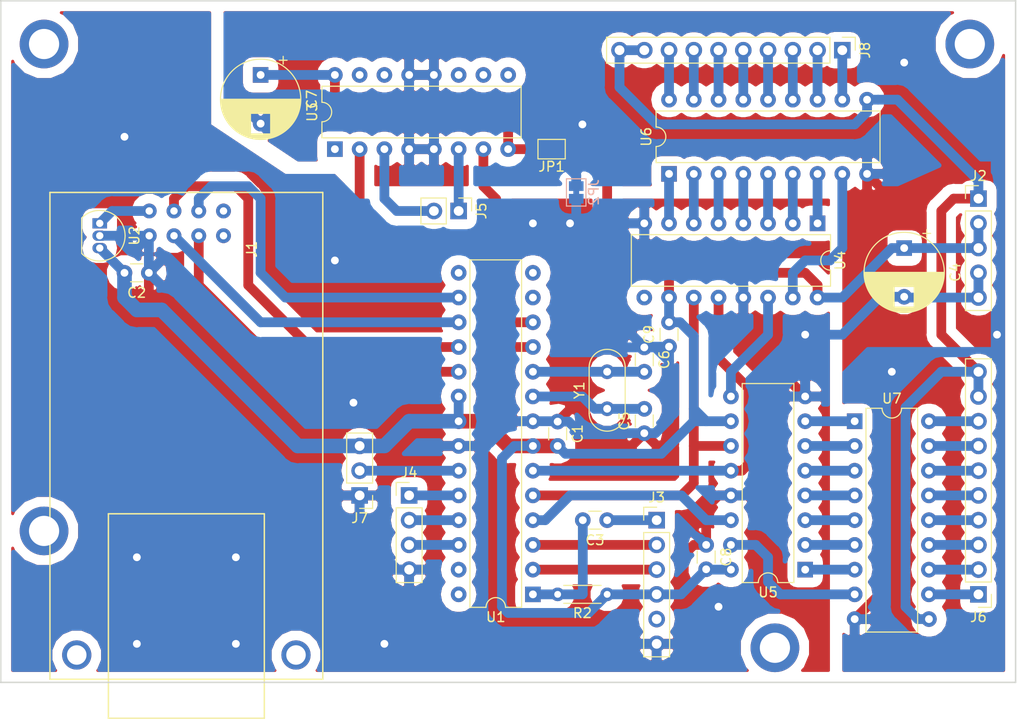
<source format=kicad_pcb>
(kicad_pcb (version 20171130) (host pcbnew 5.0.2-bee76a0~70~ubuntu16.04.1)

  (general
    (thickness 1.6)
    (drawings 4)
    (tracks 314)
    (zones 0)
    (modules 28)
    (nets 61)
  )

  (page A4)
  (layers
    (0 F.Cu signal)
    (31 B.Cu signal)
    (32 B.Adhes user)
    (33 F.Adhes user)
    (34 B.Paste user)
    (35 F.Paste user)
    (36 B.SilkS user)
    (37 F.SilkS user)
    (38 B.Mask user)
    (39 F.Mask user)
    (40 Dwgs.User user)
    (41 Cmts.User user)
    (42 Eco1.User user)
    (43 Eco2.User user)
    (44 Edge.Cuts user)
    (45 Margin user)
    (46 B.CrtYd user)
    (47 F.CrtYd user)
    (48 B.Fab user)
    (49 F.Fab user)
  )

  (setup
    (last_trace_width 1)
    (trace_clearance 0.3)
    (zone_clearance 1)
    (zone_45_only no)
    (trace_min 0.2)
    (segment_width 0.2)
    (edge_width 0.15)
    (via_size 0.8)
    (via_drill 0.4)
    (via_min_size 0.4)
    (via_min_drill 0.3)
    (uvia_size 0.3)
    (uvia_drill 0.1)
    (uvias_allowed no)
    (uvia_min_size 0.2)
    (uvia_min_drill 0.1)
    (pcb_text_width 0.3)
    (pcb_text_size 1.5 1.5)
    (mod_edge_width 0.15)
    (mod_text_size 1 1)
    (mod_text_width 0.15)
    (pad_size 1.524 1.524)
    (pad_drill 0.762)
    (pad_to_mask_clearance 0.051)
    (solder_mask_min_width 0.25)
    (aux_axis_origin 0 0)
    (visible_elements FFFFFF7F)
    (pcbplotparams
      (layerselection 0x010fc_ffffffff)
      (usegerberextensions false)
      (usegerberattributes false)
      (usegerberadvancedattributes false)
      (creategerberjobfile false)
      (excludeedgelayer true)
      (linewidth 0.100000)
      (plotframeref false)
      (viasonmask false)
      (mode 1)
      (useauxorigin false)
      (hpglpennumber 1)
      (hpglpenspeed 20)
      (hpglpendiameter 15.000000)
      (psnegative false)
      (psa4output false)
      (plotreference true)
      (plotvalue true)
      (plotinvisibletext false)
      (padsonsilk false)
      (subtractmaskfromsilk false)
      (outputformat 1)
      (mirror false)
      (drillshape 1)
      (scaleselection 1)
      (outputdirectory ""))
  )

  (net 0 "")
  (net 1 GNDD)
  (net 2 +5V)
  (net 3 RESET)
  (net 4 "Net-(C3-Pad2)")
  (net 5 "Net-(C5-Pad2)")
  (net 6 "Net-(C6-Pad2)")
  (net 7 VCC)
  (net 8 MOSI)
  (net 9 SCK)
  (net 10 SS)
  (net 11 MISO)
  (net 12 /3v3)
  (net 13 TX)
  (net 14 RX)
  (net 15 ENCODER_B)
  (net 16 ENCODER_A)
  (net 17 ENCODER_BUTTON)
  (net 18 "Net-(J5-Pad2)")
  (net 19 "Net-(J5-Pad1)")
  (net 20 +9V)
  (net 21 SERVO_SLIDER)
  (net 22 "Net-(J8-Pad1)")
  (net 23 "Net-(J8-Pad2)")
  (net 24 "Net-(J8-Pad3)")
  (net 25 "Net-(J8-Pad4)")
  (net 26 "Net-(J8-Pad5)")
  (net 27 "Net-(J8-Pad6)")
  (net 28 "Net-(J8-Pad7)")
  (net 29 "Net-(J8-Pad8)")
  (net 30 SRDATA)
  (net 31 SRCLOCK)
  (net 32 SRLATCH)
  (net 33 MOTOR_1)
  (net 34 MOTOR_2)
  (net 35 "Net-(U4-Pad1)")
  (net 36 "Net-(U4-Pad2)")
  (net 37 "Net-(U4-Pad3)")
  (net 38 "Net-(U4-Pad4)")
  (net 39 "Net-(U4-Pad5)")
  (net 40 "Net-(U4-Pad6)")
  (net 41 "Net-(U4-Pad7)")
  (net 42 "Net-(U4-Pad15)")
  (net 43 "Net-(U5-Pad15)")
  (net 44 "Net-(U5-Pad7)")
  (net 45 "Net-(U5-Pad6)")
  (net 46 "Net-(U5-Pad5)")
  (net 47 "Net-(U5-Pad4)")
  (net 48 "Net-(U5-Pad3)")
  (net 49 "Net-(U5-Pad2)")
  (net 50 "Net-(U5-Pad1)")
  (net 51 "Net-(J6-Pad8)")
  (net 52 "Net-(J6-Pad7)")
  (net 53 "Net-(J6-Pad6)")
  (net 54 "Net-(J6-Pad5)")
  (net 55 "Net-(J6-Pad4)")
  (net 56 "Net-(J6-Pad3)")
  (net 57 "Net-(J6-Pad2)")
  (net 58 "Net-(J6-Pad1)")
  (net 59 GNDPWR)
  (net 60 "Net-(U4-Pad14)")

  (net_class Default "This is the default net class."
    (clearance 0.3)
    (trace_width 1)
    (via_dia 0.8)
    (via_drill 0.4)
    (uvia_dia 0.3)
    (uvia_drill 0.1)
    (add_net +5V)
    (add_net +9V)
    (add_net /3v3)
    (add_net ENCODER_A)
    (add_net ENCODER_B)
    (add_net ENCODER_BUTTON)
    (add_net GNDD)
    (add_net GNDPWR)
    (add_net MISO)
    (add_net MOSI)
    (add_net MOTOR_1)
    (add_net MOTOR_2)
    (add_net "Net-(C3-Pad2)")
    (add_net "Net-(C5-Pad2)")
    (add_net "Net-(C6-Pad2)")
    (add_net "Net-(J5-Pad1)")
    (add_net "Net-(J5-Pad2)")
    (add_net "Net-(J6-Pad1)")
    (add_net "Net-(J6-Pad2)")
    (add_net "Net-(J6-Pad3)")
    (add_net "Net-(J6-Pad4)")
    (add_net "Net-(J6-Pad5)")
    (add_net "Net-(J6-Pad6)")
    (add_net "Net-(J6-Pad7)")
    (add_net "Net-(J6-Pad8)")
    (add_net "Net-(J8-Pad1)")
    (add_net "Net-(J8-Pad2)")
    (add_net "Net-(J8-Pad3)")
    (add_net "Net-(J8-Pad4)")
    (add_net "Net-(J8-Pad5)")
    (add_net "Net-(J8-Pad6)")
    (add_net "Net-(J8-Pad7)")
    (add_net "Net-(J8-Pad8)")
    (add_net "Net-(U4-Pad1)")
    (add_net "Net-(U4-Pad14)")
    (add_net "Net-(U4-Pad15)")
    (add_net "Net-(U4-Pad2)")
    (add_net "Net-(U4-Pad3)")
    (add_net "Net-(U4-Pad4)")
    (add_net "Net-(U4-Pad5)")
    (add_net "Net-(U4-Pad6)")
    (add_net "Net-(U4-Pad7)")
    (add_net "Net-(U5-Pad1)")
    (add_net "Net-(U5-Pad15)")
    (add_net "Net-(U5-Pad2)")
    (add_net "Net-(U5-Pad3)")
    (add_net "Net-(U5-Pad4)")
    (add_net "Net-(U5-Pad5)")
    (add_net "Net-(U5-Pad6)")
    (add_net "Net-(U5-Pad7)")
    (add_net RESET)
    (add_net RX)
    (add_net SCK)
    (add_net SERVO_SLIDER)
    (add_net SRCLOCK)
    (add_net SRDATA)
    (add_net SRLATCH)
    (add_net SS)
    (add_net TX)
    (add_net VCC)
  )

  (module Capacitor_THT:C_Disc_D3.0mm_W1.6mm_P2.50mm (layer F.Cu) (tedit 5AE50EF0) (tstamp 5CD1AC21)
    (at 69.85 55.92 270)
    (descr "C, Disc series, Radial, pin pitch=2.50mm, , diameter*width=3.0*1.6mm^2, Capacitor, http://www.vishay.com/docs/45233/krseries.pdf")
    (tags "C Disc series Radial pin pitch 2.50mm  diameter 3.0mm width 1.6mm Capacitor")
    (path /5CD25D56)
    (fp_text reference C1 (at 1.25 -2.05 270) (layer F.SilkS)
      (effects (font (size 1 1) (thickness 0.15)))
    )
    (fp_text value 100nF (at 1.25 2.05 270) (layer F.Fab)
      (effects (font (size 1 1) (thickness 0.15)))
    )
    (fp_line (start -0.25 -0.8) (end -0.25 0.8) (layer F.Fab) (width 0.1))
    (fp_line (start -0.25 0.8) (end 2.75 0.8) (layer F.Fab) (width 0.1))
    (fp_line (start 2.75 0.8) (end 2.75 -0.8) (layer F.Fab) (width 0.1))
    (fp_line (start 2.75 -0.8) (end -0.25 -0.8) (layer F.Fab) (width 0.1))
    (fp_line (start 0.621 -0.92) (end 1.879 -0.92) (layer F.SilkS) (width 0.12))
    (fp_line (start 0.621 0.92) (end 1.879 0.92) (layer F.SilkS) (width 0.12))
    (fp_line (start -1.05 -1.05) (end -1.05 1.05) (layer F.CrtYd) (width 0.05))
    (fp_line (start -1.05 1.05) (end 3.55 1.05) (layer F.CrtYd) (width 0.05))
    (fp_line (start 3.55 1.05) (end 3.55 -1.05) (layer F.CrtYd) (width 0.05))
    (fp_line (start 3.55 -1.05) (end -1.05 -1.05) (layer F.CrtYd) (width 0.05))
    (fp_text user %R (at 1.25 0 270) (layer F.Fab)
      (effects (font (size 0.6 0.6) (thickness 0.09)))
    )
    (pad 1 thru_hole circle (at 0 0 270) (size 1.6 1.6) (drill 0.8) (layers *.Cu *.Mask)
      (net 1 GNDD))
    (pad 2 thru_hole circle (at 2.5 0 270) (size 1.6 1.6) (drill 0.8) (layers *.Cu *.Mask)
      (net 2 +5V))
    (model ${KISYS3DMOD}/Capacitor_THT.3dshapes/C_Disc_D3.0mm_W1.6mm_P2.50mm.wrl
      (at (xyz 0 0 0))
      (scale (xyz 1 1 1))
      (rotate (xyz 0 0 0))
    )
  )

  (module Capacitor_THT:C_Disc_D3.0mm_W1.6mm_P2.50mm (layer F.Cu) (tedit 5AE50EF0) (tstamp 5CE3F180)
    (at 27.9 40.64 180)
    (descr "C, Disc series, Radial, pin pitch=2.50mm, , diameter*width=3.0*1.6mm^2, Capacitor, http://www.vishay.com/docs/45233/krseries.pdf")
    (tags "C Disc series Radial pin pitch 2.50mm  diameter 3.0mm width 1.6mm Capacitor")
    (path /5CD91735)
    (fp_text reference C2 (at 1.25 -2.05 180) (layer F.SilkS)
      (effects (font (size 1 1) (thickness 0.15)))
    )
    (fp_text value 100nF (at 1.25 2.05 180) (layer F.Fab)
      (effects (font (size 1 1) (thickness 0.15)))
    )
    (fp_text user %R (at 1.25 0 180) (layer F.Fab)
      (effects (font (size 0.6 0.6) (thickness 0.09)))
    )
    (fp_line (start 3.55 -1.05) (end -1.05 -1.05) (layer F.CrtYd) (width 0.05))
    (fp_line (start 3.55 1.05) (end 3.55 -1.05) (layer F.CrtYd) (width 0.05))
    (fp_line (start -1.05 1.05) (end 3.55 1.05) (layer F.CrtYd) (width 0.05))
    (fp_line (start -1.05 -1.05) (end -1.05 1.05) (layer F.CrtYd) (width 0.05))
    (fp_line (start 0.621 0.92) (end 1.879 0.92) (layer F.SilkS) (width 0.12))
    (fp_line (start 0.621 -0.92) (end 1.879 -0.92) (layer F.SilkS) (width 0.12))
    (fp_line (start 2.75 -0.8) (end -0.25 -0.8) (layer F.Fab) (width 0.1))
    (fp_line (start 2.75 0.8) (end 2.75 -0.8) (layer F.Fab) (width 0.1))
    (fp_line (start -0.25 0.8) (end 2.75 0.8) (layer F.Fab) (width 0.1))
    (fp_line (start -0.25 -0.8) (end -0.25 0.8) (layer F.Fab) (width 0.1))
    (pad 2 thru_hole circle (at 2.5 0 180) (size 1.6 1.6) (drill 0.8) (layers *.Cu *.Mask)
      (net 2 +5V))
    (pad 1 thru_hole circle (at 0 0 180) (size 1.6 1.6) (drill 0.8) (layers *.Cu *.Mask)
      (net 1 GNDD))
    (model ${KISYS3DMOD}/Capacitor_THT.3dshapes/C_Disc_D3.0mm_W1.6mm_P2.50mm.wrl
      (at (xyz 0 0 0))
      (scale (xyz 1 1 1))
      (rotate (xyz 0 0 0))
    )
  )

  (module Capacitor_THT:C_Disc_D3.0mm_W1.6mm_P2.50mm (layer F.Cu) (tedit 5AE50EF0) (tstamp 5CD1DAF4)
    (at 74.93 66.04 180)
    (descr "C, Disc series, Radial, pin pitch=2.50mm, , diameter*width=3.0*1.6mm^2, Capacitor, http://www.vishay.com/docs/45233/krseries.pdf")
    (tags "C Disc series Radial pin pitch 2.50mm  diameter 3.0mm width 1.6mm Capacitor")
    (path /5CD3F935)
    (fp_text reference C3 (at 1.25 -2.05 180) (layer F.SilkS)
      (effects (font (size 1 1) (thickness 0.15)))
    )
    (fp_text value 100nF (at 1.25 2.05 180) (layer F.Fab)
      (effects (font (size 1 1) (thickness 0.15)))
    )
    (fp_line (start -0.25 -0.8) (end -0.25 0.8) (layer F.Fab) (width 0.1))
    (fp_line (start -0.25 0.8) (end 2.75 0.8) (layer F.Fab) (width 0.1))
    (fp_line (start 2.75 0.8) (end 2.75 -0.8) (layer F.Fab) (width 0.1))
    (fp_line (start 2.75 -0.8) (end -0.25 -0.8) (layer F.Fab) (width 0.1))
    (fp_line (start 0.621 -0.92) (end 1.879 -0.92) (layer F.SilkS) (width 0.12))
    (fp_line (start 0.621 0.92) (end 1.879 0.92) (layer F.SilkS) (width 0.12))
    (fp_line (start -1.05 -1.05) (end -1.05 1.05) (layer F.CrtYd) (width 0.05))
    (fp_line (start -1.05 1.05) (end 3.55 1.05) (layer F.CrtYd) (width 0.05))
    (fp_line (start 3.55 1.05) (end 3.55 -1.05) (layer F.CrtYd) (width 0.05))
    (fp_line (start 3.55 -1.05) (end -1.05 -1.05) (layer F.CrtYd) (width 0.05))
    (fp_text user %R (at 1.25 0 180) (layer F.Fab)
      (effects (font (size 0.6 0.6) (thickness 0.09)))
    )
    (pad 1 thru_hole circle (at 0 0 180) (size 1.6 1.6) (drill 0.8) (layers *.Cu *.Mask)
      (net 3 RESET))
    (pad 2 thru_hole circle (at 2.5 0 180) (size 1.6 1.6) (drill 0.8) (layers *.Cu *.Mask)
      (net 4 "Net-(C3-Pad2)"))
    (model ${KISYS3DMOD}/Capacitor_THT.3dshapes/C_Disc_D3.0mm_W1.6mm_P2.50mm.wrl
      (at (xyz 0 0 0))
      (scale (xyz 1 1 1))
      (rotate (xyz 0 0 0))
    )
  )

  (module Capacitor_THT:CP_Radial_D8.0mm_P5.00mm (layer F.Cu) (tedit 5AE50EF0) (tstamp 5CE40C28)
    (at 105.41 38.1 270)
    (descr "CP, Radial series, Radial, pin pitch=5.00mm, , diameter=8mm, Electrolytic Capacitor")
    (tags "CP Radial series Radial pin pitch 5.00mm  diameter 8mm Electrolytic Capacitor")
    (path /5CD3C177)
    (fp_text reference C4 (at 2.5 -5.25 270) (layer F.SilkS)
      (effects (font (size 1 1) (thickness 0.15)))
    )
    (fp_text value 100uF (at 2.5 5.25 270) (layer F.Fab)
      (effects (font (size 1 1) (thickness 0.15)))
    )
    (fp_circle (center 2.5 0) (end 6.5 0) (layer F.Fab) (width 0.1))
    (fp_circle (center 2.5 0) (end 6.62 0) (layer F.SilkS) (width 0.12))
    (fp_circle (center 2.5 0) (end 6.75 0) (layer F.CrtYd) (width 0.05))
    (fp_line (start -0.926759 -1.7475) (end -0.126759 -1.7475) (layer F.Fab) (width 0.1))
    (fp_line (start -0.526759 -2.1475) (end -0.526759 -1.3475) (layer F.Fab) (width 0.1))
    (fp_line (start 2.5 -4.08) (end 2.5 4.08) (layer F.SilkS) (width 0.12))
    (fp_line (start 2.54 -4.08) (end 2.54 4.08) (layer F.SilkS) (width 0.12))
    (fp_line (start 2.58 -4.08) (end 2.58 4.08) (layer F.SilkS) (width 0.12))
    (fp_line (start 2.62 -4.079) (end 2.62 4.079) (layer F.SilkS) (width 0.12))
    (fp_line (start 2.66 -4.077) (end 2.66 4.077) (layer F.SilkS) (width 0.12))
    (fp_line (start 2.7 -4.076) (end 2.7 4.076) (layer F.SilkS) (width 0.12))
    (fp_line (start 2.74 -4.074) (end 2.74 4.074) (layer F.SilkS) (width 0.12))
    (fp_line (start 2.78 -4.071) (end 2.78 4.071) (layer F.SilkS) (width 0.12))
    (fp_line (start 2.82 -4.068) (end 2.82 4.068) (layer F.SilkS) (width 0.12))
    (fp_line (start 2.86 -4.065) (end 2.86 4.065) (layer F.SilkS) (width 0.12))
    (fp_line (start 2.9 -4.061) (end 2.9 4.061) (layer F.SilkS) (width 0.12))
    (fp_line (start 2.94 -4.057) (end 2.94 4.057) (layer F.SilkS) (width 0.12))
    (fp_line (start 2.98 -4.052) (end 2.98 4.052) (layer F.SilkS) (width 0.12))
    (fp_line (start 3.02 -4.048) (end 3.02 4.048) (layer F.SilkS) (width 0.12))
    (fp_line (start 3.06 -4.042) (end 3.06 4.042) (layer F.SilkS) (width 0.12))
    (fp_line (start 3.1 -4.037) (end 3.1 4.037) (layer F.SilkS) (width 0.12))
    (fp_line (start 3.14 -4.03) (end 3.14 4.03) (layer F.SilkS) (width 0.12))
    (fp_line (start 3.18 -4.024) (end 3.18 4.024) (layer F.SilkS) (width 0.12))
    (fp_line (start 3.221 -4.017) (end 3.221 4.017) (layer F.SilkS) (width 0.12))
    (fp_line (start 3.261 -4.01) (end 3.261 4.01) (layer F.SilkS) (width 0.12))
    (fp_line (start 3.301 -4.002) (end 3.301 4.002) (layer F.SilkS) (width 0.12))
    (fp_line (start 3.341 -3.994) (end 3.341 3.994) (layer F.SilkS) (width 0.12))
    (fp_line (start 3.381 -3.985) (end 3.381 3.985) (layer F.SilkS) (width 0.12))
    (fp_line (start 3.421 -3.976) (end 3.421 3.976) (layer F.SilkS) (width 0.12))
    (fp_line (start 3.461 -3.967) (end 3.461 3.967) (layer F.SilkS) (width 0.12))
    (fp_line (start 3.501 -3.957) (end 3.501 3.957) (layer F.SilkS) (width 0.12))
    (fp_line (start 3.541 -3.947) (end 3.541 3.947) (layer F.SilkS) (width 0.12))
    (fp_line (start 3.581 -3.936) (end 3.581 3.936) (layer F.SilkS) (width 0.12))
    (fp_line (start 3.621 -3.925) (end 3.621 3.925) (layer F.SilkS) (width 0.12))
    (fp_line (start 3.661 -3.914) (end 3.661 3.914) (layer F.SilkS) (width 0.12))
    (fp_line (start 3.701 -3.902) (end 3.701 3.902) (layer F.SilkS) (width 0.12))
    (fp_line (start 3.741 -3.889) (end 3.741 3.889) (layer F.SilkS) (width 0.12))
    (fp_line (start 3.781 -3.877) (end 3.781 3.877) (layer F.SilkS) (width 0.12))
    (fp_line (start 3.821 -3.863) (end 3.821 3.863) (layer F.SilkS) (width 0.12))
    (fp_line (start 3.861 -3.85) (end 3.861 3.85) (layer F.SilkS) (width 0.12))
    (fp_line (start 3.901 -3.835) (end 3.901 3.835) (layer F.SilkS) (width 0.12))
    (fp_line (start 3.941 -3.821) (end 3.941 3.821) (layer F.SilkS) (width 0.12))
    (fp_line (start 3.981 -3.805) (end 3.981 -1.04) (layer F.SilkS) (width 0.12))
    (fp_line (start 3.981 1.04) (end 3.981 3.805) (layer F.SilkS) (width 0.12))
    (fp_line (start 4.021 -3.79) (end 4.021 -1.04) (layer F.SilkS) (width 0.12))
    (fp_line (start 4.021 1.04) (end 4.021 3.79) (layer F.SilkS) (width 0.12))
    (fp_line (start 4.061 -3.774) (end 4.061 -1.04) (layer F.SilkS) (width 0.12))
    (fp_line (start 4.061 1.04) (end 4.061 3.774) (layer F.SilkS) (width 0.12))
    (fp_line (start 4.101 -3.757) (end 4.101 -1.04) (layer F.SilkS) (width 0.12))
    (fp_line (start 4.101 1.04) (end 4.101 3.757) (layer F.SilkS) (width 0.12))
    (fp_line (start 4.141 -3.74) (end 4.141 -1.04) (layer F.SilkS) (width 0.12))
    (fp_line (start 4.141 1.04) (end 4.141 3.74) (layer F.SilkS) (width 0.12))
    (fp_line (start 4.181 -3.722) (end 4.181 -1.04) (layer F.SilkS) (width 0.12))
    (fp_line (start 4.181 1.04) (end 4.181 3.722) (layer F.SilkS) (width 0.12))
    (fp_line (start 4.221 -3.704) (end 4.221 -1.04) (layer F.SilkS) (width 0.12))
    (fp_line (start 4.221 1.04) (end 4.221 3.704) (layer F.SilkS) (width 0.12))
    (fp_line (start 4.261 -3.686) (end 4.261 -1.04) (layer F.SilkS) (width 0.12))
    (fp_line (start 4.261 1.04) (end 4.261 3.686) (layer F.SilkS) (width 0.12))
    (fp_line (start 4.301 -3.666) (end 4.301 -1.04) (layer F.SilkS) (width 0.12))
    (fp_line (start 4.301 1.04) (end 4.301 3.666) (layer F.SilkS) (width 0.12))
    (fp_line (start 4.341 -3.647) (end 4.341 -1.04) (layer F.SilkS) (width 0.12))
    (fp_line (start 4.341 1.04) (end 4.341 3.647) (layer F.SilkS) (width 0.12))
    (fp_line (start 4.381 -3.627) (end 4.381 -1.04) (layer F.SilkS) (width 0.12))
    (fp_line (start 4.381 1.04) (end 4.381 3.627) (layer F.SilkS) (width 0.12))
    (fp_line (start 4.421 -3.606) (end 4.421 -1.04) (layer F.SilkS) (width 0.12))
    (fp_line (start 4.421 1.04) (end 4.421 3.606) (layer F.SilkS) (width 0.12))
    (fp_line (start 4.461 -3.584) (end 4.461 -1.04) (layer F.SilkS) (width 0.12))
    (fp_line (start 4.461 1.04) (end 4.461 3.584) (layer F.SilkS) (width 0.12))
    (fp_line (start 4.501 -3.562) (end 4.501 -1.04) (layer F.SilkS) (width 0.12))
    (fp_line (start 4.501 1.04) (end 4.501 3.562) (layer F.SilkS) (width 0.12))
    (fp_line (start 4.541 -3.54) (end 4.541 -1.04) (layer F.SilkS) (width 0.12))
    (fp_line (start 4.541 1.04) (end 4.541 3.54) (layer F.SilkS) (width 0.12))
    (fp_line (start 4.581 -3.517) (end 4.581 -1.04) (layer F.SilkS) (width 0.12))
    (fp_line (start 4.581 1.04) (end 4.581 3.517) (layer F.SilkS) (width 0.12))
    (fp_line (start 4.621 -3.493) (end 4.621 -1.04) (layer F.SilkS) (width 0.12))
    (fp_line (start 4.621 1.04) (end 4.621 3.493) (layer F.SilkS) (width 0.12))
    (fp_line (start 4.661 -3.469) (end 4.661 -1.04) (layer F.SilkS) (width 0.12))
    (fp_line (start 4.661 1.04) (end 4.661 3.469) (layer F.SilkS) (width 0.12))
    (fp_line (start 4.701 -3.444) (end 4.701 -1.04) (layer F.SilkS) (width 0.12))
    (fp_line (start 4.701 1.04) (end 4.701 3.444) (layer F.SilkS) (width 0.12))
    (fp_line (start 4.741 -3.418) (end 4.741 -1.04) (layer F.SilkS) (width 0.12))
    (fp_line (start 4.741 1.04) (end 4.741 3.418) (layer F.SilkS) (width 0.12))
    (fp_line (start 4.781 -3.392) (end 4.781 -1.04) (layer F.SilkS) (width 0.12))
    (fp_line (start 4.781 1.04) (end 4.781 3.392) (layer F.SilkS) (width 0.12))
    (fp_line (start 4.821 -3.365) (end 4.821 -1.04) (layer F.SilkS) (width 0.12))
    (fp_line (start 4.821 1.04) (end 4.821 3.365) (layer F.SilkS) (width 0.12))
    (fp_line (start 4.861 -3.338) (end 4.861 -1.04) (layer F.SilkS) (width 0.12))
    (fp_line (start 4.861 1.04) (end 4.861 3.338) (layer F.SilkS) (width 0.12))
    (fp_line (start 4.901 -3.309) (end 4.901 -1.04) (layer F.SilkS) (width 0.12))
    (fp_line (start 4.901 1.04) (end 4.901 3.309) (layer F.SilkS) (width 0.12))
    (fp_line (start 4.941 -3.28) (end 4.941 -1.04) (layer F.SilkS) (width 0.12))
    (fp_line (start 4.941 1.04) (end 4.941 3.28) (layer F.SilkS) (width 0.12))
    (fp_line (start 4.981 -3.25) (end 4.981 -1.04) (layer F.SilkS) (width 0.12))
    (fp_line (start 4.981 1.04) (end 4.981 3.25) (layer F.SilkS) (width 0.12))
    (fp_line (start 5.021 -3.22) (end 5.021 -1.04) (layer F.SilkS) (width 0.12))
    (fp_line (start 5.021 1.04) (end 5.021 3.22) (layer F.SilkS) (width 0.12))
    (fp_line (start 5.061 -3.189) (end 5.061 -1.04) (layer F.SilkS) (width 0.12))
    (fp_line (start 5.061 1.04) (end 5.061 3.189) (layer F.SilkS) (width 0.12))
    (fp_line (start 5.101 -3.156) (end 5.101 -1.04) (layer F.SilkS) (width 0.12))
    (fp_line (start 5.101 1.04) (end 5.101 3.156) (layer F.SilkS) (width 0.12))
    (fp_line (start 5.141 -3.124) (end 5.141 -1.04) (layer F.SilkS) (width 0.12))
    (fp_line (start 5.141 1.04) (end 5.141 3.124) (layer F.SilkS) (width 0.12))
    (fp_line (start 5.181 -3.09) (end 5.181 -1.04) (layer F.SilkS) (width 0.12))
    (fp_line (start 5.181 1.04) (end 5.181 3.09) (layer F.SilkS) (width 0.12))
    (fp_line (start 5.221 -3.055) (end 5.221 -1.04) (layer F.SilkS) (width 0.12))
    (fp_line (start 5.221 1.04) (end 5.221 3.055) (layer F.SilkS) (width 0.12))
    (fp_line (start 5.261 -3.019) (end 5.261 -1.04) (layer F.SilkS) (width 0.12))
    (fp_line (start 5.261 1.04) (end 5.261 3.019) (layer F.SilkS) (width 0.12))
    (fp_line (start 5.301 -2.983) (end 5.301 -1.04) (layer F.SilkS) (width 0.12))
    (fp_line (start 5.301 1.04) (end 5.301 2.983) (layer F.SilkS) (width 0.12))
    (fp_line (start 5.341 -2.945) (end 5.341 -1.04) (layer F.SilkS) (width 0.12))
    (fp_line (start 5.341 1.04) (end 5.341 2.945) (layer F.SilkS) (width 0.12))
    (fp_line (start 5.381 -2.907) (end 5.381 -1.04) (layer F.SilkS) (width 0.12))
    (fp_line (start 5.381 1.04) (end 5.381 2.907) (layer F.SilkS) (width 0.12))
    (fp_line (start 5.421 -2.867) (end 5.421 -1.04) (layer F.SilkS) (width 0.12))
    (fp_line (start 5.421 1.04) (end 5.421 2.867) (layer F.SilkS) (width 0.12))
    (fp_line (start 5.461 -2.826) (end 5.461 -1.04) (layer F.SilkS) (width 0.12))
    (fp_line (start 5.461 1.04) (end 5.461 2.826) (layer F.SilkS) (width 0.12))
    (fp_line (start 5.501 -2.784) (end 5.501 -1.04) (layer F.SilkS) (width 0.12))
    (fp_line (start 5.501 1.04) (end 5.501 2.784) (layer F.SilkS) (width 0.12))
    (fp_line (start 5.541 -2.741) (end 5.541 -1.04) (layer F.SilkS) (width 0.12))
    (fp_line (start 5.541 1.04) (end 5.541 2.741) (layer F.SilkS) (width 0.12))
    (fp_line (start 5.581 -2.697) (end 5.581 -1.04) (layer F.SilkS) (width 0.12))
    (fp_line (start 5.581 1.04) (end 5.581 2.697) (layer F.SilkS) (width 0.12))
    (fp_line (start 5.621 -2.651) (end 5.621 -1.04) (layer F.SilkS) (width 0.12))
    (fp_line (start 5.621 1.04) (end 5.621 2.651) (layer F.SilkS) (width 0.12))
    (fp_line (start 5.661 -2.604) (end 5.661 -1.04) (layer F.SilkS) (width 0.12))
    (fp_line (start 5.661 1.04) (end 5.661 2.604) (layer F.SilkS) (width 0.12))
    (fp_line (start 5.701 -2.556) (end 5.701 -1.04) (layer F.SilkS) (width 0.12))
    (fp_line (start 5.701 1.04) (end 5.701 2.556) (layer F.SilkS) (width 0.12))
    (fp_line (start 5.741 -2.505) (end 5.741 -1.04) (layer F.SilkS) (width 0.12))
    (fp_line (start 5.741 1.04) (end 5.741 2.505) (layer F.SilkS) (width 0.12))
    (fp_line (start 5.781 -2.454) (end 5.781 -1.04) (layer F.SilkS) (width 0.12))
    (fp_line (start 5.781 1.04) (end 5.781 2.454) (layer F.SilkS) (width 0.12))
    (fp_line (start 5.821 -2.4) (end 5.821 -1.04) (layer F.SilkS) (width 0.12))
    (fp_line (start 5.821 1.04) (end 5.821 2.4) (layer F.SilkS) (width 0.12))
    (fp_line (start 5.861 -2.345) (end 5.861 -1.04) (layer F.SilkS) (width 0.12))
    (fp_line (start 5.861 1.04) (end 5.861 2.345) (layer F.SilkS) (width 0.12))
    (fp_line (start 5.901 -2.287) (end 5.901 -1.04) (layer F.SilkS) (width 0.12))
    (fp_line (start 5.901 1.04) (end 5.901 2.287) (layer F.SilkS) (width 0.12))
    (fp_line (start 5.941 -2.228) (end 5.941 -1.04) (layer F.SilkS) (width 0.12))
    (fp_line (start 5.941 1.04) (end 5.941 2.228) (layer F.SilkS) (width 0.12))
    (fp_line (start 5.981 -2.166) (end 5.981 -1.04) (layer F.SilkS) (width 0.12))
    (fp_line (start 5.981 1.04) (end 5.981 2.166) (layer F.SilkS) (width 0.12))
    (fp_line (start 6.021 -2.102) (end 6.021 -1.04) (layer F.SilkS) (width 0.12))
    (fp_line (start 6.021 1.04) (end 6.021 2.102) (layer F.SilkS) (width 0.12))
    (fp_line (start 6.061 -2.034) (end 6.061 2.034) (layer F.SilkS) (width 0.12))
    (fp_line (start 6.101 -1.964) (end 6.101 1.964) (layer F.SilkS) (width 0.12))
    (fp_line (start 6.141 -1.89) (end 6.141 1.89) (layer F.SilkS) (width 0.12))
    (fp_line (start 6.181 -1.813) (end 6.181 1.813) (layer F.SilkS) (width 0.12))
    (fp_line (start 6.221 -1.731) (end 6.221 1.731) (layer F.SilkS) (width 0.12))
    (fp_line (start 6.261 -1.645) (end 6.261 1.645) (layer F.SilkS) (width 0.12))
    (fp_line (start 6.301 -1.552) (end 6.301 1.552) (layer F.SilkS) (width 0.12))
    (fp_line (start 6.341 -1.453) (end 6.341 1.453) (layer F.SilkS) (width 0.12))
    (fp_line (start 6.381 -1.346) (end 6.381 1.346) (layer F.SilkS) (width 0.12))
    (fp_line (start 6.421 -1.229) (end 6.421 1.229) (layer F.SilkS) (width 0.12))
    (fp_line (start 6.461 -1.098) (end 6.461 1.098) (layer F.SilkS) (width 0.12))
    (fp_line (start 6.501 -0.948) (end 6.501 0.948) (layer F.SilkS) (width 0.12))
    (fp_line (start 6.541 -0.768) (end 6.541 0.768) (layer F.SilkS) (width 0.12))
    (fp_line (start 6.581 -0.533) (end 6.581 0.533) (layer F.SilkS) (width 0.12))
    (fp_line (start -1.909698 -2.315) (end -1.109698 -2.315) (layer F.SilkS) (width 0.12))
    (fp_line (start -1.509698 -2.715) (end -1.509698 -1.915) (layer F.SilkS) (width 0.12))
    (fp_text user %R (at 2.5 0 270) (layer F.Fab)
      (effects (font (size 1 1) (thickness 0.15)))
    )
    (pad 1 thru_hole rect (at 0 0 270) (size 1.6 1.6) (drill 0.8) (layers *.Cu *.Mask)
      (net 2 +5V))
    (pad 2 thru_hole circle (at 5 0 270) (size 1.6 1.6) (drill 0.8) (layers *.Cu *.Mask)
      (net 1 GNDD))
    (model ${KISYS3DMOD}/Capacitor_THT.3dshapes/CP_Radial_D8.0mm_P5.00mm.wrl
      (at (xyz 0 0 0))
      (scale (xyz 1 1 1))
      (rotate (xyz 0 0 0))
    )
  )

  (module Capacitor_THT:C_Disc_D3.0mm_W1.6mm_P2.50mm (layer F.Cu) (tedit 5AE50EF0) (tstamp 5CD1DE2A)
    (at 78.74 57.11 90)
    (descr "C, Disc series, Radial, pin pitch=2.50mm, , diameter*width=3.0*1.6mm^2, Capacitor, http://www.vishay.com/docs/45233/krseries.pdf")
    (tags "C Disc series Radial pin pitch 2.50mm  diameter 3.0mm width 1.6mm Capacitor")
    (path /5CD16AB1)
    (fp_text reference C5 (at 1.25 -2.05 90) (layer F.SilkS)
      (effects (font (size 1 1) (thickness 0.15)))
    )
    (fp_text value 22p (at 1.25 2.05 90) (layer F.Fab)
      (effects (font (size 1 1) (thickness 0.15)))
    )
    (fp_line (start -0.25 -0.8) (end -0.25 0.8) (layer F.Fab) (width 0.1))
    (fp_line (start -0.25 0.8) (end 2.75 0.8) (layer F.Fab) (width 0.1))
    (fp_line (start 2.75 0.8) (end 2.75 -0.8) (layer F.Fab) (width 0.1))
    (fp_line (start 2.75 -0.8) (end -0.25 -0.8) (layer F.Fab) (width 0.1))
    (fp_line (start 0.621 -0.92) (end 1.879 -0.92) (layer F.SilkS) (width 0.12))
    (fp_line (start 0.621 0.92) (end 1.879 0.92) (layer F.SilkS) (width 0.12))
    (fp_line (start -1.05 -1.05) (end -1.05 1.05) (layer F.CrtYd) (width 0.05))
    (fp_line (start -1.05 1.05) (end 3.55 1.05) (layer F.CrtYd) (width 0.05))
    (fp_line (start 3.55 1.05) (end 3.55 -1.05) (layer F.CrtYd) (width 0.05))
    (fp_line (start 3.55 -1.05) (end -1.05 -1.05) (layer F.CrtYd) (width 0.05))
    (fp_text user %R (at 1.25 0 90) (layer F.Fab)
      (effects (font (size 0.6 0.6) (thickness 0.09)))
    )
    (pad 1 thru_hole circle (at 0 0 90) (size 1.6 1.6) (drill 0.8) (layers *.Cu *.Mask)
      (net 1 GNDD))
    (pad 2 thru_hole circle (at 2.5 0 90) (size 1.6 1.6) (drill 0.8) (layers *.Cu *.Mask)
      (net 5 "Net-(C5-Pad2)"))
    (model ${KISYS3DMOD}/Capacitor_THT.3dshapes/C_Disc_D3.0mm_W1.6mm_P2.50mm.wrl
      (at (xyz 0 0 0))
      (scale (xyz 1 1 1))
      (rotate (xyz 0 0 0))
    )
  )

  (module Capacitor_THT:C_Disc_D3.0mm_W1.6mm_P2.50mm (layer F.Cu) (tedit 5AE50EF0) (tstamp 5CD1AD0E)
    (at 78.74 48.3 270)
    (descr "C, Disc series, Radial, pin pitch=2.50mm, , diameter*width=3.0*1.6mm^2, Capacitor, http://www.vishay.com/docs/45233/krseries.pdf")
    (tags "C Disc series Radial pin pitch 2.50mm  diameter 3.0mm width 1.6mm Capacitor")
    (path /5CD16B2E)
    (fp_text reference C6 (at 1.25 -2.05 270) (layer F.SilkS)
      (effects (font (size 1 1) (thickness 0.15)))
    )
    (fp_text value 22p (at 1.25 2.05 270) (layer F.Fab)
      (effects (font (size 1 1) (thickness 0.15)))
    )
    (fp_text user %R (at 1.25 0 270) (layer F.Fab)
      (effects (font (size 0.6 0.6) (thickness 0.09)))
    )
    (fp_line (start 3.55 -1.05) (end -1.05 -1.05) (layer F.CrtYd) (width 0.05))
    (fp_line (start 3.55 1.05) (end 3.55 -1.05) (layer F.CrtYd) (width 0.05))
    (fp_line (start -1.05 1.05) (end 3.55 1.05) (layer F.CrtYd) (width 0.05))
    (fp_line (start -1.05 -1.05) (end -1.05 1.05) (layer F.CrtYd) (width 0.05))
    (fp_line (start 0.621 0.92) (end 1.879 0.92) (layer F.SilkS) (width 0.12))
    (fp_line (start 0.621 -0.92) (end 1.879 -0.92) (layer F.SilkS) (width 0.12))
    (fp_line (start 2.75 -0.8) (end -0.25 -0.8) (layer F.Fab) (width 0.1))
    (fp_line (start 2.75 0.8) (end 2.75 -0.8) (layer F.Fab) (width 0.1))
    (fp_line (start -0.25 0.8) (end 2.75 0.8) (layer F.Fab) (width 0.1))
    (fp_line (start -0.25 -0.8) (end -0.25 0.8) (layer F.Fab) (width 0.1))
    (pad 2 thru_hole circle (at 2.5 0 270) (size 1.6 1.6) (drill 0.8) (layers *.Cu *.Mask)
      (net 6 "Net-(C6-Pad2)"))
    (pad 1 thru_hole circle (at 0 0 270) (size 1.6 1.6) (drill 0.8) (layers *.Cu *.Mask)
      (net 1 GNDD))
    (model ${KISYS3DMOD}/Capacitor_THT.3dshapes/C_Disc_D3.0mm_W1.6mm_P2.50mm.wrl
      (at (xyz 0 0 0))
      (scale (xyz 1 1 1))
      (rotate (xyz 0 0 0))
    )
  )

  (module Capacitor_THT:CP_Radial_D8.0mm_P5.00mm (layer F.Cu) (tedit 5AE50EF0) (tstamp 5CD1A962)
    (at 39.37 20.32 270)
    (descr "CP, Radial series, Radial, pin pitch=5.00mm, , diameter=8mm, Electrolytic Capacitor")
    (tags "CP Radial series Radial pin pitch 5.00mm  diameter 8mm Electrolytic Capacitor")
    (path /5CDA1999)
    (fp_text reference C7 (at 2.5 -5.25 270) (layer F.SilkS)
      (effects (font (size 1 1) (thickness 0.15)))
    )
    (fp_text value 470uF (at 2.5 5.25 270) (layer F.Fab)
      (effects (font (size 1 1) (thickness 0.15)))
    )
    (fp_text user %R (at 2.5 0 270) (layer F.Fab)
      (effects (font (size 1 1) (thickness 0.15)))
    )
    (fp_line (start -1.509698 -2.715) (end -1.509698 -1.915) (layer F.SilkS) (width 0.12))
    (fp_line (start -1.909698 -2.315) (end -1.109698 -2.315) (layer F.SilkS) (width 0.12))
    (fp_line (start 6.581 -0.533) (end 6.581 0.533) (layer F.SilkS) (width 0.12))
    (fp_line (start 6.541 -0.768) (end 6.541 0.768) (layer F.SilkS) (width 0.12))
    (fp_line (start 6.501 -0.948) (end 6.501 0.948) (layer F.SilkS) (width 0.12))
    (fp_line (start 6.461 -1.098) (end 6.461 1.098) (layer F.SilkS) (width 0.12))
    (fp_line (start 6.421 -1.229) (end 6.421 1.229) (layer F.SilkS) (width 0.12))
    (fp_line (start 6.381 -1.346) (end 6.381 1.346) (layer F.SilkS) (width 0.12))
    (fp_line (start 6.341 -1.453) (end 6.341 1.453) (layer F.SilkS) (width 0.12))
    (fp_line (start 6.301 -1.552) (end 6.301 1.552) (layer F.SilkS) (width 0.12))
    (fp_line (start 6.261 -1.645) (end 6.261 1.645) (layer F.SilkS) (width 0.12))
    (fp_line (start 6.221 -1.731) (end 6.221 1.731) (layer F.SilkS) (width 0.12))
    (fp_line (start 6.181 -1.813) (end 6.181 1.813) (layer F.SilkS) (width 0.12))
    (fp_line (start 6.141 -1.89) (end 6.141 1.89) (layer F.SilkS) (width 0.12))
    (fp_line (start 6.101 -1.964) (end 6.101 1.964) (layer F.SilkS) (width 0.12))
    (fp_line (start 6.061 -2.034) (end 6.061 2.034) (layer F.SilkS) (width 0.12))
    (fp_line (start 6.021 1.04) (end 6.021 2.102) (layer F.SilkS) (width 0.12))
    (fp_line (start 6.021 -2.102) (end 6.021 -1.04) (layer F.SilkS) (width 0.12))
    (fp_line (start 5.981 1.04) (end 5.981 2.166) (layer F.SilkS) (width 0.12))
    (fp_line (start 5.981 -2.166) (end 5.981 -1.04) (layer F.SilkS) (width 0.12))
    (fp_line (start 5.941 1.04) (end 5.941 2.228) (layer F.SilkS) (width 0.12))
    (fp_line (start 5.941 -2.228) (end 5.941 -1.04) (layer F.SilkS) (width 0.12))
    (fp_line (start 5.901 1.04) (end 5.901 2.287) (layer F.SilkS) (width 0.12))
    (fp_line (start 5.901 -2.287) (end 5.901 -1.04) (layer F.SilkS) (width 0.12))
    (fp_line (start 5.861 1.04) (end 5.861 2.345) (layer F.SilkS) (width 0.12))
    (fp_line (start 5.861 -2.345) (end 5.861 -1.04) (layer F.SilkS) (width 0.12))
    (fp_line (start 5.821 1.04) (end 5.821 2.4) (layer F.SilkS) (width 0.12))
    (fp_line (start 5.821 -2.4) (end 5.821 -1.04) (layer F.SilkS) (width 0.12))
    (fp_line (start 5.781 1.04) (end 5.781 2.454) (layer F.SilkS) (width 0.12))
    (fp_line (start 5.781 -2.454) (end 5.781 -1.04) (layer F.SilkS) (width 0.12))
    (fp_line (start 5.741 1.04) (end 5.741 2.505) (layer F.SilkS) (width 0.12))
    (fp_line (start 5.741 -2.505) (end 5.741 -1.04) (layer F.SilkS) (width 0.12))
    (fp_line (start 5.701 1.04) (end 5.701 2.556) (layer F.SilkS) (width 0.12))
    (fp_line (start 5.701 -2.556) (end 5.701 -1.04) (layer F.SilkS) (width 0.12))
    (fp_line (start 5.661 1.04) (end 5.661 2.604) (layer F.SilkS) (width 0.12))
    (fp_line (start 5.661 -2.604) (end 5.661 -1.04) (layer F.SilkS) (width 0.12))
    (fp_line (start 5.621 1.04) (end 5.621 2.651) (layer F.SilkS) (width 0.12))
    (fp_line (start 5.621 -2.651) (end 5.621 -1.04) (layer F.SilkS) (width 0.12))
    (fp_line (start 5.581 1.04) (end 5.581 2.697) (layer F.SilkS) (width 0.12))
    (fp_line (start 5.581 -2.697) (end 5.581 -1.04) (layer F.SilkS) (width 0.12))
    (fp_line (start 5.541 1.04) (end 5.541 2.741) (layer F.SilkS) (width 0.12))
    (fp_line (start 5.541 -2.741) (end 5.541 -1.04) (layer F.SilkS) (width 0.12))
    (fp_line (start 5.501 1.04) (end 5.501 2.784) (layer F.SilkS) (width 0.12))
    (fp_line (start 5.501 -2.784) (end 5.501 -1.04) (layer F.SilkS) (width 0.12))
    (fp_line (start 5.461 1.04) (end 5.461 2.826) (layer F.SilkS) (width 0.12))
    (fp_line (start 5.461 -2.826) (end 5.461 -1.04) (layer F.SilkS) (width 0.12))
    (fp_line (start 5.421 1.04) (end 5.421 2.867) (layer F.SilkS) (width 0.12))
    (fp_line (start 5.421 -2.867) (end 5.421 -1.04) (layer F.SilkS) (width 0.12))
    (fp_line (start 5.381 1.04) (end 5.381 2.907) (layer F.SilkS) (width 0.12))
    (fp_line (start 5.381 -2.907) (end 5.381 -1.04) (layer F.SilkS) (width 0.12))
    (fp_line (start 5.341 1.04) (end 5.341 2.945) (layer F.SilkS) (width 0.12))
    (fp_line (start 5.341 -2.945) (end 5.341 -1.04) (layer F.SilkS) (width 0.12))
    (fp_line (start 5.301 1.04) (end 5.301 2.983) (layer F.SilkS) (width 0.12))
    (fp_line (start 5.301 -2.983) (end 5.301 -1.04) (layer F.SilkS) (width 0.12))
    (fp_line (start 5.261 1.04) (end 5.261 3.019) (layer F.SilkS) (width 0.12))
    (fp_line (start 5.261 -3.019) (end 5.261 -1.04) (layer F.SilkS) (width 0.12))
    (fp_line (start 5.221 1.04) (end 5.221 3.055) (layer F.SilkS) (width 0.12))
    (fp_line (start 5.221 -3.055) (end 5.221 -1.04) (layer F.SilkS) (width 0.12))
    (fp_line (start 5.181 1.04) (end 5.181 3.09) (layer F.SilkS) (width 0.12))
    (fp_line (start 5.181 -3.09) (end 5.181 -1.04) (layer F.SilkS) (width 0.12))
    (fp_line (start 5.141 1.04) (end 5.141 3.124) (layer F.SilkS) (width 0.12))
    (fp_line (start 5.141 -3.124) (end 5.141 -1.04) (layer F.SilkS) (width 0.12))
    (fp_line (start 5.101 1.04) (end 5.101 3.156) (layer F.SilkS) (width 0.12))
    (fp_line (start 5.101 -3.156) (end 5.101 -1.04) (layer F.SilkS) (width 0.12))
    (fp_line (start 5.061 1.04) (end 5.061 3.189) (layer F.SilkS) (width 0.12))
    (fp_line (start 5.061 -3.189) (end 5.061 -1.04) (layer F.SilkS) (width 0.12))
    (fp_line (start 5.021 1.04) (end 5.021 3.22) (layer F.SilkS) (width 0.12))
    (fp_line (start 5.021 -3.22) (end 5.021 -1.04) (layer F.SilkS) (width 0.12))
    (fp_line (start 4.981 1.04) (end 4.981 3.25) (layer F.SilkS) (width 0.12))
    (fp_line (start 4.981 -3.25) (end 4.981 -1.04) (layer F.SilkS) (width 0.12))
    (fp_line (start 4.941 1.04) (end 4.941 3.28) (layer F.SilkS) (width 0.12))
    (fp_line (start 4.941 -3.28) (end 4.941 -1.04) (layer F.SilkS) (width 0.12))
    (fp_line (start 4.901 1.04) (end 4.901 3.309) (layer F.SilkS) (width 0.12))
    (fp_line (start 4.901 -3.309) (end 4.901 -1.04) (layer F.SilkS) (width 0.12))
    (fp_line (start 4.861 1.04) (end 4.861 3.338) (layer F.SilkS) (width 0.12))
    (fp_line (start 4.861 -3.338) (end 4.861 -1.04) (layer F.SilkS) (width 0.12))
    (fp_line (start 4.821 1.04) (end 4.821 3.365) (layer F.SilkS) (width 0.12))
    (fp_line (start 4.821 -3.365) (end 4.821 -1.04) (layer F.SilkS) (width 0.12))
    (fp_line (start 4.781 1.04) (end 4.781 3.392) (layer F.SilkS) (width 0.12))
    (fp_line (start 4.781 -3.392) (end 4.781 -1.04) (layer F.SilkS) (width 0.12))
    (fp_line (start 4.741 1.04) (end 4.741 3.418) (layer F.SilkS) (width 0.12))
    (fp_line (start 4.741 -3.418) (end 4.741 -1.04) (layer F.SilkS) (width 0.12))
    (fp_line (start 4.701 1.04) (end 4.701 3.444) (layer F.SilkS) (width 0.12))
    (fp_line (start 4.701 -3.444) (end 4.701 -1.04) (layer F.SilkS) (width 0.12))
    (fp_line (start 4.661 1.04) (end 4.661 3.469) (layer F.SilkS) (width 0.12))
    (fp_line (start 4.661 -3.469) (end 4.661 -1.04) (layer F.SilkS) (width 0.12))
    (fp_line (start 4.621 1.04) (end 4.621 3.493) (layer F.SilkS) (width 0.12))
    (fp_line (start 4.621 -3.493) (end 4.621 -1.04) (layer F.SilkS) (width 0.12))
    (fp_line (start 4.581 1.04) (end 4.581 3.517) (layer F.SilkS) (width 0.12))
    (fp_line (start 4.581 -3.517) (end 4.581 -1.04) (layer F.SilkS) (width 0.12))
    (fp_line (start 4.541 1.04) (end 4.541 3.54) (layer F.SilkS) (width 0.12))
    (fp_line (start 4.541 -3.54) (end 4.541 -1.04) (layer F.SilkS) (width 0.12))
    (fp_line (start 4.501 1.04) (end 4.501 3.562) (layer F.SilkS) (width 0.12))
    (fp_line (start 4.501 -3.562) (end 4.501 -1.04) (layer F.SilkS) (width 0.12))
    (fp_line (start 4.461 1.04) (end 4.461 3.584) (layer F.SilkS) (width 0.12))
    (fp_line (start 4.461 -3.584) (end 4.461 -1.04) (layer F.SilkS) (width 0.12))
    (fp_line (start 4.421 1.04) (end 4.421 3.606) (layer F.SilkS) (width 0.12))
    (fp_line (start 4.421 -3.606) (end 4.421 -1.04) (layer F.SilkS) (width 0.12))
    (fp_line (start 4.381 1.04) (end 4.381 3.627) (layer F.SilkS) (width 0.12))
    (fp_line (start 4.381 -3.627) (end 4.381 -1.04) (layer F.SilkS) (width 0.12))
    (fp_line (start 4.341 1.04) (end 4.341 3.647) (layer F.SilkS) (width 0.12))
    (fp_line (start 4.341 -3.647) (end 4.341 -1.04) (layer F.SilkS) (width 0.12))
    (fp_line (start 4.301 1.04) (end 4.301 3.666) (layer F.SilkS) (width 0.12))
    (fp_line (start 4.301 -3.666) (end 4.301 -1.04) (layer F.SilkS) (width 0.12))
    (fp_line (start 4.261 1.04) (end 4.261 3.686) (layer F.SilkS) (width 0.12))
    (fp_line (start 4.261 -3.686) (end 4.261 -1.04) (layer F.SilkS) (width 0.12))
    (fp_line (start 4.221 1.04) (end 4.221 3.704) (layer F.SilkS) (width 0.12))
    (fp_line (start 4.221 -3.704) (end 4.221 -1.04) (layer F.SilkS) (width 0.12))
    (fp_line (start 4.181 1.04) (end 4.181 3.722) (layer F.SilkS) (width 0.12))
    (fp_line (start 4.181 -3.722) (end 4.181 -1.04) (layer F.SilkS) (width 0.12))
    (fp_line (start 4.141 1.04) (end 4.141 3.74) (layer F.SilkS) (width 0.12))
    (fp_line (start 4.141 -3.74) (end 4.141 -1.04) (layer F.SilkS) (width 0.12))
    (fp_line (start 4.101 1.04) (end 4.101 3.757) (layer F.SilkS) (width 0.12))
    (fp_line (start 4.101 -3.757) (end 4.101 -1.04) (layer F.SilkS) (width 0.12))
    (fp_line (start 4.061 1.04) (end 4.061 3.774) (layer F.SilkS) (width 0.12))
    (fp_line (start 4.061 -3.774) (end 4.061 -1.04) (layer F.SilkS) (width 0.12))
    (fp_line (start 4.021 1.04) (end 4.021 3.79) (layer F.SilkS) (width 0.12))
    (fp_line (start 4.021 -3.79) (end 4.021 -1.04) (layer F.SilkS) (width 0.12))
    (fp_line (start 3.981 1.04) (end 3.981 3.805) (layer F.SilkS) (width 0.12))
    (fp_line (start 3.981 -3.805) (end 3.981 -1.04) (layer F.SilkS) (width 0.12))
    (fp_line (start 3.941 -3.821) (end 3.941 3.821) (layer F.SilkS) (width 0.12))
    (fp_line (start 3.901 -3.835) (end 3.901 3.835) (layer F.SilkS) (width 0.12))
    (fp_line (start 3.861 -3.85) (end 3.861 3.85) (layer F.SilkS) (width 0.12))
    (fp_line (start 3.821 -3.863) (end 3.821 3.863) (layer F.SilkS) (width 0.12))
    (fp_line (start 3.781 -3.877) (end 3.781 3.877) (layer F.SilkS) (width 0.12))
    (fp_line (start 3.741 -3.889) (end 3.741 3.889) (layer F.SilkS) (width 0.12))
    (fp_line (start 3.701 -3.902) (end 3.701 3.902) (layer F.SilkS) (width 0.12))
    (fp_line (start 3.661 -3.914) (end 3.661 3.914) (layer F.SilkS) (width 0.12))
    (fp_line (start 3.621 -3.925) (end 3.621 3.925) (layer F.SilkS) (width 0.12))
    (fp_line (start 3.581 -3.936) (end 3.581 3.936) (layer F.SilkS) (width 0.12))
    (fp_line (start 3.541 -3.947) (end 3.541 3.947) (layer F.SilkS) (width 0.12))
    (fp_line (start 3.501 -3.957) (end 3.501 3.957) (layer F.SilkS) (width 0.12))
    (fp_line (start 3.461 -3.967) (end 3.461 3.967) (layer F.SilkS) (width 0.12))
    (fp_line (start 3.421 -3.976) (end 3.421 3.976) (layer F.SilkS) (width 0.12))
    (fp_line (start 3.381 -3.985) (end 3.381 3.985) (layer F.SilkS) (width 0.12))
    (fp_line (start 3.341 -3.994) (end 3.341 3.994) (layer F.SilkS) (width 0.12))
    (fp_line (start 3.301 -4.002) (end 3.301 4.002) (layer F.SilkS) (width 0.12))
    (fp_line (start 3.261 -4.01) (end 3.261 4.01) (layer F.SilkS) (width 0.12))
    (fp_line (start 3.221 -4.017) (end 3.221 4.017) (layer F.SilkS) (width 0.12))
    (fp_line (start 3.18 -4.024) (end 3.18 4.024) (layer F.SilkS) (width 0.12))
    (fp_line (start 3.14 -4.03) (end 3.14 4.03) (layer F.SilkS) (width 0.12))
    (fp_line (start 3.1 -4.037) (end 3.1 4.037) (layer F.SilkS) (width 0.12))
    (fp_line (start 3.06 -4.042) (end 3.06 4.042) (layer F.SilkS) (width 0.12))
    (fp_line (start 3.02 -4.048) (end 3.02 4.048) (layer F.SilkS) (width 0.12))
    (fp_line (start 2.98 -4.052) (end 2.98 4.052) (layer F.SilkS) (width 0.12))
    (fp_line (start 2.94 -4.057) (end 2.94 4.057) (layer F.SilkS) (width 0.12))
    (fp_line (start 2.9 -4.061) (end 2.9 4.061) (layer F.SilkS) (width 0.12))
    (fp_line (start 2.86 -4.065) (end 2.86 4.065) (layer F.SilkS) (width 0.12))
    (fp_line (start 2.82 -4.068) (end 2.82 4.068) (layer F.SilkS) (width 0.12))
    (fp_line (start 2.78 -4.071) (end 2.78 4.071) (layer F.SilkS) (width 0.12))
    (fp_line (start 2.74 -4.074) (end 2.74 4.074) (layer F.SilkS) (width 0.12))
    (fp_line (start 2.7 -4.076) (end 2.7 4.076) (layer F.SilkS) (width 0.12))
    (fp_line (start 2.66 -4.077) (end 2.66 4.077) (layer F.SilkS) (width 0.12))
    (fp_line (start 2.62 -4.079) (end 2.62 4.079) (layer F.SilkS) (width 0.12))
    (fp_line (start 2.58 -4.08) (end 2.58 4.08) (layer F.SilkS) (width 0.12))
    (fp_line (start 2.54 -4.08) (end 2.54 4.08) (layer F.SilkS) (width 0.12))
    (fp_line (start 2.5 -4.08) (end 2.5 4.08) (layer F.SilkS) (width 0.12))
    (fp_line (start -0.526759 -2.1475) (end -0.526759 -1.3475) (layer F.Fab) (width 0.1))
    (fp_line (start -0.926759 -1.7475) (end -0.126759 -1.7475) (layer F.Fab) (width 0.1))
    (fp_circle (center 2.5 0) (end 6.75 0) (layer F.CrtYd) (width 0.05))
    (fp_circle (center 2.5 0) (end 6.62 0) (layer F.SilkS) (width 0.12))
    (fp_circle (center 2.5 0) (end 6.5 0) (layer F.Fab) (width 0.1))
    (pad 2 thru_hole circle (at 5 0 270) (size 1.6 1.6) (drill 0.8) (layers *.Cu *.Mask)
      (net 59 GNDPWR))
    (pad 1 thru_hole rect (at 0 0 270) (size 1.6 1.6) (drill 0.8) (layers *.Cu *.Mask)
      (net 7 VCC))
    (model ${KISYS3DMOD}/Capacitor_THT.3dshapes/CP_Radial_D8.0mm_P5.00mm.wrl
      (at (xyz 0 0 0))
      (scale (xyz 1 1 1))
      (rotate (xyz 0 0 0))
    )
  )

  (module Capacitor_THT:C_Disc_D3.0mm_W1.6mm_P2.50mm (layer F.Cu) (tedit 5AE50EF0) (tstamp 5CE425C1)
    (at 85.09 68.58 270)
    (descr "C, Disc series, Radial, pin pitch=2.50mm, , diameter*width=3.0*1.6mm^2, Capacitor, http://www.vishay.com/docs/45233/krseries.pdf")
    (tags "C Disc series Radial pin pitch 2.50mm  diameter 3.0mm width 1.6mm Capacitor")
    (path /5CD250AE)
    (fp_text reference C8 (at 1.25 -2.05 270) (layer F.SilkS)
      (effects (font (size 1 1) (thickness 0.15)))
    )
    (fp_text value 100nF (at 1.25 2.05 270) (layer F.Fab)
      (effects (font (size 1 1) (thickness 0.15)))
    )
    (fp_text user %R (at 1.25 0 270) (layer F.Fab)
      (effects (font (size 0.6 0.6) (thickness 0.09)))
    )
    (fp_line (start 3.55 -1.05) (end -1.05 -1.05) (layer F.CrtYd) (width 0.05))
    (fp_line (start 3.55 1.05) (end 3.55 -1.05) (layer F.CrtYd) (width 0.05))
    (fp_line (start -1.05 1.05) (end 3.55 1.05) (layer F.CrtYd) (width 0.05))
    (fp_line (start -1.05 -1.05) (end -1.05 1.05) (layer F.CrtYd) (width 0.05))
    (fp_line (start 0.621 0.92) (end 1.879 0.92) (layer F.SilkS) (width 0.12))
    (fp_line (start 0.621 -0.92) (end 1.879 -0.92) (layer F.SilkS) (width 0.12))
    (fp_line (start 2.75 -0.8) (end -0.25 -0.8) (layer F.Fab) (width 0.1))
    (fp_line (start 2.75 0.8) (end 2.75 -0.8) (layer F.Fab) (width 0.1))
    (fp_line (start -0.25 0.8) (end 2.75 0.8) (layer F.Fab) (width 0.1))
    (fp_line (start -0.25 -0.8) (end -0.25 0.8) (layer F.Fab) (width 0.1))
    (pad 2 thru_hole circle (at 2.5 0 270) (size 1.6 1.6) (drill 0.8) (layers *.Cu *.Mask)
      (net 2 +5V))
    (pad 1 thru_hole circle (at 0 0 270) (size 1.6 1.6) (drill 0.8) (layers *.Cu *.Mask)
      (net 1 GNDD))
    (model ${KISYS3DMOD}/Capacitor_THT.3dshapes/C_Disc_D3.0mm_W1.6mm_P2.50mm.wrl
      (at (xyz 0 0 0))
      (scale (xyz 1 1 1))
      (rotate (xyz 0 0 0))
    )
  )

  (module Capacitor_THT:C_Disc_D3.0mm_W1.6mm_P2.50mm (layer F.Cu) (tedit 5AE50EF0) (tstamp 5CE426C6)
    (at 81.28 48.22 90)
    (descr "C, Disc series, Radial, pin pitch=2.50mm, , diameter*width=3.0*1.6mm^2, Capacitor, http://www.vishay.com/docs/45233/krseries.pdf")
    (tags "C Disc series Radial pin pitch 2.50mm  diameter 3.0mm width 1.6mm Capacitor")
    (path /5CD239F2)
    (fp_text reference C9 (at 1.25 -2.05 90) (layer F.SilkS)
      (effects (font (size 1 1) (thickness 0.15)))
    )
    (fp_text value 100nF (at 1.25 2.05 90) (layer F.Fab)
      (effects (font (size 1 1) (thickness 0.15)))
    )
    (fp_line (start -0.25 -0.8) (end -0.25 0.8) (layer F.Fab) (width 0.1))
    (fp_line (start -0.25 0.8) (end 2.75 0.8) (layer F.Fab) (width 0.1))
    (fp_line (start 2.75 0.8) (end 2.75 -0.8) (layer F.Fab) (width 0.1))
    (fp_line (start 2.75 -0.8) (end -0.25 -0.8) (layer F.Fab) (width 0.1))
    (fp_line (start 0.621 -0.92) (end 1.879 -0.92) (layer F.SilkS) (width 0.12))
    (fp_line (start 0.621 0.92) (end 1.879 0.92) (layer F.SilkS) (width 0.12))
    (fp_line (start -1.05 -1.05) (end -1.05 1.05) (layer F.CrtYd) (width 0.05))
    (fp_line (start -1.05 1.05) (end 3.55 1.05) (layer F.CrtYd) (width 0.05))
    (fp_line (start 3.55 1.05) (end 3.55 -1.05) (layer F.CrtYd) (width 0.05))
    (fp_line (start 3.55 -1.05) (end -1.05 -1.05) (layer F.CrtYd) (width 0.05))
    (fp_text user %R (at 1.25 0 90) (layer F.Fab)
      (effects (font (size 0.6 0.6) (thickness 0.09)))
    )
    (pad 1 thru_hole circle (at 0 0 90) (size 1.6 1.6) (drill 0.8) (layers *.Cu *.Mask)
      (net 1 GNDD))
    (pad 2 thru_hole circle (at 2.5 0 90) (size 1.6 1.6) (drill 0.8) (layers *.Cu *.Mask)
      (net 2 +5V))
    (model ${KISYS3DMOD}/Capacitor_THT.3dshapes/C_Disc_D3.0mm_W1.6mm_P2.50mm.wrl
      (at (xyz 0 0 0))
      (scale (xyz 1 1 1))
      (rotate (xyz 0 0 0))
    )
  )

  (module Connector_PinHeader_2.54mm:PinHeader_1x06_P2.54mm_Vertical (layer F.Cu) (tedit 59FED5CC) (tstamp 5CD1D96C)
    (at 80.01 66.04)
    (descr "Through hole straight pin header, 1x06, 2.54mm pitch, single row")
    (tags "Through hole pin header THT 1x06 2.54mm single row")
    (path /5CD43722)
    (fp_text reference J3 (at 0 -2.33) (layer F.SilkS)
      (effects (font (size 1 1) (thickness 0.15)))
    )
    (fp_text value Serial (at 0 15.03) (layer F.Fab)
      (effects (font (size 1 1) (thickness 0.15)))
    )
    (fp_line (start -0.635 -1.27) (end 1.27 -1.27) (layer F.Fab) (width 0.1))
    (fp_line (start 1.27 -1.27) (end 1.27 13.97) (layer F.Fab) (width 0.1))
    (fp_line (start 1.27 13.97) (end -1.27 13.97) (layer F.Fab) (width 0.1))
    (fp_line (start -1.27 13.97) (end -1.27 -0.635) (layer F.Fab) (width 0.1))
    (fp_line (start -1.27 -0.635) (end -0.635 -1.27) (layer F.Fab) (width 0.1))
    (fp_line (start -1.33 14.03) (end 1.33 14.03) (layer F.SilkS) (width 0.12))
    (fp_line (start -1.33 1.27) (end -1.33 14.03) (layer F.SilkS) (width 0.12))
    (fp_line (start 1.33 1.27) (end 1.33 14.03) (layer F.SilkS) (width 0.12))
    (fp_line (start -1.33 1.27) (end 1.33 1.27) (layer F.SilkS) (width 0.12))
    (fp_line (start -1.33 0) (end -1.33 -1.33) (layer F.SilkS) (width 0.12))
    (fp_line (start -1.33 -1.33) (end 0 -1.33) (layer F.SilkS) (width 0.12))
    (fp_line (start -1.8 -1.8) (end -1.8 14.5) (layer F.CrtYd) (width 0.05))
    (fp_line (start -1.8 14.5) (end 1.8 14.5) (layer F.CrtYd) (width 0.05))
    (fp_line (start 1.8 14.5) (end 1.8 -1.8) (layer F.CrtYd) (width 0.05))
    (fp_line (start 1.8 -1.8) (end -1.8 -1.8) (layer F.CrtYd) (width 0.05))
    (fp_text user %R (at 0 6.35 90) (layer F.Fab)
      (effects (font (size 1 1) (thickness 0.15)))
    )
    (pad 1 thru_hole rect (at 0 0) (size 1.7 1.7) (drill 1) (layers *.Cu *.Mask)
      (net 3 RESET))
    (pad 2 thru_hole oval (at 0 2.54) (size 1.7 1.7) (drill 1) (layers *.Cu *.Mask)
      (net 13 TX))
    (pad 3 thru_hole oval (at 0 5.08) (size 1.7 1.7) (drill 1) (layers *.Cu *.Mask)
      (net 14 RX))
    (pad 4 thru_hole oval (at 0 7.62) (size 1.7 1.7) (drill 1) (layers *.Cu *.Mask)
      (net 2 +5V))
    (pad 5 thru_hole oval (at 0 10.16) (size 1.7 1.7) (drill 1) (layers *.Cu *.Mask))
    (pad 6 thru_hole oval (at 0 12.7) (size 1.7 1.7) (drill 1) (layers *.Cu *.Mask)
      (net 1 GNDD))
    (model ${KISYS3DMOD}/Connector_PinHeader_2.54mm.3dshapes/PinHeader_1x06_P2.54mm_Vertical.wrl
      (at (xyz 0 0 0))
      (scale (xyz 1 1 1))
      (rotate (xyz 0 0 0))
    )
  )

  (module Connector_PinHeader_2.54mm:PinHeader_1x04_P2.54mm_Vertical (layer F.Cu) (tedit 59FED5CC) (tstamp 5CD1AE3F)
    (at 54.61 63.5)
    (descr "Through hole straight pin header, 1x04, 2.54mm pitch, single row")
    (tags "Through hole pin header THT 1x04 2.54mm single row")
    (path /5CE19110)
    (fp_text reference J4 (at 0 -2.33) (layer F.SilkS)
      (effects (font (size 1 1) (thickness 0.15)))
    )
    (fp_text value Conn_Encoder (at 0 9.95) (layer F.Fab)
      (effects (font (size 1 1) (thickness 0.15)))
    )
    (fp_line (start -0.635 -1.27) (end 1.27 -1.27) (layer F.Fab) (width 0.1))
    (fp_line (start 1.27 -1.27) (end 1.27 8.89) (layer F.Fab) (width 0.1))
    (fp_line (start 1.27 8.89) (end -1.27 8.89) (layer F.Fab) (width 0.1))
    (fp_line (start -1.27 8.89) (end -1.27 -0.635) (layer F.Fab) (width 0.1))
    (fp_line (start -1.27 -0.635) (end -0.635 -1.27) (layer F.Fab) (width 0.1))
    (fp_line (start -1.33 8.95) (end 1.33 8.95) (layer F.SilkS) (width 0.12))
    (fp_line (start -1.33 1.27) (end -1.33 8.95) (layer F.SilkS) (width 0.12))
    (fp_line (start 1.33 1.27) (end 1.33 8.95) (layer F.SilkS) (width 0.12))
    (fp_line (start -1.33 1.27) (end 1.33 1.27) (layer F.SilkS) (width 0.12))
    (fp_line (start -1.33 0) (end -1.33 -1.33) (layer F.SilkS) (width 0.12))
    (fp_line (start -1.33 -1.33) (end 0 -1.33) (layer F.SilkS) (width 0.12))
    (fp_line (start -1.8 -1.8) (end -1.8 9.4) (layer F.CrtYd) (width 0.05))
    (fp_line (start -1.8 9.4) (end 1.8 9.4) (layer F.CrtYd) (width 0.05))
    (fp_line (start 1.8 9.4) (end 1.8 -1.8) (layer F.CrtYd) (width 0.05))
    (fp_line (start 1.8 -1.8) (end -1.8 -1.8) (layer F.CrtYd) (width 0.05))
    (fp_text user %R (at 0 3.81 90) (layer F.Fab)
      (effects (font (size 1 1) (thickness 0.15)))
    )
    (pad 1 thru_hole rect (at 0 0) (size 1.7 1.7) (drill 1) (layers *.Cu *.Mask)
      (net 15 ENCODER_B))
    (pad 2 thru_hole oval (at 0 2.54) (size 1.7 1.7) (drill 1) (layers *.Cu *.Mask)
      (net 16 ENCODER_A))
    (pad 3 thru_hole oval (at 0 5.08) (size 1.7 1.7) (drill 1) (layers *.Cu *.Mask)
      (net 17 ENCODER_BUTTON))
    (pad 4 thru_hole oval (at 0 7.62) (size 1.7 1.7) (drill 1) (layers *.Cu *.Mask)
      (net 1 GNDD))
    (model ${KISYS3DMOD}/Connector_PinHeader_2.54mm.3dshapes/PinHeader_1x04_P2.54mm_Vertical.wrl
      (at (xyz 0 0 0))
      (scale (xyz 1 1 1))
      (rotate (xyz 0 0 0))
    )
  )

  (module Connector_PinHeader_2.54mm:PinHeader_1x02_P2.54mm_Vertical (layer F.Cu) (tedit 59FED5CC) (tstamp 5CD1AE55)
    (at 59.69 34.29 270)
    (descr "Through hole straight pin header, 1x02, 2.54mm pitch, single row")
    (tags "Through hole pin header THT 1x02 2.54mm single row")
    (path /5CD323EC)
    (fp_text reference J5 (at 0 -2.33 270) (layer F.SilkS)
      (effects (font (size 1 1) (thickness 0.15)))
    )
    (fp_text value Conn_Motor (at 0 4.87 270) (layer F.Fab)
      (effects (font (size 1 1) (thickness 0.15)))
    )
    (fp_text user %R (at 0 1.27) (layer F.Fab)
      (effects (font (size 1 1) (thickness 0.15)))
    )
    (fp_line (start 1.8 -1.8) (end -1.8 -1.8) (layer F.CrtYd) (width 0.05))
    (fp_line (start 1.8 4.35) (end 1.8 -1.8) (layer F.CrtYd) (width 0.05))
    (fp_line (start -1.8 4.35) (end 1.8 4.35) (layer F.CrtYd) (width 0.05))
    (fp_line (start -1.8 -1.8) (end -1.8 4.35) (layer F.CrtYd) (width 0.05))
    (fp_line (start -1.33 -1.33) (end 0 -1.33) (layer F.SilkS) (width 0.12))
    (fp_line (start -1.33 0) (end -1.33 -1.33) (layer F.SilkS) (width 0.12))
    (fp_line (start -1.33 1.27) (end 1.33 1.27) (layer F.SilkS) (width 0.12))
    (fp_line (start 1.33 1.27) (end 1.33 3.87) (layer F.SilkS) (width 0.12))
    (fp_line (start -1.33 1.27) (end -1.33 3.87) (layer F.SilkS) (width 0.12))
    (fp_line (start -1.33 3.87) (end 1.33 3.87) (layer F.SilkS) (width 0.12))
    (fp_line (start -1.27 -0.635) (end -0.635 -1.27) (layer F.Fab) (width 0.1))
    (fp_line (start -1.27 3.81) (end -1.27 -0.635) (layer F.Fab) (width 0.1))
    (fp_line (start 1.27 3.81) (end -1.27 3.81) (layer F.Fab) (width 0.1))
    (fp_line (start 1.27 -1.27) (end 1.27 3.81) (layer F.Fab) (width 0.1))
    (fp_line (start -0.635 -1.27) (end 1.27 -1.27) (layer F.Fab) (width 0.1))
    (pad 2 thru_hole oval (at 0 2.54 270) (size 1.7 1.7) (drill 1) (layers *.Cu *.Mask)
      (net 18 "Net-(J5-Pad2)"))
    (pad 1 thru_hole rect (at 0 0 270) (size 1.7 1.7) (drill 1) (layers *.Cu *.Mask)
      (net 19 "Net-(J5-Pad1)"))
    (model ${KISYS3DMOD}/Connector_PinHeader_2.54mm.3dshapes/PinHeader_1x02_P2.54mm_Vertical.wrl
      (at (xyz 0 0 0))
      (scale (xyz 1 1 1))
      (rotate (xyz 0 0 0))
    )
  )

  (module Connector_PinHeader_2.54mm:PinHeader_1x03_P2.54mm_Vertical (layer F.Cu) (tedit 59FED5CC) (tstamp 5CD1AE82)
    (at 49.53 63.5 180)
    (descr "Through hole straight pin header, 1x03, 2.54mm pitch, single row")
    (tags "Through hole pin header THT 1x03 2.54mm single row")
    (path /5CE08F51)
    (fp_text reference J7 (at 0 -2.33 180) (layer F.SilkS)
      (effects (font (size 1 1) (thickness 0.15)))
    )
    (fp_text value Conn_Servo_Poti (at 0 7.41 180) (layer F.Fab)
      (effects (font (size 1 1) (thickness 0.15)))
    )
    (fp_line (start -0.635 -1.27) (end 1.27 -1.27) (layer F.Fab) (width 0.1))
    (fp_line (start 1.27 -1.27) (end 1.27 6.35) (layer F.Fab) (width 0.1))
    (fp_line (start 1.27 6.35) (end -1.27 6.35) (layer F.Fab) (width 0.1))
    (fp_line (start -1.27 6.35) (end -1.27 -0.635) (layer F.Fab) (width 0.1))
    (fp_line (start -1.27 -0.635) (end -0.635 -1.27) (layer F.Fab) (width 0.1))
    (fp_line (start -1.33 6.41) (end 1.33 6.41) (layer F.SilkS) (width 0.12))
    (fp_line (start -1.33 1.27) (end -1.33 6.41) (layer F.SilkS) (width 0.12))
    (fp_line (start 1.33 1.27) (end 1.33 6.41) (layer F.SilkS) (width 0.12))
    (fp_line (start -1.33 1.27) (end 1.33 1.27) (layer F.SilkS) (width 0.12))
    (fp_line (start -1.33 0) (end -1.33 -1.33) (layer F.SilkS) (width 0.12))
    (fp_line (start -1.33 -1.33) (end 0 -1.33) (layer F.SilkS) (width 0.12))
    (fp_line (start -1.8 -1.8) (end -1.8 6.85) (layer F.CrtYd) (width 0.05))
    (fp_line (start -1.8 6.85) (end 1.8 6.85) (layer F.CrtYd) (width 0.05))
    (fp_line (start 1.8 6.85) (end 1.8 -1.8) (layer F.CrtYd) (width 0.05))
    (fp_line (start 1.8 -1.8) (end -1.8 -1.8) (layer F.CrtYd) (width 0.05))
    (fp_text user %R (at 0 2.54 270) (layer F.Fab)
      (effects (font (size 1 1) (thickness 0.15)))
    )
    (pad 1 thru_hole rect (at 0 0 180) (size 1.7 1.7) (drill 1) (layers *.Cu *.Mask)
      (net 1 GNDD))
    (pad 2 thru_hole oval (at 0 2.54 180) (size 1.7 1.7) (drill 1) (layers *.Cu *.Mask)
      (net 21 SERVO_SLIDER))
    (pad 3 thru_hole oval (at 0 5.08 180) (size 1.7 1.7) (drill 1) (layers *.Cu *.Mask)
      (net 2 +5V))
    (model ${KISYS3DMOD}/Connector_PinHeader_2.54mm.3dshapes/PinHeader_1x03_P2.54mm_Vertical.wrl
      (at (xyz 0 0 0))
      (scale (xyz 1 1 1))
      (rotate (xyz 0 0 0))
    )
  )

  (module Jumper:SolderJumper-2_P1.3mm_Bridged_Pad1.0x1.5mm (layer F.Cu) (tedit 5B391424) (tstamp 5CD1AECA)
    (at 69.23 27.94 180)
    (descr "SMD Solder Jumper, 1x1.5mm Pads, 0.3mm gap, bridged with 1 copper strip")
    (tags "solder jumper open")
    (path /5CDBB9F4)
    (attr virtual)
    (fp_text reference JP1 (at 0 -1.8 180) (layer F.SilkS)
      (effects (font (size 1 1) (thickness 0.15)))
    )
    (fp_text value SolderJumper_5V_VCC (at 0 1.9 180) (layer F.Fab)
      (effects (font (size 1 1) (thickness 0.15)))
    )
    (fp_line (start -1.4 1) (end -1.4 -1) (layer F.SilkS) (width 0.12))
    (fp_line (start 1.4 1) (end -1.4 1) (layer F.SilkS) (width 0.12))
    (fp_line (start 1.4 -1) (end 1.4 1) (layer F.SilkS) (width 0.12))
    (fp_line (start -1.4 -1) (end 1.4 -1) (layer F.SilkS) (width 0.12))
    (fp_line (start -1.65 -1.25) (end 1.65 -1.25) (layer F.CrtYd) (width 0.05))
    (fp_line (start -1.65 -1.25) (end -1.65 1.25) (layer F.CrtYd) (width 0.05))
    (fp_line (start 1.65 1.25) (end 1.65 -1.25) (layer F.CrtYd) (width 0.05))
    (fp_line (start 1.65 1.25) (end -1.65 1.25) (layer F.CrtYd) (width 0.05))
    (pad 1 smd custom (at -0.65 0 180) (size 1 1.5) (layers F.Cu F.Mask)
      (net 2 +5V)
      (options (clearance outline) (anchor rect))
      (primitives
        (gr_poly (pts
           (xy 0.4 -0.3) (xy 0.9 -0.3) (xy 0.9 0.3) (xy 0.4 0.3)) (width 0))
      ))
    (pad 2 smd rect (at 0.65 0 180) (size 1 1.5) (layers F.Cu F.Mask)
      (net 7 VCC))
  )

  (module Resistor_THT:R_Axial_DIN0204_L3.6mm_D1.6mm_P5.08mm_Horizontal (layer F.Cu) (tedit 5AE5139B) (tstamp 5CD1AEFE)
    (at 74.93 73.66 180)
    (descr "Resistor, Axial_DIN0204 series, Axial, Horizontal, pin pitch=5.08mm, 0.167W, length*diameter=3.6*1.6mm^2, http://cdn-reichelt.de/documents/datenblatt/B400/1_4W%23YAG.pdf")
    (tags "Resistor Axial_DIN0204 series Axial Horizontal pin pitch 5.08mm 0.167W length 3.6mm diameter 1.6mm")
    (path /5CD153B9)
    (fp_text reference R2 (at 2.54 -1.92 180) (layer F.SilkS)
      (effects (font (size 1 1) (thickness 0.15)))
    )
    (fp_text value 100k (at 2.54 1.92 180) (layer F.Fab)
      (effects (font (size 1 1) (thickness 0.15)))
    )
    (fp_line (start 0.74 -0.8) (end 0.74 0.8) (layer F.Fab) (width 0.1))
    (fp_line (start 0.74 0.8) (end 4.34 0.8) (layer F.Fab) (width 0.1))
    (fp_line (start 4.34 0.8) (end 4.34 -0.8) (layer F.Fab) (width 0.1))
    (fp_line (start 4.34 -0.8) (end 0.74 -0.8) (layer F.Fab) (width 0.1))
    (fp_line (start 0 0) (end 0.74 0) (layer F.Fab) (width 0.1))
    (fp_line (start 5.08 0) (end 4.34 0) (layer F.Fab) (width 0.1))
    (fp_line (start 0.62 -0.92) (end 4.46 -0.92) (layer F.SilkS) (width 0.12))
    (fp_line (start 0.62 0.92) (end 4.46 0.92) (layer F.SilkS) (width 0.12))
    (fp_line (start -0.95 -1.05) (end -0.95 1.05) (layer F.CrtYd) (width 0.05))
    (fp_line (start -0.95 1.05) (end 6.03 1.05) (layer F.CrtYd) (width 0.05))
    (fp_line (start 6.03 1.05) (end 6.03 -1.05) (layer F.CrtYd) (width 0.05))
    (fp_line (start 6.03 -1.05) (end -0.95 -1.05) (layer F.CrtYd) (width 0.05))
    (fp_text user %R (at 2.54 0 180) (layer F.Fab)
      (effects (font (size 0.72 0.72) (thickness 0.108)))
    )
    (pad 1 thru_hole circle (at 0 0 180) (size 1.4 1.4) (drill 0.7) (layers *.Cu *.Mask)
      (net 2 +5V))
    (pad 2 thru_hole oval (at 5.08 0 180) (size 1.4 1.4) (drill 0.7) (layers *.Cu *.Mask)
      (net 4 "Net-(C3-Pad2)"))
    (model ${KISYS3DMOD}/Resistor_THT.3dshapes/R_Axial_DIN0204_L3.6mm_D1.6mm_P5.08mm_Horizontal.wrl
      (at (xyz 0 0 0))
      (scale (xyz 1 1 1))
      (rotate (xyz 0 0 0))
    )
  )

  (module Package_DIP:DIP-28_W7.62mm (layer F.Cu) (tedit 5A02E8C5) (tstamp 5CD1AF41)
    (at 67.31 73.66 180)
    (descr "28-lead though-hole mounted DIP package, row spacing 7.62 mm (300 mils)")
    (tags "THT DIP DIL PDIP 2.54mm 7.62mm 300mil")
    (path /5CD141F3)
    (fp_text reference U1 (at 3.81 -2.33 180) (layer F.SilkS)
      (effects (font (size 1 1) (thickness 0.15)))
    )
    (fp_text value ATmega328P-PU (at 3.81 35.35 180) (layer F.Fab)
      (effects (font (size 1 1) (thickness 0.15)))
    )
    (fp_arc (start 3.81 -1.33) (end 2.81 -1.33) (angle -180) (layer F.SilkS) (width 0.12))
    (fp_line (start 1.635 -1.27) (end 6.985 -1.27) (layer F.Fab) (width 0.1))
    (fp_line (start 6.985 -1.27) (end 6.985 34.29) (layer F.Fab) (width 0.1))
    (fp_line (start 6.985 34.29) (end 0.635 34.29) (layer F.Fab) (width 0.1))
    (fp_line (start 0.635 34.29) (end 0.635 -0.27) (layer F.Fab) (width 0.1))
    (fp_line (start 0.635 -0.27) (end 1.635 -1.27) (layer F.Fab) (width 0.1))
    (fp_line (start 2.81 -1.33) (end 1.16 -1.33) (layer F.SilkS) (width 0.12))
    (fp_line (start 1.16 -1.33) (end 1.16 34.35) (layer F.SilkS) (width 0.12))
    (fp_line (start 1.16 34.35) (end 6.46 34.35) (layer F.SilkS) (width 0.12))
    (fp_line (start 6.46 34.35) (end 6.46 -1.33) (layer F.SilkS) (width 0.12))
    (fp_line (start 6.46 -1.33) (end 4.81 -1.33) (layer F.SilkS) (width 0.12))
    (fp_line (start -1.1 -1.55) (end -1.1 34.55) (layer F.CrtYd) (width 0.05))
    (fp_line (start -1.1 34.55) (end 8.7 34.55) (layer F.CrtYd) (width 0.05))
    (fp_line (start 8.7 34.55) (end 8.7 -1.55) (layer F.CrtYd) (width 0.05))
    (fp_line (start 8.7 -1.55) (end -1.1 -1.55) (layer F.CrtYd) (width 0.05))
    (fp_text user %R (at 3.81 16.51 180) (layer F.Fab)
      (effects (font (size 1 1) (thickness 0.15)))
    )
    (pad 1 thru_hole rect (at 0 0 180) (size 1.6 1.6) (drill 0.8) (layers *.Cu *.Mask)
      (net 4 "Net-(C3-Pad2)"))
    (pad 15 thru_hole oval (at 7.62 33.02 180) (size 1.6 1.6) (drill 0.8) (layers *.Cu *.Mask))
    (pad 2 thru_hole oval (at 0 2.54 180) (size 1.6 1.6) (drill 0.8) (layers *.Cu *.Mask)
      (net 14 RX))
    (pad 16 thru_hole oval (at 7.62 30.48 180) (size 1.6 1.6) (drill 0.8) (layers *.Cu *.Mask)
      (net 10 SS))
    (pad 3 thru_hole oval (at 0 5.08 180) (size 1.6 1.6) (drill 0.8) (layers *.Cu *.Mask)
      (net 13 TX))
    (pad 17 thru_hole oval (at 7.62 27.94 180) (size 1.6 1.6) (drill 0.8) (layers *.Cu *.Mask)
      (net 8 MOSI))
    (pad 4 thru_hole oval (at 0 7.62 180) (size 1.6 1.6) (drill 0.8) (layers *.Cu *.Mask)
      (net 30 SRDATA))
    (pad 18 thru_hole oval (at 7.62 25.4 180) (size 1.6 1.6) (drill 0.8) (layers *.Cu *.Mask)
      (net 11 MISO))
    (pad 5 thru_hole oval (at 0 10.16 180) (size 1.6 1.6) (drill 0.8) (layers *.Cu *.Mask)
      (net 31 SRCLOCK))
    (pad 19 thru_hole oval (at 7.62 22.86 180) (size 1.6 1.6) (drill 0.8) (layers *.Cu *.Mask)
      (net 9 SCK))
    (pad 6 thru_hole oval (at 0 12.7 180) (size 1.6 1.6) (drill 0.8) (layers *.Cu *.Mask)
      (net 32 SRLATCH))
    (pad 20 thru_hole oval (at 7.62 20.32 180) (size 1.6 1.6) (drill 0.8) (layers *.Cu *.Mask)
      (net 2 +5V))
    (pad 7 thru_hole oval (at 0 15.24 180) (size 1.6 1.6) (drill 0.8) (layers *.Cu *.Mask)
      (net 2 +5V))
    (pad 21 thru_hole oval (at 7.62 17.78 180) (size 1.6 1.6) (drill 0.8) (layers *.Cu *.Mask)
      (net 2 +5V))
    (pad 8 thru_hole oval (at 0 17.78 180) (size 1.6 1.6) (drill 0.8) (layers *.Cu *.Mask)
      (net 1 GNDD))
    (pad 22 thru_hole oval (at 7.62 15.24 180) (size 1.6 1.6) (drill 0.8) (layers *.Cu *.Mask)
      (net 1 GNDD))
    (pad 9 thru_hole oval (at 0 20.32 180) (size 1.6 1.6) (drill 0.8) (layers *.Cu *.Mask)
      (net 5 "Net-(C5-Pad2)"))
    (pad 23 thru_hole oval (at 7.62 12.7 180) (size 1.6 1.6) (drill 0.8) (layers *.Cu *.Mask)
      (net 21 SERVO_SLIDER))
    (pad 10 thru_hole oval (at 0 22.86 180) (size 1.6 1.6) (drill 0.8) (layers *.Cu *.Mask)
      (net 6 "Net-(C6-Pad2)"))
    (pad 24 thru_hole oval (at 7.62 10.16 180) (size 1.6 1.6) (drill 0.8) (layers *.Cu *.Mask)
      (net 15 ENCODER_B))
    (pad 11 thru_hole oval (at 0 25.4 180) (size 1.6 1.6) (drill 0.8) (layers *.Cu *.Mask)
      (net 33 MOTOR_1))
    (pad 25 thru_hole oval (at 7.62 7.62 180) (size 1.6 1.6) (drill 0.8) (layers *.Cu *.Mask)
      (net 16 ENCODER_A))
    (pad 12 thru_hole oval (at 0 27.94 180) (size 1.6 1.6) (drill 0.8) (layers *.Cu *.Mask)
      (net 34 MOTOR_2))
    (pad 26 thru_hole oval (at 7.62 5.08 180) (size 1.6 1.6) (drill 0.8) (layers *.Cu *.Mask)
      (net 17 ENCODER_BUTTON))
    (pad 13 thru_hole oval (at 0 30.48 180) (size 1.6 1.6) (drill 0.8) (layers *.Cu *.Mask))
    (pad 27 thru_hole oval (at 7.62 2.54 180) (size 1.6 1.6) (drill 0.8) (layers *.Cu *.Mask))
    (pad 14 thru_hole oval (at 0 33.02 180) (size 1.6 1.6) (drill 0.8) (layers *.Cu *.Mask))
    (pad 28 thru_hole oval (at 7.62 0 180) (size 1.6 1.6) (drill 0.8) (layers *.Cu *.Mask))
    (model ${KISYS3DMOD}/Package_DIP.3dshapes/DIP-28_W7.62mm.wrl
      (at (xyz 0 0 0))
      (scale (xyz 1 1 1))
      (rotate (xyz 0 0 0))
    )
  )

  (module Package_TO_SOT_THT:TO-92_Inline (layer F.Cu) (tedit 5A1DD157) (tstamp 5CE3F1F0)
    (at 22.86 35.56 270)
    (descr "TO-92 leads in-line, narrow, oval pads, drill 0.75mm (see NXP sot054_po.pdf)")
    (tags "to-92 sc-43 sc-43a sot54 PA33 transistor")
    (path /5CD8B474)
    (fp_text reference U2 (at 1.27 -3.56 270) (layer F.SilkS)
      (effects (font (size 1 1) (thickness 0.15)))
    )
    (fp_text value L78L33_TO92 (at 1.27 2.79 270) (layer F.Fab)
      (effects (font (size 1 1) (thickness 0.15)))
    )
    (fp_text user %R (at 1.27 -3.56 270) (layer F.Fab)
      (effects (font (size 1 1) (thickness 0.15)))
    )
    (fp_line (start -0.53 1.85) (end 3.07 1.85) (layer F.SilkS) (width 0.12))
    (fp_line (start -0.5 1.75) (end 3 1.75) (layer F.Fab) (width 0.1))
    (fp_line (start -1.46 -2.73) (end 4 -2.73) (layer F.CrtYd) (width 0.05))
    (fp_line (start -1.46 -2.73) (end -1.46 2.01) (layer F.CrtYd) (width 0.05))
    (fp_line (start 4 2.01) (end 4 -2.73) (layer F.CrtYd) (width 0.05))
    (fp_line (start 4 2.01) (end -1.46 2.01) (layer F.CrtYd) (width 0.05))
    (fp_arc (start 1.27 0) (end 1.27 -2.48) (angle 135) (layer F.Fab) (width 0.1))
    (fp_arc (start 1.27 0) (end 1.27 -2.6) (angle -135) (layer F.SilkS) (width 0.12))
    (fp_arc (start 1.27 0) (end 1.27 -2.48) (angle -135) (layer F.Fab) (width 0.1))
    (fp_arc (start 1.27 0) (end 1.27 -2.6) (angle 135) (layer F.SilkS) (width 0.12))
    (pad 2 thru_hole oval (at 1.27 0 270) (size 1.05 1.5) (drill 0.75) (layers *.Cu *.Mask)
      (net 1 GNDD))
    (pad 3 thru_hole oval (at 2.54 0 270) (size 1.05 1.5) (drill 0.75) (layers *.Cu *.Mask)
      (net 2 +5V))
    (pad 1 thru_hole rect (at 0 0 270) (size 1.05 1.5) (drill 0.75) (layers *.Cu *.Mask)
      (net 12 /3v3))
    (model ${KISYS3DMOD}/Package_TO_SOT_THT.3dshapes/TO-92_Inline.wrl
      (at (xyz 0 0 0))
      (scale (xyz 1 1 1))
      (rotate (xyz 0 0 0))
    )
  )

  (module Package_DIP:DIP-16_W7.62mm (layer F.Cu) (tedit 5A02E8C5) (tstamp 5CD1AF77)
    (at 46.99 27.94 90)
    (descr "16-lead though-hole mounted DIP package, row spacing 7.62 mm (300 mils)")
    (tags "THT DIP DIL PDIP 2.54mm 7.62mm 300mil")
    (path /5CD2818F)
    (fp_text reference U3 (at 3.81 -2.33 90) (layer F.SilkS)
      (effects (font (size 1 1) (thickness 0.15)))
    )
    (fp_text value L293D (at 3.81 20.11 90) (layer F.Fab)
      (effects (font (size 1 1) (thickness 0.15)))
    )
    (fp_arc (start 3.81 -1.33) (end 2.81 -1.33) (angle -180) (layer F.SilkS) (width 0.12))
    (fp_line (start 1.635 -1.27) (end 6.985 -1.27) (layer F.Fab) (width 0.1))
    (fp_line (start 6.985 -1.27) (end 6.985 19.05) (layer F.Fab) (width 0.1))
    (fp_line (start 6.985 19.05) (end 0.635 19.05) (layer F.Fab) (width 0.1))
    (fp_line (start 0.635 19.05) (end 0.635 -0.27) (layer F.Fab) (width 0.1))
    (fp_line (start 0.635 -0.27) (end 1.635 -1.27) (layer F.Fab) (width 0.1))
    (fp_line (start 2.81 -1.33) (end 1.16 -1.33) (layer F.SilkS) (width 0.12))
    (fp_line (start 1.16 -1.33) (end 1.16 19.11) (layer F.SilkS) (width 0.12))
    (fp_line (start 1.16 19.11) (end 6.46 19.11) (layer F.SilkS) (width 0.12))
    (fp_line (start 6.46 19.11) (end 6.46 -1.33) (layer F.SilkS) (width 0.12))
    (fp_line (start 6.46 -1.33) (end 4.81 -1.33) (layer F.SilkS) (width 0.12))
    (fp_line (start -1.1 -1.55) (end -1.1 19.3) (layer F.CrtYd) (width 0.05))
    (fp_line (start -1.1 19.3) (end 8.7 19.3) (layer F.CrtYd) (width 0.05))
    (fp_line (start 8.7 19.3) (end 8.7 -1.55) (layer F.CrtYd) (width 0.05))
    (fp_line (start 8.7 -1.55) (end -1.1 -1.55) (layer F.CrtYd) (width 0.05))
    (fp_text user %R (at 3.81 8.89 90) (layer F.Fab)
      (effects (font (size 1 1) (thickness 0.15)))
    )
    (pad 1 thru_hole rect (at 0 0 90) (size 1.6 1.6) (drill 0.8) (layers *.Cu *.Mask))
    (pad 9 thru_hole oval (at 7.62 17.78 90) (size 1.6 1.6) (drill 0.8) (layers *.Cu *.Mask))
    (pad 2 thru_hole oval (at 0 2.54 90) (size 1.6 1.6) (drill 0.8) (layers *.Cu *.Mask)
      (net 33 MOTOR_1))
    (pad 10 thru_hole oval (at 7.62 15.24 90) (size 1.6 1.6) (drill 0.8) (layers *.Cu *.Mask))
    (pad 3 thru_hole oval (at 0 5.08 90) (size 1.6 1.6) (drill 0.8) (layers *.Cu *.Mask)
      (net 18 "Net-(J5-Pad2)"))
    (pad 11 thru_hole oval (at 7.62 12.7 90) (size 1.6 1.6) (drill 0.8) (layers *.Cu *.Mask))
    (pad 4 thru_hole oval (at 0 7.62 90) (size 1.6 1.6) (drill 0.8) (layers *.Cu *.Mask)
      (net 59 GNDPWR))
    (pad 12 thru_hole oval (at 7.62 10.16 90) (size 1.6 1.6) (drill 0.8) (layers *.Cu *.Mask)
      (net 59 GNDPWR))
    (pad 5 thru_hole oval (at 0 10.16 90) (size 1.6 1.6) (drill 0.8) (layers *.Cu *.Mask)
      (net 59 GNDPWR))
    (pad 13 thru_hole oval (at 7.62 7.62 90) (size 1.6 1.6) (drill 0.8) (layers *.Cu *.Mask)
      (net 59 GNDPWR))
    (pad 6 thru_hole oval (at 0 12.7 90) (size 1.6 1.6) (drill 0.8) (layers *.Cu *.Mask)
      (net 19 "Net-(J5-Pad1)"))
    (pad 14 thru_hole oval (at 7.62 5.08 90) (size 1.6 1.6) (drill 0.8) (layers *.Cu *.Mask))
    (pad 7 thru_hole oval (at 0 15.24 90) (size 1.6 1.6) (drill 0.8) (layers *.Cu *.Mask)
      (net 34 MOTOR_2))
    (pad 15 thru_hole oval (at 7.62 2.54 90) (size 1.6 1.6) (drill 0.8) (layers *.Cu *.Mask))
    (pad 8 thru_hole oval (at 0 17.78 90) (size 1.6 1.6) (drill 0.8) (layers *.Cu *.Mask)
      (net 7 VCC))
    (pad 16 thru_hole oval (at 7.62 0 90) (size 1.6 1.6) (drill 0.8) (layers *.Cu *.Mask)
      (net 7 VCC))
    (model ${KISYS3DMOD}/Package_DIP.3dshapes/DIP-16_W7.62mm.wrl
      (at (xyz 0 0 0))
      (scale (xyz 1 1 1))
      (rotate (xyz 0 0 0))
    )
  )

  (module Package_DIP:DIP-16_W7.62mm (layer F.Cu) (tedit 5A02E8C5) (tstamp 5CE42820)
    (at 96.52 35.56 270)
    (descr "16-lead though-hole mounted DIP package, row spacing 7.62 mm (300 mils)")
    (tags "THT DIP DIL PDIP 2.54mm 7.62mm 300mil")
    (path /5CD17EBC)
    (fp_text reference U4 (at 3.81 -2.33 270) (layer F.SilkS)
      (effects (font (size 1 1) (thickness 0.15)))
    )
    (fp_text value 74HC595 (at 3.81 20.11 270) (layer F.Fab)
      (effects (font (size 1 1) (thickness 0.15)))
    )
    (fp_arc (start 3.81 -1.33) (end 2.81 -1.33) (angle -180) (layer F.SilkS) (width 0.12))
    (fp_line (start 1.635 -1.27) (end 6.985 -1.27) (layer F.Fab) (width 0.1))
    (fp_line (start 6.985 -1.27) (end 6.985 19.05) (layer F.Fab) (width 0.1))
    (fp_line (start 6.985 19.05) (end 0.635 19.05) (layer F.Fab) (width 0.1))
    (fp_line (start 0.635 19.05) (end 0.635 -0.27) (layer F.Fab) (width 0.1))
    (fp_line (start 0.635 -0.27) (end 1.635 -1.27) (layer F.Fab) (width 0.1))
    (fp_line (start 2.81 -1.33) (end 1.16 -1.33) (layer F.SilkS) (width 0.12))
    (fp_line (start 1.16 -1.33) (end 1.16 19.11) (layer F.SilkS) (width 0.12))
    (fp_line (start 1.16 19.11) (end 6.46 19.11) (layer F.SilkS) (width 0.12))
    (fp_line (start 6.46 19.11) (end 6.46 -1.33) (layer F.SilkS) (width 0.12))
    (fp_line (start 6.46 -1.33) (end 4.81 -1.33) (layer F.SilkS) (width 0.12))
    (fp_line (start -1.1 -1.55) (end -1.1 19.3) (layer F.CrtYd) (width 0.05))
    (fp_line (start -1.1 19.3) (end 8.7 19.3) (layer F.CrtYd) (width 0.05))
    (fp_line (start 8.7 19.3) (end 8.7 -1.55) (layer F.CrtYd) (width 0.05))
    (fp_line (start 8.7 -1.55) (end -1.1 -1.55) (layer F.CrtYd) (width 0.05))
    (fp_text user %R (at 3.81 8.89 270) (layer F.Fab)
      (effects (font (size 1 1) (thickness 0.15)))
    )
    (pad 1 thru_hole rect (at 0 0 270) (size 1.6 1.6) (drill 0.8) (layers *.Cu *.Mask)
      (net 35 "Net-(U4-Pad1)"))
    (pad 9 thru_hole oval (at 7.62 17.78 270) (size 1.6 1.6) (drill 0.8) (layers *.Cu *.Mask))
    (pad 2 thru_hole oval (at 0 2.54 270) (size 1.6 1.6) (drill 0.8) (layers *.Cu *.Mask)
      (net 36 "Net-(U4-Pad2)"))
    (pad 10 thru_hole oval (at 7.62 15.24 270) (size 1.6 1.6) (drill 0.8) (layers *.Cu *.Mask)
      (net 2 +5V))
    (pad 3 thru_hole oval (at 0 5.08 270) (size 1.6 1.6) (drill 0.8) (layers *.Cu *.Mask)
      (net 37 "Net-(U4-Pad3)"))
    (pad 11 thru_hole oval (at 7.62 12.7 270) (size 1.6 1.6) (drill 0.8) (layers *.Cu *.Mask)
      (net 31 SRCLOCK))
    (pad 4 thru_hole oval (at 0 7.62 270) (size 1.6 1.6) (drill 0.8) (layers *.Cu *.Mask)
      (net 38 "Net-(U4-Pad4)"))
    (pad 12 thru_hole oval (at 7.62 10.16 270) (size 1.6 1.6) (drill 0.8) (layers *.Cu *.Mask)
      (net 32 SRLATCH))
    (pad 5 thru_hole oval (at 0 10.16 270) (size 1.6 1.6) (drill 0.8) (layers *.Cu *.Mask)
      (net 39 "Net-(U4-Pad5)"))
    (pad 13 thru_hole oval (at 7.62 7.62 270) (size 1.6 1.6) (drill 0.8) (layers *.Cu *.Mask)
      (net 1 GNDD))
    (pad 6 thru_hole oval (at 0 12.7 270) (size 1.6 1.6) (drill 0.8) (layers *.Cu *.Mask)
      (net 40 "Net-(U4-Pad6)"))
    (pad 14 thru_hole oval (at 7.62 5.08 270) (size 1.6 1.6) (drill 0.8) (layers *.Cu *.Mask)
      (net 60 "Net-(U4-Pad14)"))
    (pad 7 thru_hole oval (at 0 15.24 270) (size 1.6 1.6) (drill 0.8) (layers *.Cu *.Mask)
      (net 41 "Net-(U4-Pad7)"))
    (pad 15 thru_hole oval (at 7.62 2.54 270) (size 1.6 1.6) (drill 0.8) (layers *.Cu *.Mask)
      (net 42 "Net-(U4-Pad15)"))
    (pad 8 thru_hole oval (at 0 17.78 270) (size 1.6 1.6) (drill 0.8) (layers *.Cu *.Mask)
      (net 1 GNDD))
    (pad 16 thru_hole oval (at 7.62 0 270) (size 1.6 1.6) (drill 0.8) (layers *.Cu *.Mask)
      (net 2 +5V))
    (model ${KISYS3DMOD}/Package_DIP.3dshapes/DIP-16_W7.62mm.wrl
      (at (xyz 0 0 0))
      (scale (xyz 1 1 1))
      (rotate (xyz 0 0 0))
    )
  )

  (module Package_DIP:DIP-16_W7.62mm (layer F.Cu) (tedit 5A02E8C5) (tstamp 5CE42748)
    (at 95.25 71.12 180)
    (descr "16-lead though-hole mounted DIP package, row spacing 7.62 mm (300 mils)")
    (tags "THT DIP DIL PDIP 2.54mm 7.62mm 300mil")
    (path /5CD1CCAE)
    (fp_text reference U5 (at 3.81 -2.33 180) (layer F.SilkS)
      (effects (font (size 1 1) (thickness 0.15)))
    )
    (fp_text value 74HC595 (at 3.81 20.11 180) (layer F.Fab)
      (effects (font (size 1 1) (thickness 0.15)))
    )
    (fp_text user %R (at 3.81 8.89 180) (layer F.Fab)
      (effects (font (size 1 1) (thickness 0.15)))
    )
    (fp_line (start 8.7 -1.55) (end -1.1 -1.55) (layer F.CrtYd) (width 0.05))
    (fp_line (start 8.7 19.3) (end 8.7 -1.55) (layer F.CrtYd) (width 0.05))
    (fp_line (start -1.1 19.3) (end 8.7 19.3) (layer F.CrtYd) (width 0.05))
    (fp_line (start -1.1 -1.55) (end -1.1 19.3) (layer F.CrtYd) (width 0.05))
    (fp_line (start 6.46 -1.33) (end 4.81 -1.33) (layer F.SilkS) (width 0.12))
    (fp_line (start 6.46 19.11) (end 6.46 -1.33) (layer F.SilkS) (width 0.12))
    (fp_line (start 1.16 19.11) (end 6.46 19.11) (layer F.SilkS) (width 0.12))
    (fp_line (start 1.16 -1.33) (end 1.16 19.11) (layer F.SilkS) (width 0.12))
    (fp_line (start 2.81 -1.33) (end 1.16 -1.33) (layer F.SilkS) (width 0.12))
    (fp_line (start 0.635 -0.27) (end 1.635 -1.27) (layer F.Fab) (width 0.1))
    (fp_line (start 0.635 19.05) (end 0.635 -0.27) (layer F.Fab) (width 0.1))
    (fp_line (start 6.985 19.05) (end 0.635 19.05) (layer F.Fab) (width 0.1))
    (fp_line (start 6.985 -1.27) (end 6.985 19.05) (layer F.Fab) (width 0.1))
    (fp_line (start 1.635 -1.27) (end 6.985 -1.27) (layer F.Fab) (width 0.1))
    (fp_arc (start 3.81 -1.33) (end 2.81 -1.33) (angle -180) (layer F.SilkS) (width 0.12))
    (pad 16 thru_hole oval (at 7.62 0 180) (size 1.6 1.6) (drill 0.8) (layers *.Cu *.Mask)
      (net 2 +5V))
    (pad 8 thru_hole oval (at 0 17.78 180) (size 1.6 1.6) (drill 0.8) (layers *.Cu *.Mask)
      (net 1 GNDD))
    (pad 15 thru_hole oval (at 7.62 2.54 180) (size 1.6 1.6) (drill 0.8) (layers *.Cu *.Mask)
      (net 43 "Net-(U5-Pad15)"))
    (pad 7 thru_hole oval (at 0 15.24 180) (size 1.6 1.6) (drill 0.8) (layers *.Cu *.Mask)
      (net 44 "Net-(U5-Pad7)"))
    (pad 14 thru_hole oval (at 7.62 5.08 180) (size 1.6 1.6) (drill 0.8) (layers *.Cu *.Mask)
      (net 30 SRDATA))
    (pad 6 thru_hole oval (at 0 12.7 180) (size 1.6 1.6) (drill 0.8) (layers *.Cu *.Mask)
      (net 45 "Net-(U5-Pad6)"))
    (pad 13 thru_hole oval (at 7.62 7.62 180) (size 1.6 1.6) (drill 0.8) (layers *.Cu *.Mask)
      (net 1 GNDD))
    (pad 5 thru_hole oval (at 0 10.16 180) (size 1.6 1.6) (drill 0.8) (layers *.Cu *.Mask)
      (net 46 "Net-(U5-Pad5)"))
    (pad 12 thru_hole oval (at 7.62 10.16 180) (size 1.6 1.6) (drill 0.8) (layers *.Cu *.Mask)
      (net 32 SRLATCH))
    (pad 4 thru_hole oval (at 0 7.62 180) (size 1.6 1.6) (drill 0.8) (layers *.Cu *.Mask)
      (net 47 "Net-(U5-Pad4)"))
    (pad 11 thru_hole oval (at 7.62 12.7 180) (size 1.6 1.6) (drill 0.8) (layers *.Cu *.Mask)
      (net 31 SRCLOCK))
    (pad 3 thru_hole oval (at 0 5.08 180) (size 1.6 1.6) (drill 0.8) (layers *.Cu *.Mask)
      (net 48 "Net-(U5-Pad3)"))
    (pad 10 thru_hole oval (at 7.62 15.24 180) (size 1.6 1.6) (drill 0.8) (layers *.Cu *.Mask)
      (net 2 +5V))
    (pad 2 thru_hole oval (at 0 2.54 180) (size 1.6 1.6) (drill 0.8) (layers *.Cu *.Mask)
      (net 49 "Net-(U5-Pad2)"))
    (pad 9 thru_hole oval (at 7.62 17.78 180) (size 1.6 1.6) (drill 0.8) (layers *.Cu *.Mask)
      (net 60 "Net-(U4-Pad14)"))
    (pad 1 thru_hole rect (at 0 0 180) (size 1.6 1.6) (drill 0.8) (layers *.Cu *.Mask)
      (net 50 "Net-(U5-Pad1)"))
    (model ${KISYS3DMOD}/Package_DIP.3dshapes/DIP-16_W7.62mm.wrl
      (at (xyz 0 0 0))
      (scale (xyz 1 1 1))
      (rotate (xyz 0 0 0))
    )
  )

  (module Package_DIP:DIP-18_W7.62mm (layer F.Cu) (tedit 5A02E8C5) (tstamp 5CE4266C)
    (at 81.28 30.48 90)
    (descr "18-lead though-hole mounted DIP package, row spacing 7.62 mm (300 mils)")
    (tags "THT DIP DIL PDIP 2.54mm 7.62mm 300mil")
    (path /5CE689B3)
    (fp_text reference U6 (at 3.81 -2.33 90) (layer F.SilkS)
      (effects (font (size 1 1) (thickness 0.15)))
    )
    (fp_text value ULN2803A (at 3.81 22.65 90) (layer F.Fab)
      (effects (font (size 1 1) (thickness 0.15)))
    )
    (fp_arc (start 3.81 -1.33) (end 2.81 -1.33) (angle -180) (layer F.SilkS) (width 0.12))
    (fp_line (start 1.635 -1.27) (end 6.985 -1.27) (layer F.Fab) (width 0.1))
    (fp_line (start 6.985 -1.27) (end 6.985 21.59) (layer F.Fab) (width 0.1))
    (fp_line (start 6.985 21.59) (end 0.635 21.59) (layer F.Fab) (width 0.1))
    (fp_line (start 0.635 21.59) (end 0.635 -0.27) (layer F.Fab) (width 0.1))
    (fp_line (start 0.635 -0.27) (end 1.635 -1.27) (layer F.Fab) (width 0.1))
    (fp_line (start 2.81 -1.33) (end 1.16 -1.33) (layer F.SilkS) (width 0.12))
    (fp_line (start 1.16 -1.33) (end 1.16 21.65) (layer F.SilkS) (width 0.12))
    (fp_line (start 1.16 21.65) (end 6.46 21.65) (layer F.SilkS) (width 0.12))
    (fp_line (start 6.46 21.65) (end 6.46 -1.33) (layer F.SilkS) (width 0.12))
    (fp_line (start 6.46 -1.33) (end 4.81 -1.33) (layer F.SilkS) (width 0.12))
    (fp_line (start -1.1 -1.55) (end -1.1 21.85) (layer F.CrtYd) (width 0.05))
    (fp_line (start -1.1 21.85) (end 8.7 21.85) (layer F.CrtYd) (width 0.05))
    (fp_line (start 8.7 21.85) (end 8.7 -1.55) (layer F.CrtYd) (width 0.05))
    (fp_line (start 8.7 -1.55) (end -1.1 -1.55) (layer F.CrtYd) (width 0.05))
    (fp_text user %R (at 3.81 10.16 90) (layer F.Fab)
      (effects (font (size 1 1) (thickness 0.15)))
    )
    (pad 1 thru_hole rect (at 0 0 90) (size 1.6 1.6) (drill 0.8) (layers *.Cu *.Mask)
      (net 41 "Net-(U4-Pad7)"))
    (pad 10 thru_hole oval (at 7.62 20.32 90) (size 1.6 1.6) (drill 0.8) (layers *.Cu *.Mask)
      (net 20 +9V))
    (pad 2 thru_hole oval (at 0 2.54 90) (size 1.6 1.6) (drill 0.8) (layers *.Cu *.Mask)
      (net 40 "Net-(U4-Pad6)"))
    (pad 11 thru_hole oval (at 7.62 17.78 90) (size 1.6 1.6) (drill 0.8) (layers *.Cu *.Mask)
      (net 22 "Net-(J8-Pad1)"))
    (pad 3 thru_hole oval (at 0 5.08 90) (size 1.6 1.6) (drill 0.8) (layers *.Cu *.Mask)
      (net 39 "Net-(U4-Pad5)"))
    (pad 12 thru_hole oval (at 7.62 15.24 90) (size 1.6 1.6) (drill 0.8) (layers *.Cu *.Mask)
      (net 23 "Net-(J8-Pad2)"))
    (pad 4 thru_hole oval (at 0 7.62 90) (size 1.6 1.6) (drill 0.8) (layers *.Cu *.Mask)
      (net 38 "Net-(U4-Pad4)"))
    (pad 13 thru_hole oval (at 7.62 12.7 90) (size 1.6 1.6) (drill 0.8) (layers *.Cu *.Mask)
      (net 24 "Net-(J8-Pad3)"))
    (pad 5 thru_hole oval (at 0 10.16 90) (size 1.6 1.6) (drill 0.8) (layers *.Cu *.Mask)
      (net 37 "Net-(U4-Pad3)"))
    (pad 14 thru_hole oval (at 7.62 10.16 90) (size 1.6 1.6) (drill 0.8) (layers *.Cu *.Mask)
      (net 25 "Net-(J8-Pad4)"))
    (pad 6 thru_hole oval (at 0 12.7 90) (size 1.6 1.6) (drill 0.8) (layers *.Cu *.Mask)
      (net 36 "Net-(U4-Pad2)"))
    (pad 15 thru_hole oval (at 7.62 7.62 90) (size 1.6 1.6) (drill 0.8) (layers *.Cu *.Mask)
      (net 26 "Net-(J8-Pad5)"))
    (pad 7 thru_hole oval (at 0 15.24 90) (size 1.6 1.6) (drill 0.8) (layers *.Cu *.Mask)
      (net 35 "Net-(U4-Pad1)"))
    (pad 16 thru_hole oval (at 7.62 5.08 90) (size 1.6 1.6) (drill 0.8) (layers *.Cu *.Mask)
      (net 27 "Net-(J8-Pad6)"))
    (pad 8 thru_hole oval (at 0 17.78 90) (size 1.6 1.6) (drill 0.8) (layers *.Cu *.Mask)
      (net 42 "Net-(U4-Pad15)"))
    (pad 17 thru_hole oval (at 7.62 2.54 90) (size 1.6 1.6) (drill 0.8) (layers *.Cu *.Mask)
      (net 28 "Net-(J8-Pad7)"))
    (pad 9 thru_hole oval (at 0 20.32 90) (size 1.6 1.6) (drill 0.8) (layers *.Cu *.Mask)
      (net 59 GNDPWR))
    (pad 18 thru_hole oval (at 7.62 0 90) (size 1.6 1.6) (drill 0.8) (layers *.Cu *.Mask)
      (net 29 "Net-(J8-Pad8)"))
    (model ${KISYS3DMOD}/Package_DIP.3dshapes/DIP-18_W7.62mm.wrl
      (at (xyz 0 0 0))
      (scale (xyz 1 1 1))
      (rotate (xyz 0 0 0))
    )
  )

  (module Package_DIP:DIP-18_W7.62mm (layer F.Cu) (tedit 5A02E8C5) (tstamp 5CE427B3)
    (at 100.33 55.88)
    (descr "18-lead though-hole mounted DIP package, row spacing 7.62 mm (300 mils)")
    (tags "THT DIP DIL PDIP 2.54mm 7.62mm 300mil")
    (path /5CDD2737)
    (fp_text reference U7 (at 3.81 -2.33) (layer F.SilkS)
      (effects (font (size 1 1) (thickness 0.15)))
    )
    (fp_text value ULN2803A (at 3.81 22.65) (layer F.Fab)
      (effects (font (size 1 1) (thickness 0.15)))
    )
    (fp_text user %R (at 3.81 10.16) (layer F.Fab)
      (effects (font (size 1 1) (thickness 0.15)))
    )
    (fp_line (start 8.7 -1.55) (end -1.1 -1.55) (layer F.CrtYd) (width 0.05))
    (fp_line (start 8.7 21.85) (end 8.7 -1.55) (layer F.CrtYd) (width 0.05))
    (fp_line (start -1.1 21.85) (end 8.7 21.85) (layer F.CrtYd) (width 0.05))
    (fp_line (start -1.1 -1.55) (end -1.1 21.85) (layer F.CrtYd) (width 0.05))
    (fp_line (start 6.46 -1.33) (end 4.81 -1.33) (layer F.SilkS) (width 0.12))
    (fp_line (start 6.46 21.65) (end 6.46 -1.33) (layer F.SilkS) (width 0.12))
    (fp_line (start 1.16 21.65) (end 6.46 21.65) (layer F.SilkS) (width 0.12))
    (fp_line (start 1.16 -1.33) (end 1.16 21.65) (layer F.SilkS) (width 0.12))
    (fp_line (start 2.81 -1.33) (end 1.16 -1.33) (layer F.SilkS) (width 0.12))
    (fp_line (start 0.635 -0.27) (end 1.635 -1.27) (layer F.Fab) (width 0.1))
    (fp_line (start 0.635 21.59) (end 0.635 -0.27) (layer F.Fab) (width 0.1))
    (fp_line (start 6.985 21.59) (end 0.635 21.59) (layer F.Fab) (width 0.1))
    (fp_line (start 6.985 -1.27) (end 6.985 21.59) (layer F.Fab) (width 0.1))
    (fp_line (start 1.635 -1.27) (end 6.985 -1.27) (layer F.Fab) (width 0.1))
    (fp_arc (start 3.81 -1.33) (end 2.81 -1.33) (angle -180) (layer F.SilkS) (width 0.12))
    (pad 18 thru_hole oval (at 7.62 0) (size 1.6 1.6) (drill 0.8) (layers *.Cu *.Mask)
      (net 51 "Net-(J6-Pad8)"))
    (pad 9 thru_hole oval (at 0 20.32) (size 1.6 1.6) (drill 0.8) (layers *.Cu *.Mask)
      (net 59 GNDPWR))
    (pad 17 thru_hole oval (at 7.62 2.54) (size 1.6 1.6) (drill 0.8) (layers *.Cu *.Mask)
      (net 52 "Net-(J6-Pad7)"))
    (pad 8 thru_hole oval (at 0 17.78) (size 1.6 1.6) (drill 0.8) (layers *.Cu *.Mask)
      (net 43 "Net-(U5-Pad15)"))
    (pad 16 thru_hole oval (at 7.62 5.08) (size 1.6 1.6) (drill 0.8) (layers *.Cu *.Mask)
      (net 53 "Net-(J6-Pad6)"))
    (pad 7 thru_hole oval (at 0 15.24) (size 1.6 1.6) (drill 0.8) (layers *.Cu *.Mask)
      (net 50 "Net-(U5-Pad1)"))
    (pad 15 thru_hole oval (at 7.62 7.62) (size 1.6 1.6) (drill 0.8) (layers *.Cu *.Mask)
      (net 54 "Net-(J6-Pad5)"))
    (pad 6 thru_hole oval (at 0 12.7) (size 1.6 1.6) (drill 0.8) (layers *.Cu *.Mask)
      (net 49 "Net-(U5-Pad2)"))
    (pad 14 thru_hole oval (at 7.62 10.16) (size 1.6 1.6) (drill 0.8) (layers *.Cu *.Mask)
      (net 55 "Net-(J6-Pad4)"))
    (pad 5 thru_hole oval (at 0 10.16) (size 1.6 1.6) (drill 0.8) (layers *.Cu *.Mask)
      (net 48 "Net-(U5-Pad3)"))
    (pad 13 thru_hole oval (at 7.62 12.7) (size 1.6 1.6) (drill 0.8) (layers *.Cu *.Mask)
      (net 56 "Net-(J6-Pad3)"))
    (pad 4 thru_hole oval (at 0 7.62) (size 1.6 1.6) (drill 0.8) (layers *.Cu *.Mask)
      (net 47 "Net-(U5-Pad4)"))
    (pad 12 thru_hole oval (at 7.62 15.24) (size 1.6 1.6) (drill 0.8) (layers *.Cu *.Mask)
      (net 57 "Net-(J6-Pad2)"))
    (pad 3 thru_hole oval (at 0 5.08) (size 1.6 1.6) (drill 0.8) (layers *.Cu *.Mask)
      (net 46 "Net-(U5-Pad5)"))
    (pad 11 thru_hole oval (at 7.62 17.78) (size 1.6 1.6) (drill 0.8) (layers *.Cu *.Mask)
      (net 58 "Net-(J6-Pad1)"))
    (pad 2 thru_hole oval (at 0 2.54) (size 1.6 1.6) (drill 0.8) (layers *.Cu *.Mask)
      (net 45 "Net-(U5-Pad6)"))
    (pad 10 thru_hole oval (at 7.62 20.32) (size 1.6 1.6) (drill 0.8) (layers *.Cu *.Mask)
      (net 20 +9V))
    (pad 1 thru_hole rect (at 0 0) (size 1.6 1.6) (drill 0.8) (layers *.Cu *.Mask)
      (net 44 "Net-(U5-Pad7)"))
    (model ${KISYS3DMOD}/Package_DIP.3dshapes/DIP-18_W7.62mm.wrl
      (at (xyz 0 0 0))
      (scale (xyz 1 1 1))
      (rotate (xyz 0 0 0))
    )
  )

  (module Crystal:Crystal_HC52-6mm_Vertical (layer F.Cu) (tedit 5A1AD3B8) (tstamp 5CD1B022)
    (at 74.93 54.6 90)
    (descr "Crystal THT HC-52/6mm, http://www.kvg-gmbh.de/assets/uploads/files/product_pdfs/XS71xx.pdf")
    (tags "THT crystalHC-49/U")
    (path /5CD163A1)
    (fp_text reference Y1 (at 1.9 -2.85 90) (layer F.SilkS)
      (effects (font (size 1 1) (thickness 0.15)))
    )
    (fp_text value Crystal (at 1.9 2.85 90) (layer F.Fab)
      (effects (font (size 1 1) (thickness 0.15)))
    )
    (fp_text user %R (at 1.9 0 90) (layer F.Fab)
      (effects (font (size 1 1) (thickness 0.15)))
    )
    (fp_line (start -0.45 -1.65) (end 4.25 -1.65) (layer F.Fab) (width 0.1))
    (fp_line (start -0.45 1.65) (end 4.25 1.65) (layer F.Fab) (width 0.1))
    (fp_line (start -0.45 -1.15) (end 4.25 -1.15) (layer F.Fab) (width 0.1))
    (fp_line (start -0.45 1.15) (end 4.25 1.15) (layer F.Fab) (width 0.1))
    (fp_line (start -0.45 -1.85) (end 4.25 -1.85) (layer F.SilkS) (width 0.12))
    (fp_line (start -0.45 1.85) (end 4.25 1.85) (layer F.SilkS) (width 0.12))
    (fp_line (start -2.6 -2.1) (end -2.6 2.1) (layer F.CrtYd) (width 0.05))
    (fp_line (start -2.6 2.1) (end 6.4 2.1) (layer F.CrtYd) (width 0.05))
    (fp_line (start 6.4 2.1) (end 6.4 -2.1) (layer F.CrtYd) (width 0.05))
    (fp_line (start 6.4 -2.1) (end -2.6 -2.1) (layer F.CrtYd) (width 0.05))
    (fp_arc (start -0.45 0) (end -0.45 -1.65) (angle -180) (layer F.Fab) (width 0.1))
    (fp_arc (start 4.25 0) (end 4.25 -1.65) (angle 180) (layer F.Fab) (width 0.1))
    (fp_arc (start -0.45 0) (end -0.45 -1.15) (angle -180) (layer F.Fab) (width 0.1))
    (fp_arc (start 4.25 0) (end 4.25 -1.15) (angle 180) (layer F.Fab) (width 0.1))
    (fp_arc (start -0.45 0) (end -0.45 -1.85) (angle -180) (layer F.SilkS) (width 0.12))
    (fp_arc (start 4.25 0) (end 4.25 -1.85) (angle 180) (layer F.SilkS) (width 0.12))
    (pad 1 thru_hole circle (at 0 0 90) (size 1.5 1.5) (drill 0.8) (layers *.Cu *.Mask)
      (net 5 "Net-(C5-Pad2)"))
    (pad 2 thru_hole circle (at 3.8 0 90) (size 1.5 1.5) (drill 0.8) (layers *.Cu *.Mask)
      (net 6 "Net-(C6-Pad2)"))
    (model ${KISYS3DMOD}/Crystal.3dshapes/Crystal_HC52-6mm_Vertical.wrl
      (at (xyz 0 0 0))
      (scale (xyz 1 1 1))
      (rotate (xyz 0 0 0))
    )
  )

  (module footprints:W5100_V2 (layer F.Cu) (tedit 5CD1A29F) (tstamp 5CE3F1B5)
    (at 31.75 32.385 270)
    (path /5CD7CCFC)
    (fp_text reference J1 (at 5.835 -6.71 270) (layer F.SilkS)
      (effects (font (size 1 1) (thickness 0.15)))
    )
    (fp_text value Conn_w5100 (at 5.835 -7.71 270) (layer F.Fab)
      (effects (font (size 1 1) (thickness 0.15)))
    )
    (fp_line (start 33 -8) (end 54 -8) (layer F.SilkS) (width 0.15))
    (fp_line (start 33 8) (end 33 -8) (layer F.SilkS) (width 0.15))
    (fp_line (start 54 8) (end 33 8) (layer F.SilkS) (width 0.15))
    (fp_line (start 54 -8) (end 54 8) (layer F.SilkS) (width 0.15))
    (fp_line (start 50 14) (end 0 14) (layer F.SilkS) (width 0.15))
    (fp_line (start 50 -14) (end 50 14) (layer F.SilkS) (width 0.15))
    (fp_line (start 0 -14) (end 50 -14) (layer F.SilkS) (width 0.15))
    (fp_line (start 0 14) (end 0 -14) (layer F.SilkS) (width 0.15))
    (pad "" np_thru_hole circle (at 47.5 11.25 270) (size 3 3) (drill 2) (layers *.Cu *.Mask))
    (pad "" np_thru_hole circle (at 47.5 -11.25 270) (size 3 3) (drill 2) (layers *.Cu *.Mask))
    (pad 8 thru_hole circle (at 1.905 3.81 270) (size 1.524 1.524) (drill 0.762) (layers *.Cu *.Mask)
      (net 12 /3v3))
    (pad 7 thru_hole circle (at 1.905 1.27 270) (size 1.524 1.524) (drill 0.762) (layers *.Cu *.Mask)
      (net 11 MISO))
    (pad 6 thru_hole circle (at 1.905 -1.27 270) (size 1.524 1.524) (drill 0.762) (layers *.Cu *.Mask)
      (net 10 SS))
    (pad 5 thru_hole circle (at 1.905 -3.81 270) (size 1.524 1.524) (drill 0.762) (layers *.Cu *.Mask))
    (pad 4 thru_hole circle (at 4.445 -3.81 270) (size 1.524 1.524) (drill 0.762) (layers *.Cu *.Mask))
    (pad 3 thru_hole circle (at 4.445 -1.27 270) (size 1.524 1.524) (drill 0.762) (layers *.Cu *.Mask)
      (net 9 SCK))
    (pad 2 thru_hole circle (at 4.445 1.27 270) (size 1.524 1.524) (drill 0.762) (layers *.Cu *.Mask)
      (net 8 MOSI))
    (pad 1 thru_hole circle (at 4.445 3.81 270) (size 1.524 1.524) (drill 0.762) (layers *.Cu *.Mask)
      (net 1 GNDD))
  )

  (module Connector_PinHeader_2.54mm:PinHeader_1x05_P2.54mm_Vertical (layer F.Cu) (tedit 59FED5CC) (tstamp 5CE40D90)
    (at 113.03 33.02)
    (descr "Through hole straight pin header, 1x05, 2.54mm pitch, single row")
    (tags "Through hole pin header THT 1x05 2.54mm single row")
    (path /5CD2E3E6)
    (fp_text reference J2 (at 0 -2.33) (layer F.SilkS)
      (effects (font (size 1 1) (thickness 0.15)))
    )
    (fp_text value Conn_5V_9V (at 0 12.49) (layer F.Fab)
      (effects (font (size 1 1) (thickness 0.15)))
    )
    (fp_line (start -0.635 -1.27) (end 1.27 -1.27) (layer F.Fab) (width 0.1))
    (fp_line (start 1.27 -1.27) (end 1.27 11.43) (layer F.Fab) (width 0.1))
    (fp_line (start 1.27 11.43) (end -1.27 11.43) (layer F.Fab) (width 0.1))
    (fp_line (start -1.27 11.43) (end -1.27 -0.635) (layer F.Fab) (width 0.1))
    (fp_line (start -1.27 -0.635) (end -0.635 -1.27) (layer F.Fab) (width 0.1))
    (fp_line (start -1.33 11.49) (end 1.33 11.49) (layer F.SilkS) (width 0.12))
    (fp_line (start -1.33 1.27) (end -1.33 11.49) (layer F.SilkS) (width 0.12))
    (fp_line (start 1.33 1.27) (end 1.33 11.49) (layer F.SilkS) (width 0.12))
    (fp_line (start -1.33 1.27) (end 1.33 1.27) (layer F.SilkS) (width 0.12))
    (fp_line (start -1.33 0) (end -1.33 -1.33) (layer F.SilkS) (width 0.12))
    (fp_line (start -1.33 -1.33) (end 0 -1.33) (layer F.SilkS) (width 0.12))
    (fp_line (start -1.8 -1.8) (end -1.8 11.95) (layer F.CrtYd) (width 0.05))
    (fp_line (start -1.8 11.95) (end 1.8 11.95) (layer F.CrtYd) (width 0.05))
    (fp_line (start 1.8 11.95) (end 1.8 -1.8) (layer F.CrtYd) (width 0.05))
    (fp_line (start 1.8 -1.8) (end -1.8 -1.8) (layer F.CrtYd) (width 0.05))
    (fp_text user %R (at 0 5.08 90) (layer F.Fab)
      (effects (font (size 1 1) (thickness 0.15)))
    )
    (pad 1 thru_hole rect (at 0 0) (size 1.7 1.7) (drill 1) (layers *.Cu *.Mask)
      (net 20 +9V))
    (pad 2 thru_hole oval (at 0 2.54) (size 1.7 1.7) (drill 1) (layers *.Cu *.Mask)
      (net 2 +5V))
    (pad 3 thru_hole oval (at 0 5.08) (size 1.7 1.7) (drill 1) (layers *.Cu *.Mask)
      (net 2 +5V))
    (pad 4 thru_hole oval (at 0 7.62) (size 1.7 1.7) (drill 1) (layers *.Cu *.Mask)
      (net 1 GNDD))
    (pad 5 thru_hole oval (at 0 10.16) (size 1.7 1.7) (drill 1) (layers *.Cu *.Mask)
      (net 1 GNDD))
    (model ${KISYS3DMOD}/Connector_PinHeader_2.54mm.3dshapes/PinHeader_1x05_P2.54mm_Vertical.wrl
      (at (xyz 0 0 0))
      (scale (xyz 1 1 1))
      (rotate (xyz 0 0 0))
    )
  )

  (module Jumper:SolderJumper-2_P1.3mm_Bridged_Pad1.0x1.5mm (layer B.Cu) (tedit 5B391424) (tstamp 5CD1B15F)
    (at 71.755 32.385 90)
    (descr "SMD Solder Jumper, 1x1.5mm Pads, 0.3mm gap, bridged with 1 copper strip")
    (tags "solder jumper open")
    (path /5CDC4DD2)
    (attr virtual)
    (fp_text reference JP2 (at 0 1.8 90) (layer B.SilkS)
      (effects (font (size 1 1) (thickness 0.15)) (justify mirror))
    )
    (fp_text value SolderJumper_5V_VCC (at 0 -1.9 90) (layer B.Fab)
      (effects (font (size 1 1) (thickness 0.15)) (justify mirror))
    )
    (fp_line (start -1.4 -1) (end -1.4 1) (layer B.SilkS) (width 0.12))
    (fp_line (start 1.4 -1) (end -1.4 -1) (layer B.SilkS) (width 0.12))
    (fp_line (start 1.4 1) (end 1.4 -1) (layer B.SilkS) (width 0.12))
    (fp_line (start -1.4 1) (end 1.4 1) (layer B.SilkS) (width 0.12))
    (fp_line (start -1.65 1.25) (end 1.65 1.25) (layer B.CrtYd) (width 0.05))
    (fp_line (start -1.65 1.25) (end -1.65 -1.25) (layer B.CrtYd) (width 0.05))
    (fp_line (start 1.65 -1.25) (end 1.65 1.25) (layer B.CrtYd) (width 0.05))
    (fp_line (start 1.65 -1.25) (end -1.65 -1.25) (layer B.CrtYd) (width 0.05))
    (pad 1 smd custom (at -0.65 0 90) (size 1 1.5) (layers B.Cu B.Mask)
      (net 1 GNDD)
      (options (clearance outline) (anchor rect))
      (primitives
        (gr_poly (pts
           (xy 0.4 0.3) (xy 0.9 0.3) (xy 0.9 -0.3) (xy 0.4 -0.3)) (width 0))
      ))
    (pad 2 smd rect (at 0.65 0 90) (size 1 1.5) (layers B.Cu B.Mask)
      (net 59 GNDPWR))
  )

  (module Connector_PinHeader_2.54mm:PinHeader_1x10_P2.54mm_Vertical (layer F.Cu) (tedit 59FED5CC) (tstamp 5CE42601)
    (at 113.03 73.66 180)
    (descr "Through hole straight pin header, 1x10, 2.54mm pitch, single row")
    (tags "Through hole pin header THT 1x10 2.54mm single row")
    (path /5CE493D3)
    (fp_text reference J6 (at 0 -2.33 180) (layer F.SilkS)
      (effects (font (size 1 1) (thickness 0.15)))
    )
    (fp_text value Conn_relayB (at 0 25.19 180) (layer F.Fab)
      (effects (font (size 1 1) (thickness 0.15)))
    )
    (fp_line (start -0.635 -1.27) (end 1.27 -1.27) (layer F.Fab) (width 0.1))
    (fp_line (start 1.27 -1.27) (end 1.27 24.13) (layer F.Fab) (width 0.1))
    (fp_line (start 1.27 24.13) (end -1.27 24.13) (layer F.Fab) (width 0.1))
    (fp_line (start -1.27 24.13) (end -1.27 -0.635) (layer F.Fab) (width 0.1))
    (fp_line (start -1.27 -0.635) (end -0.635 -1.27) (layer F.Fab) (width 0.1))
    (fp_line (start -1.33 24.19) (end 1.33 24.19) (layer F.SilkS) (width 0.12))
    (fp_line (start -1.33 1.27) (end -1.33 24.19) (layer F.SilkS) (width 0.12))
    (fp_line (start 1.33 1.27) (end 1.33 24.19) (layer F.SilkS) (width 0.12))
    (fp_line (start -1.33 1.27) (end 1.33 1.27) (layer F.SilkS) (width 0.12))
    (fp_line (start -1.33 0) (end -1.33 -1.33) (layer F.SilkS) (width 0.12))
    (fp_line (start -1.33 -1.33) (end 0 -1.33) (layer F.SilkS) (width 0.12))
    (fp_line (start -1.8 -1.8) (end -1.8 24.65) (layer F.CrtYd) (width 0.05))
    (fp_line (start -1.8 24.65) (end 1.8 24.65) (layer F.CrtYd) (width 0.05))
    (fp_line (start 1.8 24.65) (end 1.8 -1.8) (layer F.CrtYd) (width 0.05))
    (fp_line (start 1.8 -1.8) (end -1.8 -1.8) (layer F.CrtYd) (width 0.05))
    (fp_text user %R (at 0 11.43 270) (layer F.Fab)
      (effects (font (size 1 1) (thickness 0.15)))
    )
    (pad 1 thru_hole rect (at 0 0 180) (size 1.7 1.7) (drill 1) (layers *.Cu *.Mask)
      (net 58 "Net-(J6-Pad1)"))
    (pad 2 thru_hole oval (at 0 2.54 180) (size 1.7 1.7) (drill 1) (layers *.Cu *.Mask)
      (net 57 "Net-(J6-Pad2)"))
    (pad 3 thru_hole oval (at 0 5.08 180) (size 1.7 1.7) (drill 1) (layers *.Cu *.Mask)
      (net 56 "Net-(J6-Pad3)"))
    (pad 4 thru_hole oval (at 0 7.62 180) (size 1.7 1.7) (drill 1) (layers *.Cu *.Mask)
      (net 55 "Net-(J6-Pad4)"))
    (pad 5 thru_hole oval (at 0 10.16 180) (size 1.7 1.7) (drill 1) (layers *.Cu *.Mask)
      (net 54 "Net-(J6-Pad5)"))
    (pad 6 thru_hole oval (at 0 12.7 180) (size 1.7 1.7) (drill 1) (layers *.Cu *.Mask)
      (net 53 "Net-(J6-Pad6)"))
    (pad 7 thru_hole oval (at 0 15.24 180) (size 1.7 1.7) (drill 1) (layers *.Cu *.Mask)
      (net 52 "Net-(J6-Pad7)"))
    (pad 8 thru_hole oval (at 0 17.78 180) (size 1.7 1.7) (drill 1) (layers *.Cu *.Mask)
      (net 51 "Net-(J6-Pad8)"))
    (pad 9 thru_hole oval (at 0 20.32 180) (size 1.7 1.7) (drill 1) (layers *.Cu *.Mask)
      (net 20 +9V))
    (pad 10 thru_hole oval (at 0 22.86 180) (size 1.7 1.7) (drill 1) (layers *.Cu *.Mask)
      (net 20 +9V))
    (model ${KISYS3DMOD}/Connector_PinHeader_2.54mm.3dshapes/PinHeader_1x10_P2.54mm_Vertical.wrl
      (at (xyz 0 0 0))
      (scale (xyz 1 1 1))
      (rotate (xyz 0 0 0))
    )
  )

  (module Connector_PinHeader_2.54mm:PinHeader_1x10_P2.54mm_Vertical (layer F.Cu) (tedit 59FED5CC) (tstamp 5CE4289B)
    (at 99.06 17.78 270)
    (descr "Through hole straight pin header, 1x10, 2.54mm pitch, single row")
    (tags "Through hole pin header THT 1x10 2.54mm single row")
    (path /5CE53F87)
    (fp_text reference J8 (at 0 -2.33 270) (layer F.SilkS)
      (effects (font (size 1 1) (thickness 0.15)))
    )
    (fp_text value Conn_relayA (at 0 25.19 270) (layer F.Fab)
      (effects (font (size 1 1) (thickness 0.15)))
    )
    (fp_text user %R (at 0 11.43) (layer F.Fab)
      (effects (font (size 1 1) (thickness 0.15)))
    )
    (fp_line (start 1.8 -1.8) (end -1.8 -1.8) (layer F.CrtYd) (width 0.05))
    (fp_line (start 1.8 24.65) (end 1.8 -1.8) (layer F.CrtYd) (width 0.05))
    (fp_line (start -1.8 24.65) (end 1.8 24.65) (layer F.CrtYd) (width 0.05))
    (fp_line (start -1.8 -1.8) (end -1.8 24.65) (layer F.CrtYd) (width 0.05))
    (fp_line (start -1.33 -1.33) (end 0 -1.33) (layer F.SilkS) (width 0.12))
    (fp_line (start -1.33 0) (end -1.33 -1.33) (layer F.SilkS) (width 0.12))
    (fp_line (start -1.33 1.27) (end 1.33 1.27) (layer F.SilkS) (width 0.12))
    (fp_line (start 1.33 1.27) (end 1.33 24.19) (layer F.SilkS) (width 0.12))
    (fp_line (start -1.33 1.27) (end -1.33 24.19) (layer F.SilkS) (width 0.12))
    (fp_line (start -1.33 24.19) (end 1.33 24.19) (layer F.SilkS) (width 0.12))
    (fp_line (start -1.27 -0.635) (end -0.635 -1.27) (layer F.Fab) (width 0.1))
    (fp_line (start -1.27 24.13) (end -1.27 -0.635) (layer F.Fab) (width 0.1))
    (fp_line (start 1.27 24.13) (end -1.27 24.13) (layer F.Fab) (width 0.1))
    (fp_line (start 1.27 -1.27) (end 1.27 24.13) (layer F.Fab) (width 0.1))
    (fp_line (start -0.635 -1.27) (end 1.27 -1.27) (layer F.Fab) (width 0.1))
    (pad 10 thru_hole oval (at 0 22.86 270) (size 1.7 1.7) (drill 1) (layers *.Cu *.Mask)
      (net 20 +9V))
    (pad 9 thru_hole oval (at 0 20.32 270) (size 1.7 1.7) (drill 1) (layers *.Cu *.Mask)
      (net 20 +9V))
    (pad 8 thru_hole oval (at 0 17.78 270) (size 1.7 1.7) (drill 1) (layers *.Cu *.Mask)
      (net 29 "Net-(J8-Pad8)"))
    (pad 7 thru_hole oval (at 0 15.24 270) (size 1.7 1.7) (drill 1) (layers *.Cu *.Mask)
      (net 28 "Net-(J8-Pad7)"))
    (pad 6 thru_hole oval (at 0 12.7 270) (size 1.7 1.7) (drill 1) (layers *.Cu *.Mask)
      (net 27 "Net-(J8-Pad6)"))
    (pad 5 thru_hole oval (at 0 10.16 270) (size 1.7 1.7) (drill 1) (layers *.Cu *.Mask)
      (net 26 "Net-(J8-Pad5)"))
    (pad 4 thru_hole oval (at 0 7.62 270) (size 1.7 1.7) (drill 1) (layers *.Cu *.Mask)
      (net 25 "Net-(J8-Pad4)"))
    (pad 3 thru_hole oval (at 0 5.08 270) (size 1.7 1.7) (drill 1) (layers *.Cu *.Mask)
      (net 24 "Net-(J8-Pad3)"))
    (pad 2 thru_hole oval (at 0 2.54 270) (size 1.7 1.7) (drill 1) (layers *.Cu *.Mask)
      (net 23 "Net-(J8-Pad2)"))
    (pad 1 thru_hole rect (at 0 0 270) (size 1.7 1.7) (drill 1) (layers *.Cu *.Mask)
      (net 22 "Net-(J8-Pad1)"))
    (model ${KISYS3DMOD}/Connector_PinHeader_2.54mm.3dshapes/PinHeader_1x10_P2.54mm_Vertical.wrl
      (at (xyz 0 0 0))
      (scale (xyz 1 1 1))
      (rotate (xyz 0 0 0))
    )
  )

  (gr_line (start 12.7 82.7) (end 12.7 12.7) (layer Edge.Cuts) (width 0.15))
  (gr_line (start 116.84 82.7) (end 12.7 82.7) (layer Edge.Cuts) (width 0.15))
  (gr_line (start 116.84 12.7) (end 116.84 82.7) (layer Edge.Cuts) (width 0.15))
  (gr_line (start 12.7 12.7) (end 116.84 12.7) (layer Edge.Cuts) (width 0.15))

  (via (at 17.145 17.145) (size 5) (drill 3.1) (layers F.Cu B.Cu) (net 0))
  (via (at 112.145 17.145) (size 5) (drill 3.1) (layers F.Cu B.Cu) (net 0) (tstamp 5CE44F95))
  (via (at 92.145 79.145) (size 5) (drill 3.1) (layers F.Cu B.Cu) (net 0) (tstamp 5CE44FA0))
  (via (at 17.145 67.145) (size 5) (drill 3.1) (layers F.Cu B.Cu) (net 0) (tstamp 5CE44FA4))
  (via (at 52.07 78.74) (size 1) (drill 0.8) (layers F.Cu B.Cu) (net 1))
  (segment (start 69.81 55.88) (end 69.85 55.92) (width 1) (layer B.Cu) (net 1) (status 30))
  (segment (start 67.31 55.88) (end 69.81 55.88) (width 1) (layer B.Cu) (net 1) (status 30))
  (segment (start 69.85 55.92) (end 70.98137 55.92) (width 1) (layer B.Cu) (net 1) (status 10))
  (segment (start 79.87137 48.3) (end 81.28 49.70863) (width 1) (layer B.Cu) (net 1))
  (segment (start 78.74 48.3) (end 79.87137 48.3) (width 1) (layer B.Cu) (net 1) (status 10))
  (segment (start 79.87137 57.11) (end 78.74 57.11) (width 1) (layer B.Cu) (net 1) (status 20))
  (segment (start 81.28 55.70137) (end 79.87137 57.11) (width 1) (layer B.Cu) (net 1))
  (segment (start 81.28 49.70863) (end 81.28 55.70137) (width 1) (layer B.Cu) (net 1))
  (segment (start 53.407919 71.12) (end 54.61 71.12) (width 1) (layer B.Cu) (net 1) (status 20))
  (segment (start 49.53 67.242081) (end 53.407919 71.12) (width 1) (layer B.Cu) (net 1))
  (segment (start 49.53 63.5) (end 49.53 67.242081) (width 1) (layer B.Cu) (net 1) (status 10))
  (segment (start 27.94 36.83) (end 22.86 36.83) (width 1) (layer B.Cu) (net 1) (status 30))
  (segment (start 27.9 36.87) (end 27.94 36.83) (width 1) (layer B.Cu) (net 1) (status 30))
  (segment (start 27.9 40.64) (end 27.9 36.87) (width 1) (layer B.Cu) (net 1) (status 30))
  (segment (start 105.49 43.18) (end 105.41 43.1) (width 1) (layer B.Cu) (net 1) (status 30))
  (segment (start 113.03 43.18) (end 105.49 43.18) (width 1) (layer B.Cu) (net 1) (status 30))
  (segment (start 113.03 40.64) (end 113.03 43.18) (width 1) (layer B.Cu) (net 1) (status 30))
  (segment (start 59.69 58.42) (end 62.23 58.42) (width 1) (layer B.Cu) (net 1) (status 10))
  (segment (start 62.23 58.42) (end 64.77 55.88) (width 1) (layer B.Cu) (net 1))
  (segment (start 64.77 55.88) (end 67.31 55.88) (width 1) (layer B.Cu) (net 1) (status 20))
  (segment (start 95.25 53.26) (end 95.25 53.34) (width 1) (layer B.Cu) (net 1) (status 30))
  (segment (start 71.12 38.1) (end 66.04 38.1) (width 1) (layer B.Cu) (net 1))
  (segment (start 88.9 46.99) (end 95.25 53.34) (width 1) (layer F.Cu) (net 1) (status 20))
  (segment (start 88.9 43.18) (end 88.9 46.99) (width 1) (layer F.Cu) (net 1) (status 10))
  (segment (start 105.41 43.1) (end 102.95 43.1) (width 1) (layer B.Cu) (net 1) (status 10))
  (segment (start 102.95 43.1) (end 99.06 46.99) (width 1) (layer B.Cu) (net 1))
  (segment (start 99.06 46.99) (end 95.25 46.99) (width 1) (layer B.Cu) (net 1))
  (segment (start 95.25 46.99) (end 95.25 53.34) (width 1) (layer B.Cu) (net 1) (status 20))
  (via (at 95.25 46.99) (size 1) (drill 0.8) (layers F.Cu B.Cu) (net 1))
  (segment (start 95.25 46.99) (end 88.9 46.99) (width 1) (layer F.Cu) (net 1))
  (segment (start 87.63 63.5) (end 88.9 63.5) (width 1) (layer B.Cu) (net 1) (status 10))
  (segment (start 88.9 63.5) (end 91.44 60.96) (width 1) (layer B.Cu) (net 1))
  (segment (start 91.44 60.96) (end 91.44 54.61) (width 1) (layer B.Cu) (net 1))
  (segment (start 91.44 54.61) (end 92.71 53.34) (width 1) (layer B.Cu) (net 1))
  (segment (start 92.71 53.34) (end 95.25 53.34) (width 1) (layer B.Cu) (net 1) (status 20))
  (segment (start 72.17137 57.11) (end 70.98137 55.92) (width 1) (layer B.Cu) (net 1))
  (segment (start 78.74 57.11) (end 72.17137 57.11) (width 1) (layer B.Cu) (net 1) (status 10))
  (segment (start 85.09 68.58) (end 85.09 64.77) (width 1) (layer F.Cu) (net 1) (status 10))
  (segment (start 85.09 64.77) (end 86.36 63.5) (width 1) (layer F.Cu) (net 1))
  (segment (start 86.36 63.5) (end 87.63 63.5) (width 1) (layer F.Cu) (net 1) (status 20))
  (segment (start 71.12 45.72) (end 71.12 38.1) (width 1) (layer B.Cu) (net 1))
  (segment (start 73.7 48.3) (end 71.12 45.72) (width 1) (layer B.Cu) (net 1))
  (segment (start 78.74 48.3) (end 73.7 48.3) (width 1) (layer B.Cu) (net 1) (status 10))
  (segment (start 78.74 35.56) (end 76.2 35.56) (width 1) (layer B.Cu) (net 1) (status 10))
  (segment (start 76.2 35.56) (end 73.66 38.1) (width 1) (layer B.Cu) (net 1))
  (segment (start 71.755 33.035) (end 71.755 38.1) (width 1) (layer B.Cu) (net 1) (status 10))
  (segment (start 71.755 38.1) (end 71.12 38.1) (width 1) (layer B.Cu) (net 1))
  (segment (start 73.66 38.1) (end 71.755 38.1) (width 1) (layer B.Cu) (net 1))
  (segment (start 27.9 41.77137) (end 27.9 40.64) (width 1) (layer F.Cu) (net 1) (status 20))
  (segment (start 27.9 43.72) (end 27.9 41.77137) (width 1) (layer F.Cu) (net 1))
  (segment (start 47.68 63.5) (end 27.9 43.72) (width 1) (layer F.Cu) (net 1))
  (segment (start 49.53 63.5) (end 47.68 63.5) (width 1) (layer F.Cu) (net 1) (status 10))
  (segment (start 51.38 63.5) (end 52.07 62.81) (width 1) (layer F.Cu) (net 1))
  (segment (start 49.53 63.5) (end 51.38 63.5) (width 1) (layer F.Cu) (net 1) (status 10))
  (segment (start 52.07 62.81) (end 52.07 60.96) (width 1) (layer F.Cu) (net 1))
  (segment (start 54.61 58.42) (end 59.69 58.42) (width 1) (layer F.Cu) (net 1) (status 20))
  (segment (start 52.07 60.96) (end 54.61 58.42) (width 1) (layer F.Cu) (net 1))
  (segment (start 80.01 78.74) (end 82.55 78.74) (width 1) (layer F.Cu) (net 1) (status 10))
  (segment (start 82.55 78.74) (end 82.55 69.85) (width 1) (layer F.Cu) (net 1))
  (segment (start 83.82 68.58) (end 82.55 69.85) (width 1) (layer F.Cu) (net 1))
  (segment (start 85.09 68.58) (end 83.82 68.58) (width 1) (layer F.Cu) (net 1) (status 10))
  (segment (start 78.74 38.1) (end 78.74 35.56) (width 1) (layer B.Cu) (net 1) (status 20))
  (segment (start 88.9 43.18) (end 88.9 41.91) (width 1) (layer B.Cu) (net 1) (status 10))
  (segment (start 86.36 39.37) (end 80.01 39.37) (width 1) (layer B.Cu) (net 1))
  (segment (start 80.01 39.37) (end 78.74 38.1) (width 1) (layer B.Cu) (net 1))
  (segment (start 88.9 41.91) (end 86.36 39.37) (width 1) (layer B.Cu) (net 1))
  (segment (start 80.01 39.37) (end 77.47 39.37) (width 1) (layer B.Cu) (net 1))
  (segment (start 77.47 39.37) (end 74.93 41.91) (width 1) (layer B.Cu) (net 1))
  (segment (start 74.93 44.49) (end 78.74 48.3) (width 1) (layer B.Cu) (net 1) (status 20))
  (segment (start 74.93 41.91) (end 74.93 44.49) (width 1) (layer B.Cu) (net 1))
  (segment (start 62.23 71.620002) (end 62.23 71.12) (width 1) (layer B.Cu) (net 1))
  (segment (start 62.23 71.12) (end 62.23 58.42) (width 1) (layer B.Cu) (net 1))
  (segment (start 62.23 76.2) (end 62.23 73.66) (width 1) (layer B.Cu) (net 1))
  (segment (start 80.01 78.74) (end 77.47 78.74) (width 1) (layer B.Cu) (net 1) (status 10))
  (segment (start 63.5 77.47) (end 62.23 76.2) (width 1) (layer B.Cu) (net 1))
  (segment (start 77.47 78.74) (end 76.2 77.47) (width 1) (layer B.Cu) (net 1))
  (segment (start 62.23 73.66) (end 62.23 71.12) (width 1) (layer B.Cu) (net 1))
  (segment (start 76.2 77.47) (end 63.5 77.47) (width 1) (layer B.Cu) (net 1))
  (via (at 25.4 26.67) (size 1) (drill 0.8) (layers F.Cu B.Cu) (net 1) (tstamp 5CE451B6))
  (via (at 86.36 74.93) (size 1) (drill 0.8) (layers F.Cu B.Cu) (net 1) (tstamp 5CE451B8))
  (via (at 67.31 35.56) (size 1) (drill 0.8) (layers F.Cu B.Cu) (net 1) (tstamp 5CE451BA))
  (via (at 71.12 35.56) (size 1) (drill 0.8) (layers F.Cu B.Cu) (net 1) (tstamp 5CE451BC))
  (via (at 46.99 39.37) (size 1) (drill 0.8) (layers F.Cu B.Cu) (net 1) (tstamp 5CE451EE))
  (via (at 26.67 78.74) (size 1) (drill 0.8) (layers F.Cu B.Cu) (net 1) (tstamp 5CE454DC))
  (via (at 36.83 78.74) (size 1) (drill 0.8) (layers F.Cu B.Cu) (net 1) (tstamp 5CE454DE))
  (via (at 36.83 69.85) (size 1) (drill 0.8) (layers F.Cu B.Cu) (net 1) (tstamp 5CE454E0))
  (via (at 26.67 69.85) (size 1) (drill 0.8) (layers F.Cu B.Cu) (net 1) (tstamp 5CE454E2))
  (segment (start 78.82 48.22) (end 78.74 48.3) (width 1) (layer B.Cu) (net 1))
  (segment (start 81.28 48.22) (end 78.82 48.22) (width 1) (layer B.Cu) (net 1))
  (segment (start 81.28 48.22) (end 81.28 49.70863) (width 1) (layer B.Cu) (net 1))
  (via (at 48.895 53.975) (size 1) (drill 0.8) (layers F.Cu B.Cu) (net 1) (tstamp 5CE6743B))
  (segment (start 80.01 73.66) (end 76.630001 73.66) (width 1) (layer B.Cu) (net 2) (status 10))
  (segment (start 22.86 38.1) (end 25.4 40.64) (width 1) (layer B.Cu) (net 2) (status 30))
  (segment (start 85.13 71.12) (end 85.09 71.08) (width 1) (layer B.Cu) (net 2) (status 30))
  (segment (start 87.63 71.12) (end 85.13 71.12) (width 1) (layer B.Cu) (net 2) (status 30))
  (segment (start 81.28 45.72) (end 81.28 43.18) (width 1) (layer B.Cu) (net 2) (status 30))
  (segment (start 82.41137 45.72) (end 83.82 47.12863) (width 1) (layer B.Cu) (net 2))
  (segment (start 81.28 45.72) (end 82.41137 45.72) (width 1) (layer B.Cu) (net 2) (status 10))
  (segment (start 83.82 47.12863) (end 83.82 54.61) (width 1) (layer B.Cu) (net 2))
  (segment (start 85.09 55.88) (end 87.63 55.88) (width 1) (layer B.Cu) (net 2) (status 20))
  (segment (start 83.82 54.61) (end 85.09 55.88) (width 1) (layer B.Cu) (net 2))
  (segment (start 113.03 38.1) (end 105.41 38.1) (width 1) (layer B.Cu) (net 2) (status 30))
  (segment (start 96.52 43.18) (end 99.06 43.18) (width 1) (layer B.Cu) (net 2) (status 10))
  (segment (start 99.06 43.18) (end 104.14 38.1) (width 1) (layer B.Cu) (net 2))
  (segment (start 104.14 38.1) (end 105.41 38.1) (width 1) (layer B.Cu) (net 2) (status 20))
  (segment (start 113.03 35.56) (end 113.03 38.1) (width 1) (layer B.Cu) (net 2) (status 30))
  (segment (start 59.69 53.34) (end 59.69 55.88) (width 1) (layer B.Cu) (net 2) (status 30))
  (segment (start 67.31 58.42) (end 64.77 58.42) (width 1.5) (layer F.Cu) (net 2) (status 10))
  (segment (start 62.23 55.88) (end 59.69 55.88) (width 1.5) (layer F.Cu) (net 2) (status 20))
  (segment (start 64.77 58.42) (end 62.23 55.88) (width 1.5) (layer F.Cu) (net 2))
  (segment (start 49.53 58.42) (end 52.07 58.42) (width 1.5) (layer B.Cu) (net 2) (status 10))
  (segment (start 54.61 55.88) (end 59.69 55.88) (width 1.5) (layer B.Cu) (net 2) (status 20))
  (segment (start 52.07 58.42) (end 54.61 55.88) (width 1.5) (layer B.Cu) (net 2))
  (segment (start 67.31 58.42) (end 69.85 58.42) (width 1.5) (layer F.Cu) (net 2) (status 30))
  (segment (start 83.82 55.88) (end 85.09 55.88) (width 1) (layer B.Cu) (net 2))
  (segment (start 81.28 58.42) (end 83.82 55.88) (width 1) (layer B.Cu) (net 2))
  (segment (start 83.82 55.88) (end 83.82 54.61) (width 1) (layer B.Cu) (net 2))
  (segment (start 74.93 73.66) (end 76.630001 73.66) (width 1) (layer B.Cu) (net 2) (status 10))
  (segment (start 82.51 73.66) (end 85.09 71.08) (width 1) (layer B.Cu) (net 2) (status 20))
  (segment (start 80.01 73.66) (end 82.51 73.66) (width 1) (layer B.Cu) (net 2) (status 10))
  (segment (start 81.28 40.64) (end 81.28 43.18) (width 1) (layer F.Cu) (net 2) (status 20))
  (segment (start 96.52 41.91) (end 95.25 40.64) (width 1) (layer F.Cu) (net 2))
  (segment (start 95.25 40.64) (end 81.28 40.64) (width 1) (layer F.Cu) (net 2))
  (segment (start 96.52 43.18) (end 96.52 41.91) (width 1) (layer F.Cu) (net 2) (status 10))
  (segment (start 81.28 40.64) (end 76.2 40.64) (width 1) (layer F.Cu) (net 2))
  (segment (start 76.2 40.64) (end 74.93 39.37) (width 1) (layer F.Cu) (net 2))
  (segment (start 74.93 39.37) (end 74.93 30.48) (width 1) (layer F.Cu) (net 2))
  (segment (start 74.93 30.48) (end 72.39 27.94) (width 1) (layer F.Cu) (net 2))
  (segment (start 72.39 27.94) (end 69.88 27.94) (width 1) (layer F.Cu) (net 2) (status 20))
  (segment (start 80.480001 59.219999) (end 81.28 58.42) (width 1) (layer B.Cu) (net 2))
  (segment (start 70.649999 59.219999) (end 80.480001 59.219999) (width 1) (layer B.Cu) (net 2))
  (segment (start 69.85 58.42) (end 70.649999 59.219999) (width 1) (layer B.Cu) (net 2) (status 10))
  (segment (start 43.18 58.42) (end 29.21 44.45) (width 1.5) (layer B.Cu) (net 2))
  (segment (start 49.53 58.42) (end 43.18 58.42) (width 1.5) (layer B.Cu) (net 2) (status 10))
  (segment (start 29.21 44.45) (end 26.67 44.45) (width 1.5) (layer B.Cu) (net 2))
  (segment (start 26.67 44.45) (end 25.4 43.18) (width 1.5) (layer B.Cu) (net 2))
  (segment (start 25.4 43.18) (end 25.4 40.64) (width 1.5) (layer B.Cu) (net 2) (status 20))
  (segment (start 64.135 59.69) (end 65.405 58.42) (width 1) (layer B.Cu) (net 2))
  (segment (start 65.405 58.42) (end 67.31 58.42) (width 1) (layer B.Cu) (net 2) (status 20))
  (segment (start 74.93 73.66) (end 73.025 75.565) (width 1) (layer B.Cu) (net 2) (status 10))
  (segment (start 73.025 75.565) (end 64.77 75.565) (width 1) (layer B.Cu) (net 2))
  (segment (start 64.77 75.565) (end 64.135 74.93) (width 1) (layer B.Cu) (net 2))
  (segment (start 64.135 74.93) (end 64.135 59.69) (width 1) (layer B.Cu) (net 2))
  (segment (start 74.93 66.04) (end 80.01 66.04) (width 1) (layer B.Cu) (net 3) (status 30))
  (segment (start 67.31 73.66) (end 69.85 73.66) (width 1) (layer B.Cu) (net 4) (status 30))
  (segment (start 72.39 73.66) (end 72.43 73.62) (width 1) (layer B.Cu) (net 4))
  (segment (start 72.43 73.62) (end 72.43 66.04) (width 1) (layer B.Cu) (net 4) (status 20))
  (segment (start 69.85 73.66) (end 72.39 73.66) (width 1) (layer B.Cu) (net 4) (status 10))
  (segment (start 74.93 54.6) (end 73.65 54.6) (width 1) (layer B.Cu) (net 5) (status 10))
  (segment (start 72.39 53.34) (end 67.31 53.34) (width 1) (layer B.Cu) (net 5) (status 20))
  (segment (start 73.65 54.6) (end 72.39 53.34) (width 1) (layer B.Cu) (net 5))
  (segment (start 74.94 54.61) (end 74.93 54.6) (width 1) (layer B.Cu) (net 5) (status 30))
  (segment (start 78.74 54.61) (end 74.94 54.61) (width 1) (layer B.Cu) (net 5) (status 30))
  (segment (start 67.31 50.8) (end 74.93 50.8) (width 1) (layer B.Cu) (net 6) (status 30))
  (segment (start 74.93 50.8) (end 78.74 50.8) (width 1) (layer B.Cu) (net 6) (status 30))
  (segment (start 64.77 27.94) (end 68.17999 27.94) (width 1) (layer F.Cu) (net 7) (status 30))
  (segment (start 39.37 20.32) (end 46.99 20.32) (width 1) (layer B.Cu) (net 7) (status 30))
  (segment (start 64.77 27.94) (end 64.77 25.4) (width 1) (layer F.Cu) (net 7) (status 10))
  (segment (start 64.77 25.4) (end 63.5 24.13) (width 1) (layer F.Cu) (net 7))
  (segment (start 63.5 24.13) (end 48.26 24.13) (width 1) (layer F.Cu) (net 7))
  (segment (start 48.26 24.13) (end 46.99 22.86) (width 1) (layer F.Cu) (net 7))
  (segment (start 46.99 22.86) (end 46.99 20.32) (width 1) (layer F.Cu) (net 7) (status 20))
  (segment (start 39.37 45.72) (end 30.48 36.83) (width 1) (layer B.Cu) (net 8) (status 20))
  (segment (start 59.814002 45.72) (end 59.69 45.72) (width 1) (layer B.Cu) (net 8) (status 30))
  (segment (start 39.37 45.72) (end 59.814002 45.72) (width 1) (layer B.Cu) (net 8) (status 20))
  (segment (start 33.02 41.91) (end 33.02 36.83) (width 1) (layer F.Cu) (net 9) (status 20))
  (segment (start 41.91 50.8) (end 33.02 41.91) (width 1) (layer F.Cu) (net 9))
  (segment (start 59.69 50.8) (end 41.91 50.8) (width 1) (layer F.Cu) (net 9) (status 10))
  (segment (start 33.02 33.02) (end 33.02 34.29) (width 1) (layer B.Cu) (net 10) (status 20))
  (segment (start 34.29 31.75) (end 33.02 33.02) (width 1) (layer B.Cu) (net 10))
  (segment (start 41.91 43.18) (end 39.37 40.64) (width 1) (layer B.Cu) (net 10))
  (segment (start 39.37 40.64) (end 39.37 33.02) (width 1) (layer B.Cu) (net 10))
  (segment (start 38.1 31.75) (end 34.29 31.75) (width 1) (layer B.Cu) (net 10))
  (segment (start 39.37 33.02) (end 38.1 31.75) (width 1) (layer B.Cu) (net 10))
  (segment (start 41.91 43.18) (end 59.69 43.18) (width 1) (layer B.Cu) (net 10) (status 20))
  (segment (start 30.48 33.02) (end 30.48 34.29) (width 1) (layer F.Cu) (net 11) (status 20))
  (segment (start 31.75 31.75) (end 30.48 33.02) (width 1) (layer F.Cu) (net 11))
  (segment (start 38.1 41.91) (end 38.1 33.02) (width 1) (layer F.Cu) (net 11))
  (segment (start 36.83 31.75) (end 31.75 31.75) (width 1) (layer F.Cu) (net 11))
  (segment (start 44.45 48.26) (end 38.1 41.91) (width 1) (layer F.Cu) (net 11))
  (segment (start 38.1 33.02) (end 36.83 31.75) (width 1) (layer F.Cu) (net 11))
  (segment (start 59.814002 48.26) (end 59.69 48.26) (width 1) (layer F.Cu) (net 11) (status 30))
  (segment (start 44.45 48.26) (end 59.814002 48.26) (width 1) (layer F.Cu) (net 11) (status 20))
  (segment (start 24.13 34.29) (end 23.11501 35.30499) (width 1) (layer B.Cu) (net 12) (status 20))
  (segment (start 27.94 34.29) (end 24.13 34.29) (width 1) (layer B.Cu) (net 12) (status 10))
  (segment (start 80.01 68.58) (end 67.31 68.58) (width 1) (layer F.Cu) (net 13))
  (segment (start 67.31 71.12) (end 80.01 71.12) (width 1) (layer F.Cu) (net 14))
  (segment (start 59.69 63.5) (end 54.61 63.5) (width 1) (layer B.Cu) (net 15) (status 30))
  (segment (start 54.61 66.04) (end 59.69 66.04) (width 1) (layer B.Cu) (net 16) (status 30))
  (segment (start 59.69 68.58) (end 54.61 68.58) (width 1) (layer B.Cu) (net 17) (status 30))
  (segment (start 57.15 34.29) (end 53.34 34.29) (width 1) (layer B.Cu) (net 18) (status 10))
  (segment (start 52.07 33.02) (end 52.07 27.94) (width 1) (layer B.Cu) (net 18) (status 20))
  (segment (start 53.34 34.29) (end 52.07 33.02) (width 1) (layer B.Cu) (net 18))
  (segment (start 59.69 34.29) (end 59.69 27.94) (width 1) (layer B.Cu) (net 19) (status 30))
  (segment (start 76.2 17.78) (end 78.74 17.78) (width 1) (layer B.Cu) (net 20) (status 30))
  (segment (start 101.6 24.13) (end 101.6 22.86) (width 1) (layer B.Cu) (net 20) (status 20))
  (segment (start 76.2 17.78) (end 76.2 21.59) (width 1) (layer B.Cu) (net 20) (status 10))
  (segment (start 76.2 21.59) (end 80.01 25.4) (width 1) (layer B.Cu) (net 20))
  (segment (start 80.01 25.4) (end 100.33 25.4) (width 1) (layer B.Cu) (net 20))
  (segment (start 100.33 25.4) (end 101.6 24.13) (width 1) (layer B.Cu) (net 20))
  (segment (start 106.81863 76.2) (end 105.54863 74.93) (width 1) (layer B.Cu) (net 20))
  (segment (start 107.95 76.2) (end 106.81863 76.2) (width 1) (layer B.Cu) (net 20) (status 10))
  (segment (start 105.54863 74.93) (end 105.54863 54.47137) (width 1) (layer B.Cu) (net 20))
  (segment (start 109.22 50.8) (end 113.03 50.8) (width 1) (layer B.Cu) (net 20) (status 20))
  (segment (start 105.54863 54.47137) (end 109.22 50.8) (width 1) (layer B.Cu) (net 20))
  (segment (start 113.03 50.8) (end 113.03 53.34) (width 1) (layer B.Cu) (net 20) (status 30))
  (segment (start 104.72 22.86) (end 102.73137 22.86) (width 1) (layer B.Cu) (net 20))
  (segment (start 102.73137 22.86) (end 101.6 22.86) (width 1) (layer B.Cu) (net 20) (status 20))
  (segment (start 113.03 31.17) (end 104.72 22.86) (width 1) (layer B.Cu) (net 20))
  (segment (start 113.03 33.02) (end 113.03 31.17) (width 1) (layer B.Cu) (net 20) (status 10))
  (segment (start 110.49 33.02) (end 113.03 33.02) (width 1) (layer F.Cu) (net 20) (status 20))
  (segment (start 109.22 34.29) (end 110.49 33.02) (width 1) (layer F.Cu) (net 20))
  (segment (start 109.22 46.99) (end 109.22 34.29) (width 1) (layer F.Cu) (net 20))
  (segment (start 113.03 50.8) (end 109.22 46.99) (width 1) (layer F.Cu) (net 20) (status 10))
  (segment (start 49.53 60.96) (end 59.69 60.96) (width 1) (layer B.Cu) (net 21) (status 30))
  (segment (start 99.06 17.78) (end 99.06 22.86) (width 1) (layer B.Cu) (net 22) (tstamp 5CE42867) (status 30))
  (segment (start 96.52 22.86) (end 96.52 17.78) (width 1) (layer B.Cu) (net 23) (tstamp 5CE4286A) (status 30))
  (segment (start 93.98 17.78) (end 93.98 22.86) (width 1) (layer B.Cu) (net 24) (tstamp 5CE4286D) (status 30))
  (segment (start 91.44 22.86) (end 91.44 17.78) (width 1) (layer B.Cu) (net 25) (tstamp 5CE42870) (status 30))
  (segment (start 88.9 17.78) (end 88.9 22.86) (width 1) (layer B.Cu) (net 26) (tstamp 5CE42873) (status 30))
  (segment (start 86.36 22.86) (end 86.36 17.78) (width 1) (layer B.Cu) (net 27) (tstamp 5CE42876) (status 30))
  (segment (start 83.82 17.78) (end 83.82 22.86) (width 1) (layer B.Cu) (net 28) (tstamp 5CE42879) (status 30))
  (segment (start 81.28 22.86) (end 81.28 17.78) (width 1) (layer B.Cu) (net 29) (tstamp 5CE4287C) (status 30))
  (segment (start 87.63 66.04) (end 85.09 66.04) (width 1) (layer B.Cu) (net 30) (status 10))
  (segment (start 85.09 66.04) (end 82.55 63.5) (width 1) (layer B.Cu) (net 30))
  (segment (start 82.55 63.5) (end 71.12 63.5) (width 1) (layer B.Cu) (net 30))
  (segment (start 71.12 63.5) (end 68.58 66.04) (width 1) (layer B.Cu) (net 30))
  (segment (start 68.58 66.04) (end 67.31 66.04) (width 1) (layer B.Cu) (net 30) (status 20))
  (segment (start 83.82 43.18) (end 83.82 58.42) (width 1) (layer F.Cu) (net 31) (status 10))
  (segment (start 83.82 58.42) (end 87.63 58.42) (width 1) (layer F.Cu) (net 31) (status 20))
  (segment (start 83.82 62.23) (end 83.82 58.42) (width 1) (layer F.Cu) (net 31))
  (segment (start 82.55 63.5) (end 83.82 62.23) (width 1) (layer F.Cu) (net 31))
  (segment (start 67.31 63.5) (end 82.55 63.5) (width 1) (layer F.Cu) (net 31) (status 10))
  (segment (start 87.63 60.96) (end 67.31 60.96) (width 1) (layer B.Cu) (net 32) (status 30))
  (segment (start 88.76137 60.96) (end 87.63 60.96) (width 1) (layer F.Cu) (net 32) (status 20))
  (segment (start 89.430001 60.291369) (end 88.76137 60.96) (width 1) (layer F.Cu) (net 32))
  (segment (start 89.430001 52.475999) (end 89.430001 60.291369) (width 1) (layer F.Cu) (net 32))
  (segment (start 86.36 49.405998) (end 89.430001 52.475999) (width 1) (layer F.Cu) (net 32))
  (segment (start 86.36 43.18) (end 86.36 49.405998) (width 1) (layer F.Cu) (net 32) (status 10))
  (segment (start 49.53 35.56) (end 49.53 27.94) (width 1) (layer F.Cu) (net 33) (status 20))
  (segment (start 52.07 38.1) (end 49.53 35.56) (width 1) (layer F.Cu) (net 33))
  (segment (start 60.96 38.1) (end 52.07 38.1) (width 1) (layer F.Cu) (net 33))
  (segment (start 67.31 48.26) (end 63.5 48.26) (width 1) (layer F.Cu) (net 33) (status 10))
  (segment (start 63.5 48.26) (end 62.23 46.99) (width 1) (layer F.Cu) (net 33))
  (segment (start 62.23 46.99) (end 62.23 39.37) (width 1) (layer F.Cu) (net 33))
  (segment (start 62.23 39.37) (end 60.96 38.1) (width 1) (layer F.Cu) (net 33))
  (segment (start 67.31 45.72) (end 64.77 45.72) (width 1) (layer F.Cu) (net 34) (status 10))
  (segment (start 64.77 45.72) (end 63.53001 44.48001) (width 1) (layer F.Cu) (net 34))
  (segment (start 63.53001 44.48001) (end 63.53001 33.05001) (width 1) (layer F.Cu) (net 34))
  (segment (start 62.23 31.75) (end 62.23 27.94) (width 1) (layer F.Cu) (net 34) (status 20))
  (segment (start 63.53001 33.05001) (end 62.23 31.75) (width 1) (layer F.Cu) (net 34))
  (segment (start 96.52 30.48) (end 96.52 35.56) (width 1) (layer B.Cu) (net 35) (tstamp 5CE42723) (status 30))
  (segment (start 93.98 35.56) (end 93.98 30.48) (width 1) (layer B.Cu) (net 36) (tstamp 5CE42720) (status 30))
  (segment (start 91.44 30.48) (end 91.44 35.56) (width 1) (layer B.Cu) (net 37) (tstamp 5CE4271D) (status 30))
  (segment (start 88.9 35.56) (end 88.9 30.48) (width 1) (layer B.Cu) (net 38) (tstamp 5CE4271A) (status 30))
  (segment (start 86.36 30.48) (end 86.36 35.56) (width 1) (layer B.Cu) (net 39) (tstamp 5CE42717) (status 30))
  (segment (start 83.82 35.56) (end 83.82 30.48) (width 1) (layer B.Cu) (net 40) (tstamp 5CE42714) (status 30))
  (segment (start 81.28 35.56) (end 81.28 30.48) (width 1) (layer B.Cu) (net 41) (tstamp 5CE42711) (status 30))
  (segment (start 99.06 30.48) (end 99.06 38.1) (width 1) (layer B.Cu) (net 42) (tstamp 5CE4270E) (status 10))
  (segment (start 93.98 40.64) (end 93.98 43.18) (width 1) (layer B.Cu) (net 42) (tstamp 5CE4270B) (status 20))
  (segment (start 97.79 39.37) (end 95.25 39.37) (width 1) (layer B.Cu) (net 42) (tstamp 5CE42642))
  (segment (start 99.06 38.1) (end 97.79 39.37) (width 1) (layer B.Cu) (net 42) (tstamp 5CE4263F))
  (segment (start 95.25 39.37) (end 93.98 40.64) (width 1) (layer B.Cu) (net 42) (tstamp 5CE4263C))
  (segment (start 100.33 73.66) (end 92.71 73.66) (width 1) (layer B.Cu) (net 43) (tstamp 5CE426F9) (status 10))
  (segment (start 92.71 73.66) (end 91.44 72.39) (width 1) (layer B.Cu) (net 43) (tstamp 5CE426F6))
  (segment (start 91.44 72.39) (end 91.44 69.85) (width 1) (layer B.Cu) (net 43) (tstamp 5CE426F3))
  (segment (start 91.44 69.85) (end 90.17 68.58) (width 1) (layer B.Cu) (net 43) (tstamp 5CE426F0))
  (segment (start 90.17 68.58) (end 87.63 68.58) (width 1) (layer B.Cu) (net 43) (tstamp 5CE42708) (status 20))
  (segment (start 95.25 55.88) (end 100.33 55.88) (width 1) (layer B.Cu) (net 44) (tstamp 5CE42705) (status 30))
  (segment (start 100.33 58.42) (end 95.25 58.42) (width 1) (layer B.Cu) (net 45) (tstamp 5CE42702) (status 30))
  (segment (start 95.25 60.96) (end 100.33 60.96) (width 1) (layer B.Cu) (net 46) (tstamp 5CE426FF) (status 30))
  (segment (start 100.33 63.5) (end 95.25 63.5) (width 1) (layer B.Cu) (net 47) (tstamp 5CE426FC) (status 30))
  (segment (start 95.25 66.04) (end 100.33 66.04) (width 1) (layer B.Cu) (net 48) (tstamp 5CE426ED) (status 30))
  (segment (start 100.33 68.58) (end 95.25 68.58) (width 1) (layer B.Cu) (net 49) (tstamp 5CE426EA) (status 30))
  (segment (start 95.25 71.12) (end 100.33 71.12) (width 1) (layer B.Cu) (net 50) (tstamp 5CE426E7) (status 30))
  (segment (start 113.03 55.88) (end 107.95 55.88) (width 1) (layer B.Cu) (net 51) (tstamp 5CE425A3) (status 30))
  (segment (start 107.95 58.42) (end 113.03 58.42) (width 1) (layer B.Cu) (net 52) (tstamp 5CE425AF) (status 30))
  (segment (start 107.95 60.96) (end 113.03 60.96) (width 1) (layer B.Cu) (net 53) (tstamp 5CE425A9) (status 30))
  (segment (start 107.95 63.5) (end 113.03 63.5) (width 1) (layer B.Cu) (net 54) (tstamp 5CE425AC) (status 30))
  (segment (start 107.95 66.04) (end 113.03 66.04) (width 1) (layer B.Cu) (net 55) (tstamp 5CE42645) (status 30))
  (segment (start 107.95 68.58) (end 113.03 68.58) (width 1) (layer B.Cu) (net 56) (tstamp 5CE425A6) (status 30))
  (segment (start 107.95 71.12) (end 113.03 71.12) (width 1) (layer B.Cu) (net 57) (tstamp 5CE425E2) (status 30))
  (segment (start 107.95 73.66) (end 113.03 73.66) (width 1) (layer B.Cu) (net 58) (tstamp 5CE425A0) (status 30))
  (via (at 72.39 25.4) (size 1) (drill 0.8) (layers F.Cu B.Cu) (net 59))
  (via (at 104.14 50.8) (size 1) (drill 0.8) (layers F.Cu B.Cu) (net 59) (tstamp 5CE4519F))
  (via (at 105.41 19.05) (size 1) (drill 0.8) (layers F.Cu B.Cu) (net 59) (tstamp 5CE451A1))
  (segment (start 54.53 25.32) (end 54.61 25.4) (width 1) (layer B.Cu) (net 59))
  (segment (start 39.37 25.32) (end 54.53 25.32) (width 1) (layer B.Cu) (net 59) (status 10))
  (segment (start 54.61 25.4) (end 54.61 20.32) (width 1) (layer B.Cu) (net 59) (status 20))
  (segment (start 54.61 27.94) (end 54.61 25.4) (width 1) (layer B.Cu) (net 59) (status 10))
  (segment (start 54.61 25.4) (end 57.15 25.4) (width 1) (layer B.Cu) (net 59))
  (segment (start 57.15 25.4) (end 57.15 27.94) (width 1) (layer B.Cu) (net 59) (status 20))
  (segment (start 57.15 20.32) (end 57.15 25.4) (width 1) (layer B.Cu) (net 59) (status 10))
  (segment (start 57.15 25.4) (end 67.31 25.4) (width 1) (layer B.Cu) (net 59))
  (segment (start 67.31 25.4) (end 71.12 29.21) (width 1) (layer B.Cu) (net 59))
  (segment (start 101.6 30.48) (end 101.6 27.94) (width 1) (layer B.Cu) (net 59) (status 10))
  (segment (start 72.39 27.94) (end 71.12 29.21) (width 1) (layer B.Cu) (net 59))
  (segment (start 101.6 27.94) (end 72.39 27.94) (width 1) (layer B.Cu) (net 59))
  (segment (start 102.399999 31.279999) (end 101.6 30.48) (width 1) (layer F.Cu) (net 59) (status 30))
  (segment (start 103.200001 32.080001) (end 102.399999 31.279999) (width 1) (layer F.Cu) (net 59) (status 20))
  (segment (start 103.200001 73.329999) (end 103.200001 32.080001) (width 1) (layer F.Cu) (net 59))
  (segment (start 100.33 76.2) (end 103.200001 73.329999) (width 1) (layer F.Cu) (net 59) (status 10))
  (segment (start 71.755 30.653614) (end 71.755 31.33499) (width 1) (layer B.Cu) (net 59) (status 20))
  (segment (start 71.12 30.018614) (end 71.755 30.653614) (width 1) (layer B.Cu) (net 59))
  (segment (start 71.12 29.21) (end 71.12 30.018614) (width 1) (layer B.Cu) (net 59))
  (via (at 114.935 46.99) (size 1) (drill 0.8) (layers F.Cu B.Cu) (net 59) (tstamp 5CE451F6))
  (segment (start 87.63 53.34) (end 87.63 50.8) (width 1) (layer B.Cu) (net 60) (status 10))
  (segment (start 91.44 46.99) (end 91.44 43.18) (width 1) (layer B.Cu) (net 60) (status 20))
  (segment (start 87.63 50.8) (end 91.44 46.99) (width 1) (layer B.Cu) (net 60))

  (zone (net 1) (net_name GNDD) (layer B.Cu) (tstamp 5CE45A98) (hatch edge 0.508)
    (connect_pads (clearance 1))
    (min_thickness 0.5)
    (fill yes (arc_segments 16) (thermal_gap 1) (thermal_bridge_width 1))
    (polygon
      (pts
        (xy 12.7 12.7) (xy 34.29 12.7) (xy 34.29 25.4) (xy 41.91 30.48) (xy 46.99 30.48)
        (xy 49.53 33.02) (xy 97.79 33.02) (xy 97.79 43.18) (xy 97.79 46.99) (xy 97.79 49.53)
        (xy 97.79 82.55) (xy 12.7 82.55)
      )
    )
    (filled_polygon
      (pts
        (xy 34.04 25.4) (xy 34.05903 25.495671) (xy 34.113223 25.576777) (xy 34.151325 25.608013) (xy 41.771325 30.688013)
        (xy 41.91 30.73) (xy 46.886446 30.73) (xy 49.353223 33.196777) (xy 49.434329 33.25097) (xy 49.53 33.27)
        (xy 50.335444 33.27) (xy 50.421537 33.702815) (xy 50.808321 34.281679) (xy 50.954438 34.379311) (xy 51.98069 35.405564)
        (xy 52.078321 35.551679) (xy 52.224436 35.64931) (xy 52.224437 35.649311) (xy 52.657184 35.938463) (xy 53.167643 36.04)
        (xy 53.167646 36.04) (xy 53.339999 36.074283) (xy 53.512352 36.04) (xy 55.989161 36.04) (xy 56.330621 36.268156)
        (xy 56.943171 36.39) (xy 57.356829 36.39) (xy 57.969379 36.268156) (xy 58.123923 36.164893) (xy 58.352275 36.317473)
        (xy 58.84 36.414488) (xy 60.54 36.414488) (xy 61.027725 36.317473) (xy 61.31545 36.125221) (xy 76.769446 36.125221)
        (xy 77.135746 36.836294) (xy 77.746279 37.353063) (xy 78.174781 37.53054) (xy 78.49 37.27942) (xy 78.49 35.81)
        (xy 77.017787 35.81) (xy 76.769446 36.125221) (xy 61.31545 36.125221) (xy 61.441199 36.041199) (xy 61.717473 35.627725)
        (xy 61.814488 35.14) (xy 61.814488 34.994779) (xy 76.769446 34.994779) (xy 77.017787 35.31) (xy 78.49 35.31)
        (xy 78.49 33.84058) (xy 78.174781 33.58946) (xy 77.746279 33.766937) (xy 77.135746 34.283706) (xy 76.769446 34.994779)
        (xy 61.814488 34.994779) (xy 61.814488 33.44) (xy 61.780673 33.27) (xy 69.730511 33.27) (xy 69.730511 33.535)
        (xy 69.827526 34.022726) (xy 70.1038 34.4362) (xy 70.517274 34.712474) (xy 71.005 34.809489) (xy 72.505 34.809489)
        (xy 72.992726 34.712474) (xy 73.4062 34.4362) (xy 73.682474 34.022726) (xy 73.779489 33.535) (xy 73.779489 33.27)
        (xy 79.53 33.27) (xy 79.53 33.68256) (xy 79.305219 33.58946) (xy 78.99 33.84058) (xy 78.99 35.31)
        (xy 79.01 35.31) (xy 79.01 35.81) (xy 78.99 35.81) (xy 78.99 37.27942) (xy 79.305219 37.53054)
        (xy 79.733721 37.353063) (xy 79.971896 37.151466) (xy 80.48013 37.491057) (xy 81.078097 37.61) (xy 81.481903 37.61)
        (xy 82.07987 37.491057) (xy 82.55 37.176926) (xy 83.02013 37.491057) (xy 83.618097 37.61) (xy 84.021903 37.61)
        (xy 84.61987 37.491057) (xy 85.09 37.176926) (xy 85.56013 37.491057) (xy 86.158097 37.61) (xy 86.561903 37.61)
        (xy 87.15987 37.491057) (xy 87.63 37.176926) (xy 88.10013 37.491057) (xy 88.698097 37.61) (xy 89.101903 37.61)
        (xy 89.69987 37.491057) (xy 90.17 37.176926) (xy 90.64013 37.491057) (xy 91.238097 37.61) (xy 91.641903 37.61)
        (xy 92.23987 37.491057) (xy 92.71 37.176926) (xy 93.18013 37.491057) (xy 93.778097 37.61) (xy 94.181903 37.61)
        (xy 94.77987 37.491057) (xy 94.971339 37.363121) (xy 95.232275 37.537473) (xy 95.647164 37.62) (xy 95.422352 37.62)
        (xy 95.249999 37.585717) (xy 95.077646 37.62) (xy 95.077643 37.62) (xy 94.567184 37.721537) (xy 94.134437 38.010689)
        (xy 94.134436 38.01069) (xy 93.988321 38.108321) (xy 93.89069 38.254436) (xy 92.864438 39.280688) (xy 92.718321 39.378321)
        (xy 92.331537 39.957185) (xy 92.23 40.467644) (xy 92.23 40.467647) (xy 92.195717 40.64) (xy 92.23 40.812353)
        (xy 92.23 41.24698) (xy 91.641903 41.13) (xy 91.238097 41.13) (xy 90.64013 41.248943) (xy 90.131896 41.588534)
        (xy 89.893721 41.386937) (xy 89.465219 41.20946) (xy 89.15 41.46058) (xy 89.15 42.93) (xy 89.17 42.93)
        (xy 89.17 43.43) (xy 89.15 43.43) (xy 89.15 44.89942) (xy 89.465219 45.15054) (xy 89.690001 45.05744)
        (xy 89.69 46.265127) (xy 86.514437 49.44069) (xy 86.368322 49.538321) (xy 86.270691 49.684436) (xy 86.270689 49.684438)
        (xy 85.981537 50.117185) (xy 85.845717 50.8) (xy 85.880001 50.972357) (xy 85.88 52.269158) (xy 85.698943 52.54013)
        (xy 85.57 53.18837) (xy 85.57 47.300983) (xy 85.604283 47.12863) (xy 85.57 46.956277) (xy 85.57 46.956273)
        (xy 85.468463 46.445814) (xy 85.081679 45.866951) (xy 84.935562 45.769319) (xy 84.334136 45.167893) (xy 84.61987 45.111057)
        (xy 85.09 44.796926) (xy 85.56013 45.111057) (xy 86.158097 45.23) (xy 86.561903 45.23) (xy 87.15987 45.111057)
        (xy 87.668104 44.771466) (xy 87.906279 44.973063) (xy 88.334781 45.15054) (xy 88.65 44.89942) (xy 88.65 43.43)
        (xy 88.63 43.43) (xy 88.63 42.93) (xy 88.65 42.93) (xy 88.65 41.46058) (xy 88.334781 41.20946)
        (xy 87.906279 41.386937) (xy 87.668104 41.588534) (xy 87.15987 41.248943) (xy 86.561903 41.13) (xy 86.158097 41.13)
        (xy 85.56013 41.248943) (xy 85.09 41.563074) (xy 84.61987 41.248943) (xy 84.021903 41.13) (xy 83.618097 41.13)
        (xy 83.02013 41.248943) (xy 82.55 41.563074) (xy 82.07987 41.248943) (xy 81.481903 41.13) (xy 81.078097 41.13)
        (xy 80.48013 41.248943) (xy 80.01 41.563074) (xy 79.53987 41.248943) (xy 78.941903 41.13) (xy 78.538097 41.13)
        (xy 77.94013 41.248943) (xy 77.262033 41.702033) (xy 76.808943 42.38013) (xy 76.649839 43.18) (xy 76.808943 43.97987)
        (xy 77.262033 44.657967) (xy 77.94013 45.111057) (xy 78.538097 45.23) (xy 78.941903 45.23) (xy 79.292987 45.160165)
        (xy 79.23 45.31223) (xy 79.23 46.12777) (xy 79.314275 46.331227) (xy 78.981343 46.223818) (xy 78.168452 46.2895)
        (xy 77.722507 46.474216) (xy 77.672272 46.878719) (xy 78.74 47.946447) (xy 78.754143 47.932305) (xy 79.107696 48.285858)
        (xy 79.093553 48.3) (xy 79.107696 48.314143) (xy 78.754143 48.667696) (xy 78.74 48.653553) (xy 78.725858 48.667696)
        (xy 78.372305 48.314143) (xy 78.386447 48.3) (xy 77.318719 47.232272) (xy 76.914216 47.282507) (xy 76.663818 48.058657)
        (xy 76.7295 48.871548) (xy 76.803417 49.05) (xy 75.931378 49.05) (xy 75.327825 48.8) (xy 74.532175 48.8)
        (xy 73.928622 49.05) (xy 69.24302 49.05) (xy 69.400161 48.26) (xy 69.241057 47.46013) (xy 68.926926 46.99)
        (xy 69.241057 46.51987) (xy 69.400161 45.72) (xy 69.241057 44.92013) (xy 68.926926 44.45) (xy 69.241057 43.97987)
        (xy 69.400161 43.18) (xy 69.241057 42.38013) (xy 68.926926 41.91) (xy 69.241057 41.43987) (xy 69.400161 40.64)
        (xy 69.241057 39.84013) (xy 68.787967 39.162033) (xy 68.10987 38.708943) (xy 67.511903 38.59) (xy 67.108097 38.59)
        (xy 66.51013 38.708943) (xy 65.832033 39.162033) (xy 65.378943 39.84013) (xy 65.219839 40.64) (xy 65.378943 41.43987)
        (xy 65.693074 41.91) (xy 65.378943 42.38013) (xy 65.219839 43.18) (xy 65.378943 43.97987) (xy 65.693074 44.45)
        (xy 65.378943 44.92013) (xy 65.219839 45.72) (xy 65.378943 46.51987) (xy 65.693074 46.99) (xy 65.378943 47.46013)
        (xy 65.219839 48.26) (xy 65.378943 49.05987) (xy 65.693074 49.53) (xy 65.378943 50.00013) (xy 65.219839 50.8)
        (xy 65.378943 51.59987) (xy 65.693074 52.07) (xy 65.378943 52.54013) (xy 65.219839 53.34) (xy 65.378943 54.13987)
        (xy 65.718534 54.648104) (xy 65.516937 54.886279) (xy 65.33946 55.314781) (xy 65.59058 55.63) (xy 67.06 55.63)
        (xy 67.06 55.61) (xy 67.56 55.61) (xy 67.56 55.63) (xy 67.58 55.63) (xy 67.58 56.13)
        (xy 67.56 56.13) (xy 67.56 56.15) (xy 67.06 56.15) (xy 67.06 56.13) (xy 65.59058 56.13)
        (xy 65.33946 56.445219) (xy 65.41956 56.638613) (xy 65.404999 56.635717) (xy 65.232646 56.67) (xy 65.232643 56.67)
        (xy 64.722184 56.771537) (xy 64.289437 57.060689) (xy 64.289436 57.06069) (xy 64.143321 57.158321) (xy 64.04569 57.304436)
        (xy 63.019436 58.33069) (xy 62.873322 58.428321) (xy 62.775691 58.574436) (xy 62.775689 58.574438) (xy 62.486537 59.007185)
        (xy 62.350717 59.69) (xy 62.385001 59.862358) (xy 62.385 74.757647) (xy 62.350717 74.93) (xy 62.385 75.102353)
        (xy 62.385 75.102356) (xy 62.486537 75.612815) (xy 62.873321 76.191679) (xy 63.01944 76.289312) (xy 63.410687 76.680559)
        (xy 63.508321 76.826679) (xy 64.087184 77.213463) (xy 64.597643 77.315) (xy 64.597647 77.315) (xy 64.77 77.349283)
        (xy 64.942353 77.315) (xy 72.852647 77.315) (xy 73.025 77.349283) (xy 73.197353 77.315) (xy 73.197357 77.315)
        (xy 73.707816 77.213463) (xy 74.286679 76.826679) (xy 74.384312 76.680561) (xy 75.551743 75.51313) (xy 75.800721 75.41)
        (xy 78.026 75.41) (xy 77.868859 76.2) (xy 78.031844 77.019379) (xy 78.356367 77.505063) (xy 78.176189 77.716675)
        (xy 77.989713 78.166902) (xy 78.240069 78.49) (xy 79.76 78.49) (xy 79.76 78.47) (xy 80.26 78.47)
        (xy 80.26 78.49) (xy 81.779931 78.49) (xy 82.030287 78.166902) (xy 81.843811 77.716675) (xy 81.663633 77.505063)
        (xy 81.988156 77.019379) (xy 82.151141 76.2) (xy 81.994 75.41) (xy 82.337647 75.41) (xy 82.51 75.444283)
        (xy 82.682353 75.41) (xy 82.682357 75.41) (xy 83.192816 75.308463) (xy 83.771679 74.921679) (xy 83.869312 74.775561)
        (xy 85.526968 73.117906) (xy 86.125466 72.87) (xy 86.559159 72.87) (xy 86.83013 73.051057) (xy 87.428097 73.17)
        (xy 87.831903 73.17) (xy 88.42987 73.051057) (xy 89.107967 72.597967) (xy 89.561057 71.91987) (xy 89.69 71.271627)
        (xy 89.69 72.217647) (xy 89.655717 72.39) (xy 89.69 72.562353) (xy 89.69 72.562356) (xy 89.791537 73.072815)
        (xy 90.178321 73.651679) (xy 90.324438 73.749312) (xy 91.35069 74.775564) (xy 91.448321 74.921679) (xy 91.594436 75.01931)
        (xy 91.594437 75.019311) (xy 91.825968 75.174015) (xy 92.027184 75.308463) (xy 92.462233 75.395) (xy 91.399079 75.395)
        (xy 90.020796 75.965903) (xy 88.965903 77.020796) (xy 88.395 78.399079) (xy 88.395 79.890921) (xy 88.965903 81.269204)
        (xy 89.071699 81.375) (xy 45.359401 81.375) (xy 45.75 80.432009) (xy 45.75 79.337991) (xy 45.739689 79.313098)
        (xy 77.989713 79.313098) (xy 78.176189 79.763325) (xy 78.707389 80.387198) (xy 79.4369 80.7603) (xy 79.76 80.512579)
        (xy 79.76 78.99) (xy 80.26 78.99) (xy 80.26 80.512579) (xy 80.5831 80.7603) (xy 81.312611 80.387198)
        (xy 81.843811 79.763325) (xy 82.030287 79.313098) (xy 81.779931 78.99) (xy 80.26 78.99) (xy 79.76 78.99)
        (xy 78.240069 78.99) (xy 77.989713 79.313098) (xy 45.739689 79.313098) (xy 45.331338 78.32725) (xy 44.55775 77.553662)
        (xy 43.547009 77.135) (xy 42.452991 77.135) (xy 41.44225 77.553662) (xy 40.668662 78.32725) (xy 40.25 79.337991)
        (xy 40.25 80.432009) (xy 40.640599 81.375) (xy 22.859401 81.375) (xy 23.25 80.432009) (xy 23.25 79.337991)
        (xy 22.831338 78.32725) (xy 22.05775 77.553662) (xy 21.047009 77.135) (xy 19.952991 77.135) (xy 18.94225 77.553662)
        (xy 18.168662 78.32725) (xy 17.75 79.337991) (xy 17.75 80.432009) (xy 18.140599 81.375) (xy 14.025 81.375)
        (xy 14.025 71.693098) (xy 52.589713 71.693098) (xy 52.776189 72.143325) (xy 53.307389 72.767198) (xy 54.0369 73.1403)
        (xy 54.36 72.892579) (xy 54.36 71.37) (xy 54.86 71.37) (xy 54.86 72.892579) (xy 55.1831 73.1403)
        (xy 55.912611 72.767198) (xy 56.443811 72.143325) (xy 56.630287 71.693098) (xy 56.379931 71.37) (xy 54.86 71.37)
        (xy 54.36 71.37) (xy 52.840069 71.37) (xy 52.589713 71.693098) (xy 14.025 71.693098) (xy 14.025 69.328301)
        (xy 15.020796 70.324097) (xy 16.399079 70.895) (xy 17.890921 70.895) (xy 19.269204 70.324097) (xy 20.324097 69.269204)
        (xy 20.895 67.890921) (xy 20.895 66.399079) (xy 20.324097 65.020796) (xy 19.365801 64.0625) (xy 47.43 64.0625)
        (xy 47.43 64.598641) (xy 47.620301 65.058068) (xy 47.971932 65.409699) (xy 48.43136 65.6) (xy 48.9675 65.6)
        (xy 49.28 65.2875) (xy 49.28 63.75) (xy 49.78 63.75) (xy 49.78 65.2875) (xy 50.0925 65.6)
        (xy 50.62864 65.6) (xy 51.088068 65.409699) (xy 51.439699 65.058068) (xy 51.63 64.598641) (xy 51.63 64.0625)
        (xy 51.3175 63.75) (xy 49.78 63.75) (xy 49.28 63.75) (xy 47.7425 63.75) (xy 47.43 64.0625)
        (xy 19.365801 64.0625) (xy 19.269204 63.965903) (xy 17.890921 63.395) (xy 16.399079 63.395) (xy 15.020796 63.965903)
        (xy 14.025 64.961699) (xy 14.025 38.1) (xy 20.825226 38.1) (xy 20.962987 38.792571) (xy 21.355297 39.379703)
        (xy 21.942429 39.772013) (xy 22.085623 39.800496) (xy 23.362094 41.076968) (xy 23.400001 41.168483) (xy 23.4 42.983023)
        (xy 23.360819 43.18) (xy 23.4 43.376977) (xy 23.4 43.376981) (xy 23.516041 43.96036) (xy 23.958081 44.621919)
        (xy 24.125075 44.733501) (xy 25.116499 45.724925) (xy 25.228081 45.891919) (xy 25.889639 46.333959) (xy 26.473018 46.45)
        (xy 26.473022 46.45) (xy 26.669999 46.489181) (xy 26.866976 46.45) (xy 28.381574 46.45) (xy 41.626501 59.694928)
        (xy 41.738081 59.861919) (xy 42.399639 60.303959) (xy 42.983018 60.42) (xy 42.983022 60.42) (xy 43.179999 60.459181)
        (xy 43.376976 60.42) (xy 47.496272 60.42) (xy 47.388859 60.96) (xy 47.551844 61.779379) (xy 47.644374 61.917859)
        (xy 47.620301 61.941932) (xy 47.43 62.401359) (xy 47.43 62.9375) (xy 47.7425 63.25) (xy 49.28 63.25)
        (xy 49.28 63.23) (xy 49.78 63.23) (xy 49.78 63.25) (xy 51.3175 63.25) (xy 51.63 62.9375)
        (xy 51.63 62.71) (xy 52.485512 62.71) (xy 52.485512 64.35) (xy 52.582527 64.837725) (xy 52.735107 65.066077)
        (xy 52.631844 65.220621) (xy 52.468859 66.04) (xy 52.631844 66.859379) (xy 52.932939 67.31) (xy 52.631844 67.760621)
        (xy 52.468859 68.58) (xy 52.631844 69.399379) (xy 52.956367 69.885063) (xy 52.776189 70.096675) (xy 52.589713 70.546902)
        (xy 52.840069 70.87) (xy 54.36 70.87) (xy 54.36 70.85) (xy 54.86 70.85) (xy 54.86 70.87)
        (xy 56.379931 70.87) (xy 56.630287 70.546902) (xy 56.54045 70.33) (xy 57.75698 70.33) (xy 57.599839 71.12)
        (xy 57.758943 71.91987) (xy 58.073074 72.39) (xy 57.758943 72.86013) (xy 57.599839 73.66) (xy 57.758943 74.45987)
        (xy 58.212033 75.137967) (xy 58.89013 75.591057) (xy 59.488097 75.71) (xy 59.891903 75.71) (xy 60.48987 75.591057)
        (xy 61.167967 75.137967) (xy 61.621057 74.45987) (xy 61.780161 73.66) (xy 61.621057 72.86013) (xy 61.306926 72.39)
        (xy 61.621057 71.91987) (xy 61.780161 71.12) (xy 61.621057 70.32013) (xy 61.306926 69.85) (xy 61.621057 69.37987)
        (xy 61.780161 68.58) (xy 61.621057 67.78013) (xy 61.306926 67.31) (xy 61.621057 66.83987) (xy 61.780161 66.04)
        (xy 61.621057 65.24013) (xy 61.306926 64.77) (xy 61.621057 64.29987) (xy 61.780161 63.5) (xy 61.621057 62.70013)
        (xy 61.306926 62.23) (xy 61.621057 61.75987) (xy 61.780161 60.96) (xy 61.621057 60.16013) (xy 61.281466 59.651896)
        (xy 61.483063 59.413721) (xy 61.66054 58.985219) (xy 61.40942 58.67) (xy 59.94 58.67) (xy 59.94 58.69)
        (xy 59.44 58.69) (xy 59.44 58.67) (xy 57.97058 58.67) (xy 57.71946 58.985219) (xy 57.81256 59.21)
        (xy 54.108426 59.21) (xy 55.438427 57.88) (xy 57.739551 57.88) (xy 57.97058 58.17) (xy 59.44 58.17)
        (xy 59.44 58.15) (xy 59.94 58.15) (xy 59.94 58.17) (xy 61.40942 58.17) (xy 61.66054 57.854781)
        (xy 61.483063 57.426279) (xy 61.281466 57.188104) (xy 61.621057 56.67987) (xy 61.780161 55.88) (xy 61.621057 55.08013)
        (xy 61.44 54.809159) (xy 61.44 54.410841) (xy 61.621057 54.13987) (xy 61.780161 53.34) (xy 61.621057 52.54013)
        (xy 61.306926 52.07) (xy 61.621057 51.59987) (xy 61.780161 50.8) (xy 61.621057 50.00013) (xy 61.306926 49.53)
        (xy 61.621057 49.05987) (xy 61.780161 48.26) (xy 61.621057 47.46013) (xy 61.306926 46.99) (xy 61.621057 46.51987)
        (xy 61.780161 45.72) (xy 61.621057 44.92013) (xy 61.306926 44.45) (xy 61.621057 43.97987) (xy 61.780161 43.18)
        (xy 61.621057 42.38013) (xy 61.306926 41.91) (xy 61.621057 41.43987) (xy 61.780161 40.64) (xy 61.621057 39.84013)
        (xy 61.167967 39.162033) (xy 60.48987 38.708943) (xy 59.891903 38.59) (xy 59.488097 38.59) (xy 58.89013 38.708943)
        (xy 58.212033 39.162033) (xy 57.758943 39.84013) (xy 57.599839 40.64) (xy 57.75698 41.43) (xy 42.634874 41.43)
        (xy 41.12 39.915127) (xy 41.12 33.192352) (xy 41.154283 33.019999) (xy 41.12 32.847644) (xy 41.12 32.847643)
        (xy 41.018463 32.337184) (xy 40.914237 32.181199) (xy 40.729311 31.904437) (xy 40.72931 31.904436) (xy 40.631679 31.758321)
        (xy 40.485564 31.66069) (xy 39.459312 30.634438) (xy 39.361679 30.488321) (xy 38.782816 30.101537) (xy 38.272357 30)
        (xy 38.272353 30) (xy 38.1 29.965717) (xy 37.927647 30) (xy 34.462352 30) (xy 34.289999 29.965717)
        (xy 34.117646 30) (xy 34.117643 30) (xy 33.607184 30.101537) (xy 33.174437 30.390689) (xy 33.174436 30.39069)
        (xy 33.028321 30.488321) (xy 32.93069 30.634436) (xy 31.904438 31.660688) (xy 31.758321 31.758321) (xy 31.371537 32.337185)
        (xy 31.345013 32.470527) (xy 30.880212 32.278) (xy 30.079788 32.278) (xy 29.340294 32.584309) (xy 29.21 32.714603)
        (xy 29.079706 32.584309) (xy 28.340212 32.278) (xy 27.539788 32.278) (xy 26.907265 32.54) (xy 24.302353 32.54)
        (xy 24.13 32.505717) (xy 23.957647 32.54) (xy 23.957643 32.54) (xy 23.447184 32.641537) (xy 22.868321 33.028321)
        (xy 22.770687 33.174441) (xy 22.184615 33.760512) (xy 22.11 33.760512) (xy 21.622275 33.857527) (xy 21.208801 34.133801)
        (xy 20.932527 34.547275) (xy 20.835512 35.035) (xy 20.835512 36.085) (xy 20.932527 36.572725) (xy 21.208801 36.986199)
        (xy 21.233443 37.002664) (xy 21.151667 37.12505) (xy 20.938438 37.351825) (xy 20.964676 37.404902) (xy 20.962987 37.407429)
        (xy 20.825226 38.1) (xy 14.025 38.1) (xy 14.025 19.328301) (xy 15.020796 20.324097) (xy 16.399079 20.895)
        (xy 17.890921 20.895) (xy 19.269204 20.324097) (xy 20.324097 19.269204) (xy 20.895 17.890921) (xy 20.895 16.399079)
        (xy 20.324097 15.020796) (xy 19.328301 14.025) (xy 34.04 14.025)
      )
    )
    (filled_polygon
      (pts
        (xy 29.21033 38.453886) (xy 29.23441 38.429807) (xy 29.340294 38.535691) (xy 29.972819 38.797692) (xy 38.010688 46.835561)
        (xy 38.108321 46.981679) (xy 38.687184 47.368463) (xy 39.197643 47.47) (xy 39.197647 47.47) (xy 39.37 47.504283)
        (xy 39.542353 47.47) (xy 57.75698 47.47) (xy 57.599839 48.26) (xy 57.758943 49.05987) (xy 58.073074 49.53)
        (xy 57.758943 50.00013) (xy 57.599839 50.8) (xy 57.758943 51.59987) (xy 58.073074 52.07) (xy 57.758943 52.54013)
        (xy 57.599839 53.34) (xy 57.707252 53.88) (xy 54.806976 53.88) (xy 54.609999 53.840819) (xy 54.413022 53.88)
        (xy 54.413018 53.88) (xy 53.829639 53.996041) (xy 53.168081 54.438081) (xy 53.056501 54.605073) (xy 51.241574 56.42)
        (xy 50.239562 56.42) (xy 49.736829 56.32) (xy 49.323171 56.32) (xy 48.820438 56.42) (xy 44.008427 56.42)
        (xy 30.7635 43.175074) (xy 30.651919 43.008081) (xy 29.990361 42.566041) (xy 29.406982 42.45) (xy 29.406977 42.45)
        (xy 29.21 42.410819) (xy 29.013023 42.45) (xy 28.919453 42.45) (xy 28.967728 42.061281) (xy 27.9 40.993553)
        (xy 27.885858 41.007696) (xy 27.532305 40.654143) (xy 27.546447 40.64) (xy 28.253553 40.64) (xy 29.321281 41.707728)
        (xy 29.725784 41.657493) (xy 29.976182 40.881343) (xy 29.9105 40.068452) (xy 29.725784 39.622507) (xy 29.321281 39.572272)
        (xy 28.253553 40.64) (xy 27.546447 40.64) (xy 27.532305 40.625858) (xy 27.885858 40.272305) (xy 27.9 40.286447)
        (xy 28.967728 39.218719) (xy 28.917493 38.814216) (xy 28.669209 38.734116) (xy 28.934551 38.624208) (xy 28.980049 38.223605)
      )
    )
    (filled_polygon
      (pts
        (xy 25.90177 36.597768) (xy 25.96805 37.395443) (xy 26.145792 37.824551) (xy 26.546397 37.870049) (xy 27.586447 36.83)
        (xy 27.572304 36.815858) (xy 27.925858 36.462305) (xy 27.94 36.476447) (xy 27.954143 36.462305) (xy 28.307696 36.815858)
        (xy 28.293553 36.83) (xy 28.307696 36.844143) (xy 27.954142 37.197696) (xy 27.94 37.183553) (xy 26.899951 38.223603)
        (xy 26.945449 38.624208) (xy 27.168699 38.695672) (xy 26.882507 38.814216) (xy 26.837308 39.17817) (xy 26.561232 38.902094)
        (xy 25.836968 38.602094) (xy 24.785496 37.550623) (xy 24.757013 37.407429) (xy 24.755324 37.404902) (xy 24.781562 37.351825)
        (xy 24.568333 37.12505) (xy 24.486557 37.002664) (xy 24.511199 36.986199) (xy 24.787473 36.572725) (xy 24.884488 36.085)
        (xy 24.884488 36.04) (xy 26.080314 36.04)
      )
    )
    (filled_polygon
      (pts
        (xy 83.73069 67.155564) (xy 83.828321 67.301679) (xy 83.974436 67.39931) (xy 83.974437 67.399311) (xy 84.094189 67.479326)
        (xy 84.407184 67.688463) (xy 84.587978 67.724425) (xy 85.09 68.226447) (xy 85.104143 68.212305) (xy 85.457696 68.565858)
        (xy 85.443553 68.58) (xy 85.457696 68.594143) (xy 85.104143 68.947696) (xy 85.09 68.933553) (xy 85.075858 68.947696)
        (xy 84.722305 68.594143) (xy 84.736447 68.58) (xy 83.668719 67.512272) (xy 83.264216 67.562507) (xy 83.013818 68.338657)
        (xy 83.0795 69.151548) (xy 83.264216 69.597493) (xy 83.62817 69.642692) (xy 83.352094 69.918768) (xy 83.052094 70.643032)
        (xy 82.045864 71.649263) (xy 82.151141 71.12) (xy 81.988156 70.300621) (xy 81.687061 69.85) (xy 81.988156 69.399379)
        (xy 82.151141 68.58) (xy 81.988156 67.760621) (xy 81.884893 67.606077) (xy 82.037473 67.377725) (xy 82.134488 66.89)
        (xy 82.134488 65.559361)
      )
    )
    (filled_polygon
      (pts
        (xy 95.72013 45.111057) (xy 96.318097 45.23) (xy 96.721903 45.23) (xy 97.31987 45.111057) (xy 97.54 44.963971)
        (xy 97.54 54.13) (xy 97.12744 54.13) (xy 97.22054 53.905219) (xy 96.96942 53.59) (xy 95.5 53.59)
        (xy 95.5 53.61) (xy 95 53.61) (xy 95 53.59) (xy 93.53058 53.59) (xy 93.27946 53.905219)
        (xy 93.456937 54.333721) (xy 93.658534 54.571896) (xy 93.318943 55.08013) (xy 93.159839 55.88) (xy 93.318943 56.67987)
        (xy 93.633074 57.15) (xy 93.318943 57.62013) (xy 93.159839 58.42) (xy 93.318943 59.21987) (xy 93.633074 59.69)
        (xy 93.318943 60.16013) (xy 93.159839 60.96) (xy 93.318943 61.75987) (xy 93.633074 62.23) (xy 93.318943 62.70013)
        (xy 93.159839 63.5) (xy 93.318943 64.29987) (xy 93.633074 64.77) (xy 93.318943 65.24013) (xy 93.159839 66.04)
        (xy 93.318943 66.83987) (xy 93.633074 67.31) (xy 93.318943 67.78013) (xy 93.159839 68.58) (xy 93.318943 69.37987)
        (xy 93.446879 69.571339) (xy 93.272527 69.832275) (xy 93.19 70.247164) (xy 93.19 70.022352) (xy 93.224283 69.849999)
        (xy 93.19 69.677646) (xy 93.19 69.677643) (xy 93.088463 69.167184) (xy 92.932356 68.933553) (xy 92.799311 68.734437)
        (xy 92.79931 68.734436) (xy 92.701679 68.588321) (xy 92.555564 68.49069) (xy 91.529312 67.464438) (xy 91.431679 67.318321)
        (xy 90.852816 66.931537) (xy 90.342357 66.83) (xy 90.342353 66.83) (xy 90.17 66.795717) (xy 89.997647 66.83)
        (xy 89.56302 66.83) (xy 89.720161 66.04) (xy 89.561057 65.24013) (xy 89.221466 64.731896) (xy 89.423063 64.493721)
        (xy 89.60054 64.065219) (xy 89.34942 63.75) (xy 87.88 63.75) (xy 87.88 63.77) (xy 87.38 63.77)
        (xy 87.38 63.75) (xy 85.91058 63.75) (xy 85.65946 64.065219) (xy 85.708503 64.18363) (xy 84.234873 62.71)
        (xy 85.75256 62.71) (xy 85.65946 62.934781) (xy 85.91058 63.25) (xy 87.38 63.25) (xy 87.38 63.23)
        (xy 87.88 63.23) (xy 87.88 63.25) (xy 89.34942 63.25) (xy 89.60054 62.934781) (xy 89.423063 62.506279)
        (xy 89.221466 62.268104) (xy 89.561057 61.75987) (xy 89.720161 60.96) (xy 89.561057 60.16013) (xy 89.246926 59.69)
        (xy 89.561057 59.21987) (xy 89.720161 58.42) (xy 89.561057 57.62013) (xy 89.246926 57.15) (xy 89.561057 56.67987)
        (xy 89.720161 55.88) (xy 89.561057 55.08013) (xy 89.246926 54.61) (xy 89.561057 54.13987) (xy 89.720161 53.34)
        (xy 89.607732 52.774781) (xy 93.27946 52.774781) (xy 93.53058 53.09) (xy 95 53.09) (xy 95 51.617787)
        (xy 95.5 51.617787) (xy 95.5 53.09) (xy 96.96942 53.09) (xy 97.22054 52.774781) (xy 97.043063 52.346279)
        (xy 96.526294 51.735746) (xy 95.815221 51.369446) (xy 95.5 51.617787) (xy 95 51.617787) (xy 94.684779 51.369446)
        (xy 93.973706 51.735746) (xy 93.456937 52.346279) (xy 93.27946 52.774781) (xy 89.607732 52.774781) (xy 89.561057 52.54013)
        (xy 89.38 52.269159) (xy 89.38 51.524873) (xy 92.555562 48.349311) (xy 92.701679 48.251679) (xy 93.088463 47.672816)
        (xy 93.19 47.162357) (xy 93.19 47.162353) (xy 93.224283 46.99) (xy 93.19 46.817647) (xy 93.19 45.11302)
        (xy 93.778097 45.23) (xy 94.181903 45.23) (xy 94.77987 45.111057) (xy 95.25 44.796926)
      )
    )
    (filled_polygon
      (pts
        (xy 79.107696 57.095858) (xy 79.093553 57.11) (xy 79.107696 57.124143) (xy 78.761839 57.469999) (xy 78.746446 57.469999)
        (xy 78.74 57.463553) (xy 78.733554 57.469999) (xy 78.718161 57.469999) (xy 78.372305 57.124143) (xy 78.386447 57.11)
        (xy 78.372305 57.095858) (xy 78.725858 56.742305) (xy 78.74 56.756447) (xy 78.754143 56.742305)
      )
    )
    (filled_polygon
      (pts
        (xy 72.29069 55.715564) (xy 72.388321 55.861679) (xy 72.534436 55.95931) (xy 72.534437 55.959311) (xy 72.8368 56.161343)
        (xy 72.967184 56.248463) (xy 73.477643 56.35) (xy 73.477646 56.35) (xy 73.649999 56.384283) (xy 73.822352 56.35)
        (xy 73.928622 56.35) (xy 74.532175 56.6) (xy 75.327825 56.6) (xy 75.907236 56.36) (xy 76.827919 56.36)
        (xy 76.663818 56.868657) (xy 76.712407 57.469999) (xy 71.675401 57.469999) (xy 71.587906 57.258768) (xy 71.31183 56.982692)
        (xy 71.675784 56.937493) (xy 71.926182 56.161343) (xy 71.8605 55.348452) (xy 71.815897 55.24077)
      )
    )
    (filled_polygon
      (pts
        (xy 82.070001 54.437638) (xy 82.07 54.437643) (xy 82.07 54.437647) (xy 82.035717 54.61) (xy 82.07 54.782353)
        (xy 82.07 55.155126) (xy 80.731806 56.493321) (xy 80.565784 56.092507) (xy 80.20183 56.047308) (xy 80.477906 55.771232)
        (xy 80.79 55.01777) (xy 80.79 54.20223) (xy 80.477906 53.448768) (xy 79.901232 52.872094) (xy 79.497831 52.705)
        (xy 79.901232 52.537906) (xy 80.477906 51.961232) (xy 80.79 51.20777) (xy 80.79 50.39223) (xy 80.705725 50.188773)
        (xy 81.038657 50.296182) (xy 81.851548 50.2305) (xy 82.07 50.140014)
      )
    )
    (filled_polygon
      (pts
        (xy 70.217696 55.905858) (xy 70.203553 55.92) (xy 70.217696 55.934143) (xy 69.864143 56.287696) (xy 69.85 56.273553)
        (xy 69.835858 56.287696) (xy 69.482305 55.934143) (xy 69.496447 55.92) (xy 69.482305 55.905858) (xy 69.835858 55.552305)
        (xy 69.85 55.566447) (xy 69.864143 55.552305)
      )
    )
    (filled_polygon
      (pts
        (xy 81.647696 48.205858) (xy 81.633553 48.22) (xy 81.647696 48.234143) (xy 81.294143 48.587696) (xy 81.28 48.573553)
        (xy 81.265858 48.587696) (xy 80.912305 48.234143) (xy 80.926447 48.22) (xy 80.912305 48.205858) (xy 81.265858 47.852305)
        (xy 81.28 47.866447) (xy 81.294143 47.852305)
      )
    )
  )
  (zone (net 59) (net_name GNDPWR) (layer B.Cu) (tstamp 5CE45A95) (hatch edge 0.508)
    (connect_pads (clearance 1))
    (min_thickness 0.5)
    (fill yes (arc_segments 16) (thermal_gap 1) (thermal_bridge_width 1))
    (polygon
      (pts
        (xy 35.56 12.7) (xy 116.84 12.7) (xy 116.84 82.55) (xy 99.06 82.55) (xy 99.06 50.8)
        (xy 101.6 48.26) (xy 114.3 48.26) (xy 114.3 29.21) (xy 110.49 29.21) (xy 104.775 31.75)
        (xy 55.245 31.75) (xy 50.8 31.75) (xy 48.26 29.21) (xy 43.18 29.21) (xy 35.56 24.13)
      )
    )
    (filled_polygon
      (pts
        (xy 108.965903 15.020796) (xy 108.395 16.399079) (xy 108.395 17.890921) (xy 108.965903 19.269204) (xy 110.020796 20.324097)
        (xy 111.399079 20.895) (xy 112.890921 20.895) (xy 114.269204 20.324097) (xy 115.324097 19.269204) (xy 115.515 18.808323)
        (xy 115.515001 81.375) (xy 99.31 81.375) (xy 99.31 77.936281) (xy 99.764779 78.170554) (xy 100.08 77.922213)
        (xy 100.08 76.45) (xy 100.58 76.45) (xy 100.58 77.922213) (xy 100.895221 78.170554) (xy 101.606294 77.804254)
        (xy 102.123063 77.193721) (xy 102.30054 76.765219) (xy 102.04942 76.45) (xy 100.58 76.45) (xy 100.08 76.45)
        (xy 100.06 76.45) (xy 100.06 75.95) (xy 100.08 75.95) (xy 100.08 75.93) (xy 100.58 75.93)
        (xy 100.58 75.95) (xy 102.04942 75.95) (xy 102.30054 75.634781) (xy 102.123063 75.206279) (xy 101.921466 74.968104)
        (xy 102.261057 74.45987) (xy 102.420161 73.66) (xy 102.261057 72.86013) (xy 101.946926 72.39) (xy 102.261057 71.91987)
        (xy 102.420161 71.12) (xy 102.261057 70.32013) (xy 101.946926 69.85) (xy 102.261057 69.37987) (xy 102.420161 68.58)
        (xy 102.261057 67.78013) (xy 101.946926 67.31) (xy 102.261057 66.83987) (xy 102.420161 66.04) (xy 102.261057 65.24013)
        (xy 101.946926 64.77) (xy 102.261057 64.29987) (xy 102.420161 63.5) (xy 102.261057 62.70013) (xy 101.946926 62.23)
        (xy 102.261057 61.75987) (xy 102.420161 60.96) (xy 102.261057 60.16013) (xy 101.946926 59.69) (xy 102.261057 59.21987)
        (xy 102.420161 58.42) (xy 102.261057 57.62013) (xy 102.133121 57.428661) (xy 102.307473 57.167725) (xy 102.404488 56.68)
        (xy 102.404488 55.08) (xy 102.307473 54.592275) (xy 102.226688 54.47137) (xy 103.764347 54.47137) (xy 103.798631 54.643728)
        (xy 103.79863 74.757647) (xy 103.764347 74.93) (xy 103.79863 75.102353) (xy 103.79863 75.102356) (xy 103.900167 75.612815)
        (xy 104.286951 76.191679) (xy 104.433068 76.289312) (xy 105.45932 77.315564) (xy 105.556951 77.461679) (xy 105.703066 77.55931)
        (xy 105.703067 77.559311) (xy 106.135814 77.848463) (xy 106.646273 77.95) (xy 106.646276 77.95) (xy 106.818629 77.984283)
        (xy 106.904811 77.96714) (xy 107.15013 78.131057) (xy 107.748097 78.25) (xy 108.151903 78.25) (xy 108.74987 78.131057)
        (xy 109.427967 77.677967) (xy 109.881057 76.99987) (xy 110.040161 76.2) (xy 109.88302 75.41) (xy 111.278 75.41)
        (xy 111.278801 75.411199) (xy 111.692275 75.687473) (xy 112.18 75.784488) (xy 113.88 75.784488) (xy 114.367725 75.687473)
        (xy 114.781199 75.411199) (xy 115.057473 74.997725) (xy 115.154488 74.51) (xy 115.154488 72.81) (xy 115.057473 72.322275)
        (xy 114.904893 72.093923) (xy 115.008156 71.939379) (xy 115.171141 71.12) (xy 115.008156 70.300621) (xy 114.707061 69.85)
        (xy 115.008156 69.399379) (xy 115.171141 68.58) (xy 115.008156 67.760621) (xy 114.707061 67.31) (xy 115.008156 66.859379)
        (xy 115.171141 66.04) (xy 115.008156 65.220621) (xy 114.707061 64.77) (xy 115.008156 64.319379) (xy 115.171141 63.5)
        (xy 115.008156 62.680621) (xy 114.707061 62.23) (xy 115.008156 61.779379) (xy 115.171141 60.96) (xy 115.008156 60.140621)
        (xy 114.707061 59.69) (xy 115.008156 59.239379) (xy 115.171141 58.42) (xy 115.008156 57.600621) (xy 114.707061 57.15)
        (xy 115.008156 56.699379) (xy 115.171141 55.88) (xy 115.008156 55.060621) (xy 114.707061 54.61) (xy 115.008156 54.159379)
        (xy 115.171141 53.34) (xy 115.008156 52.520621) (xy 114.78 52.179161) (xy 114.78 51.960839) (xy 115.008156 51.619379)
        (xy 115.171141 50.8) (xy 115.008156 49.980621) (xy 114.544015 49.285985) (xy 113.849379 48.821844) (xy 113.236829 48.7)
        (xy 112.823171 48.7) (xy 112.210621 48.821844) (xy 111.869161 49.05) (xy 109.392352 49.05) (xy 109.219999 49.015717)
        (xy 109.047646 49.05) (xy 109.047643 49.05) (xy 108.537184 49.151537) (xy 108.104437 49.440689) (xy 108.104436 49.44069)
        (xy 107.958321 49.538321) (xy 107.86069 49.684436) (xy 104.433067 53.11206) (xy 104.286952 53.209691) (xy 104.189321 53.355806)
        (xy 104.189319 53.355808) (xy 103.900167 53.788555) (xy 103.764347 54.47137) (xy 102.226688 54.47137) (xy 102.031199 54.178801)
        (xy 101.617725 53.902527) (xy 101.13 53.805512) (xy 99.53 53.805512) (xy 99.31 53.849273) (xy 99.31 50.903554)
        (xy 101.703554 48.51) (xy 114.3 48.51) (xy 114.395671 48.49097) (xy 114.476777 48.436777) (xy 114.53097 48.355671)
        (xy 114.55 48.26) (xy 114.55 44.685058) (xy 115.008156 43.999379) (xy 115.171141 43.18) (xy 115.008156 42.360621)
        (xy 114.78 42.019161) (xy 114.78 41.800839) (xy 115.008156 41.459379) (xy 115.171141 40.64) (xy 115.008156 39.820621)
        (xy 114.707061 39.37) (xy 115.008156 38.919379) (xy 115.171141 38.1) (xy 115.008156 37.280621) (xy 114.78 36.939161)
        (xy 114.78 36.720839) (xy 115.008156 36.379379) (xy 115.171141 35.56) (xy 115.008156 34.740621) (xy 114.904893 34.586077)
        (xy 115.057473 34.357725) (xy 115.154488 33.87) (xy 115.154488 32.17) (xy 115.057473 31.682275) (xy 114.791549 31.284291)
        (xy 114.814283 31.17) (xy 114.78 30.997647) (xy 114.78 30.997643) (xy 114.678463 30.487184) (xy 114.55 30.294926)
        (xy 114.55 29.21) (xy 114.53097 29.114329) (xy 114.476777 29.033223) (xy 114.395671 28.97903) (xy 114.3 28.96)
        (xy 113.294873 28.96) (xy 106.079312 21.744439) (xy 105.981679 21.598321) (xy 105.402816 21.211537) (xy 104.892357 21.11)
        (xy 104.892353 21.11) (xy 104.72 21.075717) (xy 104.547647 21.11) (xy 102.670841 21.11) (xy 102.39987 20.928943)
        (xy 101.801903 20.81) (xy 101.398097 20.81) (xy 100.81 20.92698) (xy 100.81 19.532) (xy 100.811199 19.531199)
        (xy 101.087473 19.117725) (xy 101.184488 18.63) (xy 101.184488 16.93) (xy 101.087473 16.442275) (xy 100.811199 16.028801)
        (xy 100.397725 15.752527) (xy 99.91 15.655512) (xy 98.21 15.655512) (xy 97.722275 15.752527) (xy 97.493923 15.905107)
        (xy 97.339379 15.801844) (xy 96.726829 15.68) (xy 96.313171 15.68) (xy 95.700621 15.801844) (xy 95.25 16.102939)
        (xy 94.799379 15.801844) (xy 94.186829 15.68) (xy 93.773171 15.68) (xy 93.160621 15.801844) (xy 92.71 16.102939)
        (xy 92.259379 15.801844) (xy 91.646829 15.68) (xy 91.233171 15.68) (xy 90.620621 15.801844) (xy 90.17 16.102939)
        (xy 89.719379 15.801844) (xy 89.106829 15.68) (xy 88.693171 15.68) (xy 88.080621 15.801844) (xy 87.63 16.102939)
        (xy 87.179379 15.801844) (xy 86.566829 15.68) (xy 86.153171 15.68) (xy 85.540621 15.801844) (xy 85.09 16.102939)
        (xy 84.639379 15.801844) (xy 84.026829 15.68) (xy 83.613171 15.68) (xy 83.000621 15.801844) (xy 82.55 16.102939)
        (xy 82.099379 15.801844) (xy 81.486829 15.68) (xy 81.073171 15.68) (xy 80.460621 15.801844) (xy 80.01 16.102939)
        (xy 79.559379 15.801844) (xy 78.946829 15.68) (xy 78.533171 15.68) (xy 77.920621 15.801844) (xy 77.579161 16.03)
        (xy 77.360839 16.03) (xy 77.019379 15.801844) (xy 76.406829 15.68) (xy 75.993171 15.68) (xy 75.380621 15.801844)
        (xy 74.685985 16.265985) (xy 74.221844 16.960621) (xy 74.058859 17.78) (xy 74.221844 18.599379) (xy 74.45 18.940839)
        (xy 74.450001 21.417643) (xy 74.415717 21.59) (xy 74.551537 22.272815) (xy 74.840689 22.705562) (xy 74.840691 22.705564)
        (xy 74.938322 22.851679) (xy 75.084437 22.94931) (xy 78.650688 26.515561) (xy 78.748321 26.661679) (xy 79.327184 27.048463)
        (xy 79.837643 27.15) (xy 79.837647 27.15) (xy 80.01 27.184283) (xy 80.182353 27.15) (xy 100.157647 27.15)
        (xy 100.33 27.184283) (xy 100.502353 27.15) (xy 100.502357 27.15) (xy 101.012816 27.048463) (xy 101.591679 26.661679)
        (xy 101.689312 26.515562) (xy 102.715564 25.48931) (xy 102.861679 25.391679) (xy 103.248463 24.812816) (xy 103.288806 24.61)
        (xy 103.995127 24.61) (xy 108.988764 29.603637) (xy 104.721946 31.5) (xy 103.336281 31.5) (xy 103.570554 31.045221)
        (xy 103.322213 30.73) (xy 101.85 30.73) (xy 101.85 30.75) (xy 101.35 30.75) (xy 101.35 30.73)
        (xy 101.33 30.73) (xy 101.33 30.23) (xy 101.35 30.23) (xy 101.35 28.76058) (xy 101.85 28.76058)
        (xy 101.85 30.23) (xy 103.322213 30.23) (xy 103.570554 29.914779) (xy 103.204254 29.203706) (xy 102.593721 28.686937)
        (xy 102.165219 28.50946) (xy 101.85 28.76058) (xy 101.35 28.76058) (xy 101.034781 28.50946) (xy 100.606279 28.686937)
        (xy 100.368104 28.888534) (xy 99.85987 28.548943) (xy 99.261903 28.43) (xy 98.858097 28.43) (xy 98.26013 28.548943)
        (xy 97.79 28.863074) (xy 97.31987 28.548943) (xy 96.721903 28.43) (xy 96.318097 28.43) (xy 95.72013 28.548943)
        (xy 95.25 28.863074) (xy 94.77987 28.548943) (xy 94.181903 28.43) (xy 93.778097 28.43) (xy 93.18013 28.548943)
        (xy 92.71 28.863074) (xy 92.23987 28.548943) (xy 91.641903 28.43) (xy 91.238097 28.43) (xy 90.64013 28.548943)
        (xy 90.17 28.863074) (xy 89.69987 28.548943) (xy 89.101903 28.43) (xy 88.698097 28.43) (xy 88.10013 28.548943)
        (xy 87.63 28.863074) (xy 87.15987 28.548943) (xy 86.561903 28.43) (xy 86.158097 28.43) (xy 85.56013 28.548943)
        (xy 85.09 28.863074) (xy 84.61987 28.548943) (xy 84.021903 28.43) (xy 83.618097 28.43) (xy 83.02013 28.548943)
        (xy 82.828661 28.676879) (xy 82.567725 28.502527) (xy 82.08 28.405512) (xy 80.48 28.405512) (xy 79.992275 28.502527)
        (xy 79.578801 28.778801) (xy 79.302527 29.192275) (xy 79.205512 29.68) (xy 79.205512 31.28) (xy 79.249273 31.5)
        (xy 73.755 31.5) (xy 73.755 31.484998) (xy 73.442502 31.484998) (xy 73.755 31.1725) (xy 73.755 30.98636)
        (xy 73.564699 30.526932) (xy 73.213068 30.175301) (xy 72.753641 29.985) (xy 72.3175 29.985) (xy 72.005 30.2975)
        (xy 72.005 30.860511) (xy 71.505 30.860511) (xy 71.505 30.2975) (xy 71.1925 29.985) (xy 70.756359 29.985)
        (xy 70.296932 30.175301) (xy 69.945301 30.526932) (xy 69.755 30.98636) (xy 69.755 31.1725) (xy 70.067498 31.484998)
        (xy 69.755 31.484998) (xy 69.755 31.5) (xy 61.44 31.5) (xy 61.44 29.87302) (xy 62.028097 29.99)
        (xy 62.431903 29.99) (xy 63.02987 29.871057) (xy 63.5 29.556926) (xy 63.97013 29.871057) (xy 64.568097 29.99)
        (xy 64.971903 29.99) (xy 65.56987 29.871057) (xy 66.247967 29.417967) (xy 66.701057 28.73987) (xy 66.860161 27.94)
        (xy 66.701057 27.14013) (xy 66.247967 26.462033) (xy 65.56987 26.008943) (xy 64.971903 25.89) (xy 64.568097 25.89)
        (xy 63.97013 26.008943) (xy 63.5 26.323074) (xy 63.02987 26.008943) (xy 62.431903 25.89) (xy 62.028097 25.89)
        (xy 61.43013 26.008943) (xy 60.96 26.323074) (xy 60.48987 26.008943) (xy 59.891903 25.89) (xy 59.488097 25.89)
        (xy 58.89013 26.008943) (xy 58.381896 26.348534) (xy 58.143721 26.146937) (xy 57.715219 25.96946) (xy 57.4 26.22058)
        (xy 57.4 27.69) (xy 57.42 27.69) (xy 57.42 28.19) (xy 57.4 28.19) (xy 57.4 29.65942)
        (xy 57.715219 29.91054) (xy 57.940001 29.81744) (xy 57.94 31.5) (xy 53.82 31.5) (xy 53.82 29.81744)
        (xy 54.044781 29.91054) (xy 54.36 29.65942) (xy 54.36 28.19) (xy 54.86 28.19) (xy 54.86 29.65942)
        (xy 55.175219 29.91054) (xy 55.603721 29.733063) (xy 55.88 29.499214) (xy 56.156279 29.733063) (xy 56.584781 29.91054)
        (xy 56.9 29.65942) (xy 56.9 28.19) (xy 54.86 28.19) (xy 54.36 28.19) (xy 54.34 28.19)
        (xy 54.34 27.69) (xy 54.36 27.69) (xy 54.36 26.22058) (xy 54.86 26.22058) (xy 54.86 27.69)
        (xy 56.9 27.69) (xy 56.9 26.22058) (xy 56.584781 25.96946) (xy 56.156279 26.146937) (xy 55.88 26.380786)
        (xy 55.603721 26.146937) (xy 55.175219 25.96946) (xy 54.86 26.22058) (xy 54.36 26.22058) (xy 54.044781 25.96946)
        (xy 53.616279 26.146937) (xy 53.378104 26.348534) (xy 52.86987 26.008943) (xy 52.271903 25.89) (xy 51.868097 25.89)
        (xy 51.27013 26.008943) (xy 50.8 26.323074) (xy 50.32987 26.008943) (xy 49.731903 25.89) (xy 49.328097 25.89)
        (xy 48.73013 26.008943) (xy 48.538661 26.136879) (xy 48.277725 25.962527) (xy 47.79 25.865512) (xy 46.19 25.865512)
        (xy 45.702275 25.962527) (xy 45.288801 26.238801) (xy 45.012527 26.652275) (xy 44.915512 27.14) (xy 44.915512 28.74)
        (xy 44.959273 28.96) (xy 43.255694 28.96) (xy 40.398724 27.055353) (xy 40.437728 26.741281) (xy 39.37 25.673553)
        (xy 39.355858 25.687696) (xy 39.002305 25.334143) (xy 39.016447 25.32) (xy 39.723553 25.32) (xy 40.791281 26.387728)
        (xy 41.195784 26.337493) (xy 41.446182 25.561343) (xy 41.3805 24.748452) (xy 41.195784 24.302507) (xy 40.791281 24.252272)
        (xy 39.723553 25.32) (xy 39.016447 25.32) (xy 37.948719 24.252272) (xy 37.544216 24.302507) (xy 37.318574 25.00192)
        (xy 35.81 23.996204) (xy 35.81 23.898719) (xy 38.302272 23.898719) (xy 39.37 24.966447) (xy 40.437728 23.898719)
        (xy 40.387493 23.494216) (xy 39.611343 23.243818) (xy 38.798452 23.3095) (xy 38.352507 23.494216) (xy 38.302272 23.898719)
        (xy 35.81 23.898719) (xy 35.81 19.52) (xy 37.295512 19.52) (xy 37.295512 21.12) (xy 37.392527 21.607725)
        (xy 37.668801 22.021199) (xy 38.082275 22.297473) (xy 38.57 22.394488) (xy 40.17 22.394488) (xy 40.657725 22.297473)
        (xy 40.998163 22.07) (xy 45.919159 22.07) (xy 46.19013 22.251057) (xy 46.788097 22.37) (xy 47.191903 22.37)
        (xy 47.78987 22.251057) (xy 48.26 21.936926) (xy 48.73013 22.251057) (xy 49.328097 22.37) (xy 49.731903 22.37)
        (xy 50.32987 22.251057) (xy 50.8 21.936926) (xy 51.27013 22.251057) (xy 51.868097 22.37) (xy 52.271903 22.37)
        (xy 52.86987 22.251057) (xy 53.378104 21.911466) (xy 53.616279 22.113063) (xy 54.044781 22.29054) (xy 54.36 22.03942)
        (xy 54.36 20.57) (xy 54.86 20.57) (xy 54.86 22.03942) (xy 55.175219 22.29054) (xy 55.603721 22.113063)
        (xy 55.88 21.879214) (xy 56.156279 22.113063) (xy 56.584781 22.29054) (xy 56.9 22.03942) (xy 56.9 20.57)
        (xy 54.86 20.57) (xy 54.36 20.57) (xy 54.34 20.57) (xy 54.34 20.07) (xy 54.36 20.07)
        (xy 54.36 18.60058) (xy 54.86 18.60058) (xy 54.86 20.07) (xy 56.9 20.07) (xy 56.9 18.60058)
        (xy 57.4 18.60058) (xy 57.4 20.07) (xy 57.42 20.07) (xy 57.42 20.57) (xy 57.4 20.57)
        (xy 57.4 22.03942) (xy 57.715219 22.29054) (xy 58.143721 22.113063) (xy 58.381896 21.911466) (xy 58.89013 22.251057)
        (xy 59.488097 22.37) (xy 59.891903 22.37) (xy 60.48987 22.251057) (xy 60.96 21.936926) (xy 61.43013 22.251057)
        (xy 62.028097 22.37) (xy 62.431903 22.37) (xy 63.02987 22.251057) (xy 63.5 21.936926) (xy 63.97013 22.251057)
        (xy 64.568097 22.37) (xy 64.971903 22.37) (xy 65.56987 22.251057) (xy 66.247967 21.797967) (xy 66.701057 21.11987)
        (xy 66.860161 20.32) (xy 66.701057 19.52013) (xy 66.247967 18.842033) (xy 65.56987 18.388943) (xy 64.971903 18.27)
        (xy 64.568097 18.27) (xy 63.97013 18.388943) (xy 63.5 18.703074) (xy 63.02987 18.388943) (xy 62.431903 18.27)
        (xy 62.028097 18.27) (xy 61.43013 18.388943) (xy 60.96 18.703074) (xy 60.48987 18.388943) (xy 59.891903 18.27)
        (xy 59.488097 18.27) (xy 58.89013 18.388943) (xy 58.381896 18.728534) (xy 58.143721 18.526937) (xy 57.715219 18.34946)
        (xy 57.4 18.60058) (xy 56.9 18.60058) (xy 56.584781 18.34946) (xy 56.156279 18.526937) (xy 55.88 18.760786)
        (xy 55.603721 18.526937) (xy 55.175219 18.34946) (xy 54.86 18.60058) (xy 54.36 18.60058) (xy 54.044781 18.34946)
        (xy 53.616279 18.526937) (xy 53.378104 18.728534) (xy 52.86987 18.388943) (xy 52.271903 18.27) (xy 51.868097 18.27)
        (xy 51.27013 18.388943) (xy 50.8 18.703074) (xy 50.32987 18.388943) (xy 49.731903 18.27) (xy 49.328097 18.27)
        (xy 48.73013 18.388943) (xy 48.26 18.703074) (xy 47.78987 18.388943) (xy 47.191903 18.27) (xy 46.788097 18.27)
        (xy 46.19013 18.388943) (xy 45.919159 18.57) (xy 40.998163 18.57) (xy 40.657725 18.342527) (xy 40.17 18.245512)
        (xy 38.57 18.245512) (xy 38.082275 18.342527) (xy 37.668801 18.618801) (xy 37.392527 19.032275) (xy 37.295512 19.52)
        (xy 35.81 19.52) (xy 35.81 14.025) (xy 109.961699 14.025)
      )
    )
  )
  (zone (net 1) (net_name GNDD) (layer F.Cu) (tstamp 5CE45A92) (hatch edge 0.508)
    (connect_pads (clearance 1))
    (min_thickness 0.3)
    (fill yes (arc_segments 16) (thermal_gap 1) (thermal_bridge_width 1))
    (polygon
      (pts
        (xy 12.7 12.7) (xy 34.29 12.7) (xy 34.29 25.4) (xy 41.91 30.48) (xy 46.99 30.48)
        (xy 49.53 33.02) (xy 97.79 33.02) (xy 97.79 43.18) (xy 97.79 82.55) (xy 12.7 82.55)
      )
    )
    (filled_polygon
      (pts
        (xy 34.14 25.4) (xy 34.151418 25.457403) (xy 34.183934 25.506066) (xy 34.206795 25.524808) (xy 41.826795 30.604808)
        (xy 41.91 30.63) (xy 46.927868 30.63) (xy 47.880001 31.582133) (xy 47.88 35.397496) (xy 47.847676 35.56)
        (xy 47.88 35.722504) (xy 47.88 35.722508) (xy 47.975734 36.203797) (xy 48.340417 36.749583) (xy 48.478187 36.841638)
        (xy 50.788365 39.151818) (xy 50.880417 39.289583) (xy 51.018182 39.381635) (xy 51.018184 39.381637) (xy 51.121121 39.450417)
        (xy 51.426202 39.654266) (xy 51.907491 39.75) (xy 51.907495 39.75) (xy 52.069999 39.782324) (xy 52.232503 39.75)
        (xy 57.939435 39.75) (xy 57.853141 39.879148) (xy 57.701798 40.64) (xy 57.853141 41.400852) (xy 58.193343 41.91)
        (xy 57.853141 42.419148) (xy 57.701798 43.18) (xy 57.853141 43.940852) (xy 58.193343 44.45) (xy 57.853141 44.959148)
        (xy 57.701798 45.72) (xy 57.853141 46.480852) (xy 57.939435 46.61) (xy 45.133453 46.61) (xy 39.75 41.226549)
        (xy 39.75 33.182503) (xy 39.782324 33.019999) (xy 39.75 32.857495) (xy 39.75 32.857491) (xy 39.654266 32.376202)
        (xy 39.475796 32.109103) (xy 39.381637 31.968184) (xy 39.381635 31.968182) (xy 39.289583 31.830417) (xy 39.151817 31.738365)
        (xy 38.111638 30.698187) (xy 38.019583 30.560417) (xy 37.473798 30.195734) (xy 36.992509 30.1) (xy 36.992504 30.1)
        (xy 36.83 30.067676) (xy 36.667496 30.1) (xy 31.912503 30.1) (xy 31.749999 30.067676) (xy 31.587495 30.1)
        (xy 31.587491 30.1) (xy 31.106202 30.195734) (xy 31.1062 30.195735) (xy 31.106201 30.195735) (xy 30.698184 30.468363)
        (xy 30.698182 30.468365) (xy 30.560417 30.560417) (xy 30.468365 30.698183) (xy 29.428187 31.738362) (xy 29.290417 31.830417)
        (xy 28.925734 32.376203) (xy 28.879319 32.609545) (xy 28.32032 32.378) (xy 27.55968 32.378) (xy 26.856939 32.669085)
        (xy 26.319085 33.206939) (xy 26.028 33.90968) (xy 26.028 34.67032) (xy 26.319085 35.373061) (xy 26.481615 35.535591)
        (xy 26.316114 35.701091) (xy 26.543684 35.928661) (xy 26.182757 35.985912) (xy 25.9935 36.722631) (xy 26.100581 37.475697)
        (xy 26.182757 37.674088) (xy 26.543686 37.731339) (xy 27.445025 36.83) (xy 27.430883 36.815858) (xy 27.925858 36.320883)
        (xy 27.94 36.335025) (xy 27.954142 36.320883) (xy 28.449117 36.815858) (xy 28.434975 36.83) (xy 28.449117 36.844142)
        (xy 27.954142 37.339117) (xy 27.94 37.324975) (xy 27.038661 38.226314) (xy 27.095912 38.587243) (xy 27.590386 38.714269)
        (xy 27.248143 38.761693) (xy 27.03277 38.850905) (xy 26.97065 39.215673) (xy 26.743695 38.988718) (xy 26.625065 39.107349)
        (xy 26.504586 38.98687) (xy 25.787879 38.69) (xy 25.012121 38.69) (xy 24.587857 38.865736) (xy 24.662815 38.753553)
        (xy 24.792815 38.1) (xy 24.662815 37.446447) (xy 24.643728 37.417881) (xy 24.677872 37.348058) (xy 24.447443 37.0925)
        (xy 24.426316 37.0925) (xy 24.347854 36.975074) (xy 24.439103 36.914103) (xy 24.693276 36.533707) (xy 24.782529 36.085)
        (xy 24.782529 35.035) (xy 24.693276 34.586293) (xy 24.439103 34.205897) (xy 24.058707 33.951724) (xy 23.61 33.862471)
        (xy 22.11 33.862471) (xy 21.661293 33.951724) (xy 21.280897 34.205897) (xy 21.026724 34.586293) (xy 20.937471 35.035)
        (xy 20.937471 36.085) (xy 21.026724 36.533707) (xy 21.280897 36.914103) (xy 21.372146 36.975074) (xy 21.293684 37.0925)
        (xy 21.272557 37.0925) (xy 21.042128 37.348058) (xy 21.076272 37.417881) (xy 21.057185 37.446447) (xy 20.927185 38.1)
        (xy 21.057185 38.753553) (xy 21.427392 39.307608) (xy 21.981447 39.677815) (xy 22.470028 39.775) (xy 23.249972 39.775)
        (xy 23.683336 39.688798) (xy 23.45 40.252121) (xy 23.45 41.027879) (xy 23.74687 41.744586) (xy 24.295414 42.29313)
        (xy 25.012121 42.59) (xy 25.787879 42.59) (xy 26.504586 42.29313) (xy 26.625065 42.172652) (xy 26.743695 42.291282)
        (xy 26.97065 42.064327) (xy 27.03277 42.429095) (xy 27.783441 42.624784) (xy 28.551857 42.518307) (xy 28.76723 42.429095)
        (xy 28.82935 42.064324) (xy 27.9 41.134975) (xy 27.885858 41.149117) (xy 27.390883 40.654142) (xy 27.405025 40.64)
        (xy 28.394975 40.64) (xy 29.324324 41.56935) (xy 29.689095 41.50723) (xy 29.884784 40.756559) (xy 29.778307 39.988143)
        (xy 29.689095 39.77277) (xy 29.324324 39.71065) (xy 28.394975 40.64) (xy 27.405025 40.64) (xy 27.390883 40.625858)
        (xy 27.885858 40.130883) (xy 27.9 40.145025) (xy 28.82935 39.215676) (xy 28.76723 38.850905) (xy 28.252686 38.716771)
        (xy 28.585697 38.669419) (xy 28.784088 38.587243) (xy 28.841339 38.226316) (xy 29.068909 38.453886) (xy 29.23441 38.288386)
        (xy 29.396939 38.450915) (xy 30.09968 38.742) (xy 30.86032 38.742) (xy 31.370001 38.530883) (xy 31.37 41.747495)
        (xy 31.337676 41.91) (xy 31.37 42.072504) (xy 31.37 42.072508) (xy 31.465734 42.553797) (xy 31.830417 43.099583)
        (xy 31.968188 43.191639) (xy 40.628363 51.851815) (xy 40.720417 51.989583) (xy 41.266202 52.354266) (xy 41.747491 52.45)
        (xy 41.747495 52.45) (xy 41.91 52.482324) (xy 42.072505 52.45) (xy 57.939435 52.45) (xy 57.853141 52.579148)
        (xy 57.701798 53.34) (xy 57.853141 54.100852) (xy 58.193343 54.61) (xy 57.853141 55.119148) (xy 57.701798 55.88)
        (xy 57.853141 56.640852) (xy 58.220932 57.19129) (xy 57.932295 57.575575) (xy 57.850037 57.774216) (xy 58.06476 58.07)
        (xy 59.34 58.07) (xy 59.34 58.05) (xy 60.04 58.05) (xy 60.04 58.07) (xy 61.31524 58.07)
        (xy 61.490951 57.827956) (xy 63.294172 59.631178) (xy 63.400176 59.789824) (xy 64.028657 60.209761) (xy 64.582867 60.32)
        (xy 64.769999 60.357223) (xy 64.957131 60.32) (xy 65.449102 60.32) (xy 65.321798 60.96) (xy 65.473141 61.720852)
        (xy 65.813343 62.23) (xy 65.473141 62.739148) (xy 65.321798 63.5) (xy 65.473141 64.260852) (xy 65.813343 64.77)
        (xy 65.473141 65.279148) (xy 65.321798 66.04) (xy 65.473141 66.800852) (xy 65.813343 67.31) (xy 65.473141 67.819148)
        (xy 65.321798 68.58) (xy 65.473141 69.340852) (xy 65.813343 69.85) (xy 65.473141 70.359148) (xy 65.321798 71.12)
        (xy 65.473141 71.880852) (xy 65.627147 72.111339) (xy 65.426724 72.411293) (xy 65.337471 72.86) (xy 65.337471 74.46)
        (xy 65.426724 74.908707) (xy 65.680897 75.289103) (xy 66.061293 75.543276) (xy 66.51 75.632529) (xy 68.11 75.632529)
        (xy 68.558707 75.543276) (xy 68.939103 75.289103) (xy 68.945002 75.280275) (xy 69.128166 75.402661) (xy 69.667795 75.51)
        (xy 70.032205 75.51) (xy 70.571834 75.402661) (xy 71.183775 74.993775) (xy 71.592661 74.381834) (xy 71.736243 73.66)
        (xy 71.592661 72.938166) (xy 71.480296 72.77) (xy 73.296224 72.77) (xy 73.08 73.292012) (xy 73.08 74.027988)
        (xy 73.361645 74.707941) (xy 73.882059 75.228355) (xy 74.562012 75.51) (xy 75.297988 75.51) (xy 75.977941 75.228355)
        (xy 76.498355 74.707941) (xy 76.78 74.027988) (xy 76.78 73.292012) (xy 76.563776 72.77) (xy 78.1993 72.77)
        (xy 78.126041 72.879639) (xy 77.970818 73.66) (xy 78.126041 74.440361) (xy 78.453208 74.93) (xy 78.126041 75.419639)
        (xy 77.970818 76.2) (xy 78.126041 76.980361) (xy 78.480395 77.510687) (xy 78.211193 77.865714) (xy 78.119858 78.086268)
        (xy 78.333648 78.39) (xy 79.66 78.39) (xy 79.66 78.37) (xy 80.36 78.37) (xy 80.36 78.39)
        (xy 81.686352 78.39) (xy 81.900142 78.086268) (xy 81.808807 77.865714) (xy 81.539605 77.510687) (xy 81.893959 76.980361)
        (xy 82.049182 76.2) (xy 81.893959 75.419639) (xy 81.566792 74.93) (xy 81.893959 74.440361) (xy 82.049182 73.66)
        (xy 81.893959 72.879639) (xy 81.566792 72.39) (xy 81.893959 71.900361) (xy 82.049182 71.12) (xy 81.893959 70.339639)
        (xy 81.566792 69.85) (xy 81.893959 69.360361) (xy 82.049182 68.58) (xy 82.025998 68.463441) (xy 83.105216 68.463441)
        (xy 83.211693 69.231857) (xy 83.300905 69.44723) (xy 83.665673 69.50935) (xy 83.438718 69.736305) (xy 83.557349 69.854936)
        (xy 83.43687 69.975414) (xy 83.14 70.692121) (xy 83.14 71.467879) (xy 83.43687 72.184586) (xy 83.985414 72.73313)
        (xy 84.702121 73.03) (xy 85.477879 73.03) (xy 86.194586 72.73313) (xy 86.330662 72.597054) (xy 86.869148 72.956859)
        (xy 87.437946 73.07) (xy 87.822054 73.07) (xy 88.390852 72.956859) (xy 89.035871 72.525871) (xy 89.466859 71.880852)
        (xy 89.618202 71.12) (xy 89.466859 70.359148) (xy 89.126657 69.85) (xy 89.466859 69.340852) (xy 89.618202 68.58)
        (xy 89.466859 67.819148) (xy 89.126657 67.31) (xy 89.466859 66.800852) (xy 89.618202 66.04) (xy 89.466859 65.279148)
        (xy 89.099068 64.72871) (xy 89.387705 64.344425) (xy 89.469963 64.145784) (xy 89.25524 63.85) (xy 87.98 63.85)
        (xy 87.98 63.87) (xy 87.28 63.87) (xy 87.28 63.85) (xy 86.00476 63.85) (xy 85.790037 64.145784)
        (xy 85.872295 64.344425) (xy 86.160932 64.72871) (xy 85.793141 65.279148) (xy 85.641798 66.04) (xy 85.78208 66.745246)
        (xy 85.206559 66.595216) (xy 84.438143 66.701693) (xy 84.22277 66.790905) (xy 84.16065 67.155676) (xy 85.09 68.085025)
        (xy 85.104142 68.070883) (xy 85.599117 68.565858) (xy 85.584975 68.58) (xy 85.599117 68.594142) (xy 85.104142 69.089117)
        (xy 85.09 69.074975) (xy 85.075858 69.089117) (xy 84.580883 68.594142) (xy 84.595025 68.58) (xy 83.665676 67.65065)
        (xy 83.300905 67.71277) (xy 83.105216 68.463441) (xy 82.025998 68.463441) (xy 81.893959 67.799639) (xy 81.764625 67.606077)
        (xy 81.943276 67.338707) (xy 82.032529 66.89) (xy 82.032529 65.19) (xy 82.024573 65.15) (xy 82.387496 65.15)
        (xy 82.55 65.182324) (xy 82.712504 65.15) (xy 82.712509 65.15) (xy 83.193798 65.054266) (xy 83.739583 64.689583)
        (xy 83.831638 64.551813) (xy 84.871818 63.511635) (xy 85.009583 63.419583) (xy 85.101635 63.281818) (xy 85.101637 63.281816)
        (xy 85.316667 62.96) (xy 85.374266 62.873798) (xy 85.47 62.392509) (xy 85.47 62.392505) (xy 85.502324 62.230001)
        (xy 85.47 62.067497) (xy 85.47 60.07) (xy 85.879435 60.07) (xy 85.793141 60.199148) (xy 85.641798 60.96)
        (xy 85.793141 61.720852) (xy 86.160932 62.27129) (xy 85.872295 62.655575) (xy 85.790037 62.854216) (xy 86.00476 63.15)
        (xy 87.28 63.15) (xy 87.28 63.13) (xy 87.98 63.13) (xy 87.98 63.15) (xy 89.25524 63.15)
        (xy 89.469963 62.854216) (xy 89.387705 62.655575) (xy 89.297633 62.535656) (xy 89.405168 62.514266) (xy 89.950953 62.149583)
        (xy 90.043009 62.011812) (xy 90.481813 61.573008) (xy 90.619584 61.480952) (xy 90.984267 60.935167) (xy 91.080001 60.453878)
        (xy 91.080001 60.453874) (xy 91.112325 60.29137) (xy 91.080001 60.128866) (xy 91.080001 55.88) (xy 93.261798 55.88)
        (xy 93.413141 56.640852) (xy 93.753343 57.15) (xy 93.413141 57.659148) (xy 93.261798 58.42) (xy 93.413141 59.180852)
        (xy 93.753343 59.69) (xy 93.413141 60.199148) (xy 93.261798 60.96) (xy 93.413141 61.720852) (xy 93.753343 62.23)
        (xy 93.413141 62.739148) (xy 93.261798 63.5) (xy 93.413141 64.260852) (xy 93.753343 64.77) (xy 93.413141 65.279148)
        (xy 93.261798 66.04) (xy 93.413141 66.800852) (xy 93.753343 67.31) (xy 93.413141 67.819148) (xy 93.261798 68.58)
        (xy 93.413141 69.340852) (xy 93.567147 69.571339) (xy 93.366724 69.871293) (xy 93.277471 70.32) (xy 93.277471 71.92)
        (xy 93.366724 72.368707) (xy 93.620897 72.749103) (xy 94.001293 73.003276) (xy 94.45 73.092529) (xy 96.05 73.092529)
        (xy 96.498707 73.003276) (xy 96.879103 72.749103) (xy 97.133276 72.368707) (xy 97.222529 71.92) (xy 97.222529 70.32)
        (xy 97.133276 69.871293) (xy 96.932853 69.571339) (xy 97.086859 69.340852) (xy 97.238202 68.58) (xy 97.086859 67.819148)
        (xy 96.746657 67.31) (xy 97.086859 66.800852) (xy 97.238202 66.04) (xy 97.086859 65.279148) (xy 96.746657 64.77)
        (xy 97.086859 64.260852) (xy 97.238202 63.5) (xy 97.086859 62.739148) (xy 96.746657 62.23) (xy 97.086859 61.720852)
        (xy 97.238202 60.96) (xy 97.086859 60.199148) (xy 96.746657 59.69) (xy 97.086859 59.180852) (xy 97.238202 58.42)
        (xy 97.086859 57.659148) (xy 96.746657 57.15) (xy 97.086859 56.640852) (xy 97.238202 55.88) (xy 97.086859 55.119148)
        (xy 96.719068 54.56871) (xy 97.007705 54.184425) (xy 97.089963 53.985784) (xy 96.87524 53.69) (xy 95.6 53.69)
        (xy 95.6 53.71) (xy 94.9 53.71) (xy 94.9 53.69) (xy 93.62476 53.69) (xy 93.410037 53.985784)
        (xy 93.492295 54.184425) (xy 93.780932 54.56871) (xy 93.413141 55.119148) (xy 93.261798 55.88) (xy 91.080001 55.88)
        (xy 91.080001 52.694216) (xy 93.410037 52.694216) (xy 93.62476 52.99) (xy 94.9 52.99) (xy 94.9 51.709147)
        (xy 95.6 51.709147) (xy 95.6 52.99) (xy 96.87524 52.99) (xy 97.089963 52.694216) (xy 97.007705 52.495575)
        (xy 96.55076 51.887209) (xy 95.895787 51.500017) (xy 95.6 51.709147) (xy 94.9 51.709147) (xy 94.604213 51.500017)
        (xy 93.94924 51.887209) (xy 93.492295 52.495575) (xy 93.410037 52.694216) (xy 91.080001 52.694216) (xy 91.080001 52.638502)
        (xy 91.112325 52.475998) (xy 91.080001 52.313494) (xy 91.080001 52.31349) (xy 90.984267 51.832201) (xy 90.802957 51.560852)
        (xy 90.711638 51.424183) (xy 90.711636 51.424181) (xy 90.619584 51.286416) (xy 90.481819 51.194364) (xy 88.01 48.722547)
        (xy 88.01 44.903474) (xy 88.055575 44.937705) (xy 88.254216 45.019963) (xy 88.55 44.80524) (xy 88.55 43.53)
        (xy 88.53 43.53) (xy 88.53 42.83) (xy 88.55 42.83) (xy 88.55 42.81) (xy 89.25 42.81)
        (xy 89.25 42.83) (xy 89.27 42.83) (xy 89.27 43.53) (xy 89.25 43.53) (xy 89.25 44.80524)
        (xy 89.545784 45.019963) (xy 89.744425 44.937705) (xy 90.12871 44.649068) (xy 90.679148 45.016859) (xy 91.247946 45.13)
        (xy 91.632054 45.13) (xy 92.200852 45.016859) (xy 92.71 44.676657) (xy 93.219148 45.016859) (xy 93.787946 45.13)
        (xy 94.172054 45.13) (xy 94.740852 45.016859) (xy 95.25 44.676657) (xy 95.759148 45.016859) (xy 96.327946 45.13)
        (xy 96.712054 45.13) (xy 97.280852 45.016859) (xy 97.64 44.776884) (xy 97.64 81.475) (xy 94.97688 81.475)
        (xy 95.239321 81.212559) (xy 95.795 79.87103) (xy 95.795 78.41897) (xy 95.239321 77.077441) (xy 94.212559 76.050679)
        (xy 92.87103 75.495) (xy 91.41897 75.495) (xy 90.077441 76.050679) (xy 89.050679 77.077441) (xy 88.495 78.41897)
        (xy 88.495 79.87103) (xy 89.050679 81.212559) (xy 89.31312 81.475) (xy 45.157667 81.475) (xy 45.246562 81.386105)
        (xy 45.65 80.412118) (xy 45.65 79.393732) (xy 78.119858 79.393732) (xy 78.211193 79.614286) (xy 78.682694 80.236108)
        (xy 79.356265 80.630161) (xy 79.66 80.421657) (xy 79.66 79.09) (xy 80.36 79.09) (xy 80.36 80.421657)
        (xy 80.663735 80.630161) (xy 81.337306 80.236108) (xy 81.808807 79.614286) (xy 81.900142 79.393732) (xy 81.686352 79.09)
        (xy 80.36 79.09) (xy 79.66 79.09) (xy 78.333648 79.09) (xy 78.119858 79.393732) (xy 45.65 79.393732)
        (xy 45.65 79.357882) (xy 45.246562 78.383895) (xy 44.501105 77.638438) (xy 43.527118 77.235) (xy 42.472882 77.235)
        (xy 41.498895 77.638438) (xy 40.753438 78.383895) (xy 40.35 79.357882) (xy 40.35 80.412118) (xy 40.753438 81.386105)
        (xy 40.842333 81.475) (xy 22.657667 81.475) (xy 22.746562 81.386105) (xy 23.15 80.412118) (xy 23.15 79.357882)
        (xy 22.746562 78.383895) (xy 22.001105 77.638438) (xy 21.027118 77.235) (xy 19.972882 77.235) (xy 18.998895 77.638438)
        (xy 18.253438 78.383895) (xy 17.85 79.357882) (xy 17.85 80.412118) (xy 18.253438 81.386105) (xy 18.342333 81.475)
        (xy 13.925 81.475) (xy 13.925 71.773732) (xy 52.719858 71.773732) (xy 52.811193 71.994286) (xy 53.282694 72.616108)
        (xy 53.956265 73.010161) (xy 54.26 72.801657) (xy 54.26 71.47) (xy 54.96 71.47) (xy 54.96 72.801657)
        (xy 55.263735 73.010161) (xy 55.937306 72.616108) (xy 56.408807 71.994286) (xy 56.500142 71.773732) (xy 56.286352 71.47)
        (xy 54.96 71.47) (xy 54.26 71.47) (xy 52.933648 71.47) (xy 52.719858 71.773732) (xy 13.925 71.773732)
        (xy 13.925 68.909143) (xy 14.050679 69.212559) (xy 15.077441 70.239321) (xy 16.41897 70.795) (xy 17.87103 70.795)
        (xy 19.212559 70.239321) (xy 20.239321 69.212559) (xy 20.795 67.87103) (xy 20.795 66.41897) (xy 20.638026 66.04)
        (xy 52.570818 66.04) (xy 52.726041 66.820361) (xy 53.053208 67.31) (xy 52.726041 67.799639) (xy 52.570818 68.58)
        (xy 52.726041 69.360361) (xy 53.080395 69.890687) (xy 52.811193 70.245714) (xy 52.719858 70.466268) (xy 52.933648 70.77)
        (xy 54.26 70.77) (xy 54.26 70.75) (xy 54.96 70.75) (xy 54.96 70.77) (xy 56.286352 70.77)
        (xy 56.500142 70.466268) (xy 56.408807 70.245714) (xy 56.139605 69.890687) (xy 56.493959 69.360361) (xy 56.649182 68.58)
        (xy 56.493959 67.799639) (xy 56.166792 67.31) (xy 56.493959 66.820361) (xy 56.649182 66.04) (xy 56.493959 65.259639)
        (xy 56.364625 65.066077) (xy 56.543276 64.798707) (xy 56.632529 64.35) (xy 56.632529 62.65) (xy 56.543276 62.201293)
        (xy 56.289103 61.820897) (xy 55.908707 61.566724) (xy 55.46 61.477471) (xy 53.76 61.477471) (xy 53.311293 61.566724)
        (xy 52.930897 61.820897) (xy 52.676724 62.201293) (xy 52.587471 62.65) (xy 52.587471 64.35) (xy 52.676724 64.798707)
        (xy 52.855375 65.066077) (xy 52.726041 65.259639) (xy 52.570818 66.04) (xy 20.638026 66.04) (xy 20.239321 65.077441)
        (xy 19.29938 64.1375) (xy 47.53 64.1375) (xy 47.53 64.578749) (xy 47.705077 65.001423) (xy 48.028578 65.324923)
        (xy 48.451251 65.5) (xy 48.8925 65.5) (xy 49.18 65.2125) (xy 49.18 63.85) (xy 49.88 63.85)
        (xy 49.88 65.2125) (xy 50.1675 65.5) (xy 50.608749 65.5) (xy 51.031422 65.324923) (xy 51.354923 65.001423)
        (xy 51.53 64.578749) (xy 51.53 64.1375) (xy 51.2425 63.85) (xy 49.88 63.85) (xy 49.18 63.85)
        (xy 47.8175 63.85) (xy 47.53 64.1375) (xy 19.29938 64.1375) (xy 19.212559 64.050679) (xy 17.87103 63.495)
        (xy 16.41897 63.495) (xy 15.077441 64.050679) (xy 14.050679 65.077441) (xy 13.925 65.380857) (xy 13.925 58.42)
        (xy 47.490818 58.42) (xy 47.646041 59.200361) (xy 47.973208 59.69) (xy 47.646041 60.179639) (xy 47.490818 60.96)
        (xy 47.646041 61.740361) (xy 47.773115 61.93054) (xy 47.705077 61.998577) (xy 47.53 62.421251) (xy 47.53 62.8625)
        (xy 47.8175 63.15) (xy 49.18 63.15) (xy 49.18 63.13) (xy 49.88 63.13) (xy 49.88 63.15)
        (xy 51.2425 63.15) (xy 51.53 62.8625) (xy 51.53 62.421251) (xy 51.354923 61.998577) (xy 51.286885 61.93054)
        (xy 51.413959 61.740361) (xy 51.569182 60.96) (xy 57.701798 60.96) (xy 57.853141 61.720852) (xy 58.193343 62.23)
        (xy 57.853141 62.739148) (xy 57.701798 63.5) (xy 57.853141 64.260852) (xy 58.193343 64.77) (xy 57.853141 65.279148)
        (xy 57.701798 66.04) (xy 57.853141 66.800852) (xy 58.193343 67.31) (xy 57.853141 67.819148) (xy 57.701798 68.58)
        (xy 57.853141 69.340852) (xy 58.193343 69.85) (xy 57.853141 70.359148) (xy 57.701798 71.12) (xy 57.853141 71.880852)
        (xy 58.193343 72.39) (xy 57.853141 72.899148) (xy 57.701798 73.66) (xy 57.853141 74.420852) (xy 58.284129 75.065871)
        (xy 58.929148 75.496859) (xy 59.497946 75.61) (xy 59.882054 75.61) (xy 60.450852 75.496859) (xy 61.095871 75.065871)
        (xy 61.526859 74.420852) (xy 61.678202 73.66) (xy 61.526859 72.899148) (xy 61.186657 72.39) (xy 61.526859 71.880852)
        (xy 61.678202 71.12) (xy 61.526859 70.359148) (xy 61.186657 69.85) (xy 61.526859 69.340852) (xy 61.678202 68.58)
        (xy 61.526859 67.819148) (xy 61.186657 67.31) (xy 61.526859 66.800852) (xy 61.678202 66.04) (xy 61.526859 65.279148)
        (xy 61.186657 64.77) (xy 61.526859 64.260852) (xy 61.678202 63.5) (xy 61.526859 62.739148) (xy 61.186657 62.23)
        (xy 61.526859 61.720852) (xy 61.678202 60.96) (xy 61.526859 60.199148) (xy 61.159068 59.64871) (xy 61.447705 59.264425)
        (xy 61.529963 59.065784) (xy 61.31524 58.77) (xy 60.04 58.77) (xy 60.04 58.79) (xy 59.34 58.79)
        (xy 59.34 58.77) (xy 58.06476 58.77) (xy 57.850037 59.065784) (xy 57.932295 59.264425) (xy 58.220932 59.64871)
        (xy 57.853141 60.199148) (xy 57.701798 60.96) (xy 51.569182 60.96) (xy 51.413959 60.179639) (xy 51.086792 59.69)
        (xy 51.413959 59.200361) (xy 51.569182 58.42) (xy 51.413959 57.639639) (xy 50.971919 56.978081) (xy 50.310361 56.536041)
        (xy 49.726982 56.42) (xy 49.333018 56.42) (xy 48.749639 56.536041) (xy 48.088081 56.978081) (xy 47.646041 57.639639)
        (xy 47.490818 58.42) (xy 13.925 58.42) (xy 13.925 18.909143) (xy 14.050679 19.212559) (xy 15.077441 20.239321)
        (xy 16.41897 20.795) (xy 17.87103 20.795) (xy 19.212559 20.239321) (xy 20.239321 19.212559) (xy 20.795 17.87103)
        (xy 20.795 16.41897) (xy 20.239321 15.077441) (xy 19.212559 14.050679) (xy 18.909143 13.925) (xy 34.14 13.925)
      )
    )
    (filled_polygon
      (pts
        (xy 73.28 39.207496) (xy 73.247676 39.37) (xy 73.28 39.532504) (xy 73.28 39.532508) (xy 73.375734 40.013797)
        (xy 73.740417 40.559583) (xy 73.878187 40.651638) (xy 74.918365 41.691817) (xy 75.010417 41.829583) (xy 75.148182 41.921635)
        (xy 75.148184 41.921637) (xy 75.373979 42.072508) (xy 75.556202 42.194266) (xy 76.037491 42.29) (xy 76.037495 42.29)
        (xy 76.199999 42.322324) (xy 76.362503 42.29) (xy 76.989435 42.29) (xy 76.903141 42.419148) (xy 76.751798 43.18)
        (xy 76.903141 43.940852) (xy 77.334129 44.585871) (xy 77.979148 45.016859) (xy 78.547946 45.13) (xy 78.932054 45.13)
        (xy 79.45697 45.025588) (xy 79.33 45.332121) (xy 79.33 46.107879) (xy 79.483588 46.478673) (xy 78.856559 46.315216)
        (xy 78.088143 46.421693) (xy 77.87277 46.510905) (xy 77.81065 46.875676) (xy 78.74 47.805025) (xy 78.754142 47.790883)
        (xy 79.249117 48.285858) (xy 79.234975 48.3) (xy 79.249117 48.314142) (xy 78.754142 48.809117) (xy 78.74 48.794975)
        (xy 78.725858 48.809117) (xy 78.230883 48.314142) (xy 78.245025 48.3) (xy 77.315676 47.37065) (xy 76.950905 47.43277)
        (xy 76.755216 48.183441) (xy 76.861693 48.951857) (xy 76.950905 49.16723) (xy 77.315673 49.22935) (xy 77.088718 49.456305)
        (xy 77.207349 49.574936) (xy 77.08687 49.695414) (xy 76.80794 50.36881) (xy 76.540742 49.723737) (xy 76.006263 49.189258)
        (xy 75.307933 48.9) (xy 74.552067 48.9) (xy 73.853737 49.189258) (xy 73.319258 49.723737) (xy 73.03 50.422067)
        (xy 73.03 51.177933) (xy 73.319258 51.876263) (xy 73.853737 52.410742) (xy 74.552067 52.7) (xy 73.853737 52.989258)
        (xy 73.319258 53.523737) (xy 73.03 54.222067) (xy 73.03 54.977933) (xy 73.319258 55.676263) (xy 73.853737 56.210742)
        (xy 74.552067 56.5) (xy 75.307933 56.5) (xy 76.006263 56.210742) (xy 76.540742 55.676263) (xy 76.805869 55.03619)
        (xy 77.08687 55.714586) (xy 77.207349 55.835065) (xy 77.088718 55.953695) (xy 77.315673 56.18065) (xy 76.950905 56.24277)
        (xy 76.755216 56.993441) (xy 76.861693 57.761857) (xy 76.950905 57.97723) (xy 77.315676 58.03935) (xy 78.245025 57.11)
        (xy 78.230883 57.095858) (xy 78.725858 56.600883) (xy 78.74 56.615025) (xy 78.754142 56.600883) (xy 79.249117 57.095858)
        (xy 79.234975 57.11) (xy 80.164324 58.03935) (xy 80.529095 57.97723) (xy 80.724784 57.226559) (xy 80.618307 56.458143)
        (xy 80.529095 56.24277) (xy 80.164327 56.18065) (xy 80.391282 55.953695) (xy 80.272652 55.835065) (xy 80.39313 55.714586)
        (xy 80.69 54.997879) (xy 80.69 54.222121) (xy 80.39313 53.505414) (xy 79.844586 52.95687) (xy 79.236519 52.705)
        (xy 79.844586 52.45313) (xy 80.39313 51.904586) (xy 80.69 51.187879) (xy 80.69 50.412121) (xy 80.536412 50.041327)
        (xy 81.163441 50.204784) (xy 81.931857 50.098307) (xy 82.14723 50.009095) (xy 82.17 49.875386) (xy 82.170001 58.257486)
        (xy 82.137675 58.42) (xy 82.170001 58.582514) (xy 82.17 61.546548) (xy 81.866548 61.85) (xy 69.060565 61.85)
        (xy 69.146859 61.720852) (xy 69.298202 60.96) (xy 69.170898 60.32) (xy 69.34141 60.32) (xy 69.462121 60.37)
        (xy 70.237879 60.37) (xy 70.954586 60.07313) (xy 71.50313 59.524586) (xy 71.8 58.807879) (xy 71.8 58.534324)
        (xy 77.81065 58.534324) (xy 77.87277 58.899095) (xy 78.623441 59.094784) (xy 79.391857 58.988307) (xy 79.60723 58.899095)
        (xy 79.66935 58.534324) (xy 78.74 57.604975) (xy 77.81065 58.534324) (xy 71.8 58.534324) (xy 71.8 58.032121)
        (xy 71.50313 57.315414) (xy 71.382652 57.194936) (xy 71.501282 57.076305) (xy 71.274327 56.84935) (xy 71.639095 56.78723)
        (xy 71.834784 56.036559) (xy 71.728307 55.268143) (xy 71.639095 55.05277) (xy 71.274324 54.99065) (xy 70.344975 55.92)
        (xy 70.359117 55.934142) (xy 69.864142 56.429117) (xy 69.85 56.414975) (xy 69.835858 56.429117) (xy 69.340883 55.934142)
        (xy 69.355025 55.92) (xy 69.340883 55.905858) (xy 69.835858 55.410883) (xy 69.85 55.425025) (xy 70.77935 54.495676)
        (xy 70.71723 54.130905) (xy 69.966559 53.935216) (xy 69.198143 54.041693) (xy 69.155078 54.059531) (xy 69.298202 53.34)
        (xy 69.146859 52.579148) (xy 68.806657 52.07) (xy 69.146859 51.560852) (xy 69.298202 50.8) (xy 69.146859 50.039148)
        (xy 68.806657 49.53) (xy 69.146859 49.020852) (xy 69.298202 48.26) (xy 69.146859 47.499148) (xy 68.806657 46.99)
        (xy 69.146859 46.480852) (xy 69.298202 45.72) (xy 69.146859 44.959148) (xy 68.806657 44.45) (xy 69.146859 43.940852)
        (xy 69.298202 43.18) (xy 69.146859 42.419148) (xy 68.806657 41.91) (xy 69.146859 41.400852) (xy 69.298202 40.64)
        (xy 69.146859 39.879148) (xy 68.715871 39.234129) (xy 68.070852 38.803141) (xy 67.502054 38.69) (xy 67.117946 38.69)
        (xy 66.549148 38.803141) (xy 65.904129 39.234129) (xy 65.473141 39.879148) (xy 65.321798 40.64) (xy 65.473141 41.400852)
        (xy 65.813343 41.91) (xy 65.473141 42.419148) (xy 65.321798 43.18) (xy 65.473141 43.940852) (xy 65.55
... [29119 chars truncated]
</source>
